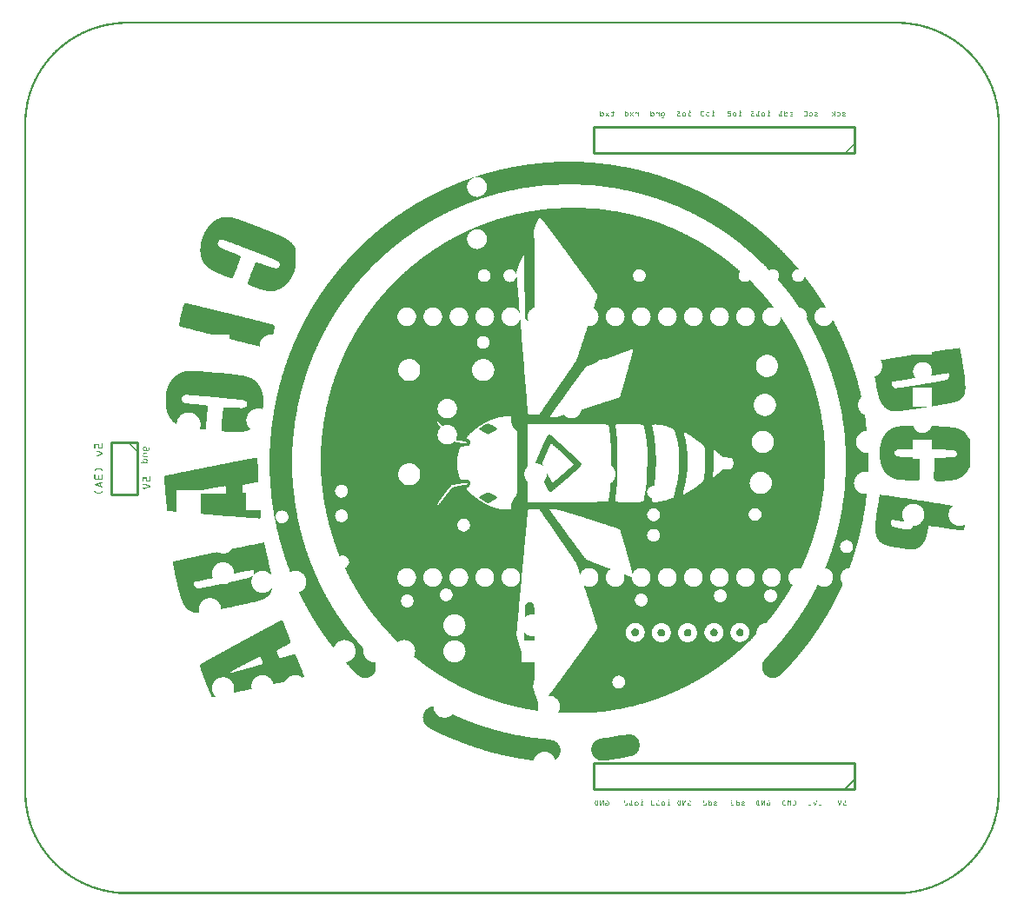
<source format=gbo>
G04 MADE WITH FRITZING*
G04 WWW.FRITZING.ORG*
G04 DOUBLE SIDED*
G04 HOLES PLATED*
G04 CONTOUR ON CENTER OF CONTOUR VECTOR*
%ASAXBY*%
%FSLAX23Y23*%
%MOIN*%
%OFA0B0*%
%SFA1.0B1.0*%
%ADD10C,0.010000*%
%ADD11C,0.005000*%
%ADD12R,0.001000X0.001000*%
%LNSILK0*%
G90*
G70*
G54D10*
X431Y1735D02*
X431Y1535D01*
D02*
X431Y1535D02*
X331Y1535D01*
D02*
X331Y1535D02*
X331Y1735D01*
D02*
X331Y1735D02*
X431Y1735D01*
D02*
X3182Y2842D02*
X2182Y2842D01*
D02*
X2182Y2842D02*
X2182Y2942D01*
D02*
X2182Y2942D02*
X3182Y2942D01*
D02*
X3182Y2942D02*
X3182Y2842D01*
D02*
X3181Y405D02*
X2181Y405D01*
D02*
X2181Y405D02*
X2181Y505D01*
D02*
X2181Y505D02*
X3181Y505D01*
D02*
X3181Y505D02*
X3181Y405D01*
G54D11*
D02*
X3146Y405D02*
X3181Y440D01*
G54D12*
X375Y3346D02*
X3364Y3346D01*
X361Y3345D02*
X3378Y3345D01*
X351Y3344D02*
X3388Y3344D01*
X343Y3343D02*
X3396Y3343D01*
X336Y3342D02*
X3403Y3342D01*
X329Y3341D02*
X3410Y3341D01*
X324Y3340D02*
X3415Y3340D01*
X318Y3339D02*
X3421Y3339D01*
X313Y3338D02*
X375Y3338D01*
X3364Y3338D02*
X3426Y3338D01*
X309Y3337D02*
X360Y3337D01*
X3379Y3337D02*
X3430Y3337D01*
X304Y3336D02*
X350Y3336D01*
X3389Y3336D02*
X3435Y3336D01*
X300Y3335D02*
X342Y3335D01*
X3397Y3335D02*
X3439Y3335D01*
X296Y3334D02*
X335Y3334D01*
X3404Y3334D02*
X3443Y3334D01*
X292Y3333D02*
X329Y3333D01*
X3410Y3333D02*
X3447Y3333D01*
X288Y3332D02*
X323Y3332D01*
X3416Y3332D02*
X3451Y3332D01*
X285Y3331D02*
X318Y3331D01*
X3421Y3331D02*
X3454Y3331D01*
X282Y3330D02*
X313Y3330D01*
X3426Y3330D02*
X3457Y3330D01*
X278Y3329D02*
X308Y3329D01*
X3431Y3329D02*
X3461Y3329D01*
X275Y3328D02*
X304Y3328D01*
X3435Y3328D02*
X3464Y3328D01*
X272Y3327D02*
X300Y3327D01*
X3439Y3327D02*
X3467Y3327D01*
X269Y3326D02*
X296Y3326D01*
X3443Y3326D02*
X3470Y3326D01*
X266Y3325D02*
X292Y3325D01*
X3447Y3325D02*
X3473Y3325D01*
X263Y3324D02*
X288Y3324D01*
X3451Y3324D02*
X3476Y3324D01*
X260Y3323D02*
X285Y3323D01*
X3454Y3323D02*
X3479Y3323D01*
X257Y3322D02*
X281Y3322D01*
X3458Y3322D02*
X3482Y3322D01*
X255Y3321D02*
X278Y3321D01*
X3461Y3321D02*
X3484Y3321D01*
X252Y3320D02*
X275Y3320D01*
X3464Y3320D02*
X3487Y3320D01*
X250Y3319D02*
X272Y3319D01*
X3467Y3319D02*
X3489Y3319D01*
X247Y3318D02*
X269Y3318D01*
X3470Y3318D02*
X3492Y3318D01*
X245Y3317D02*
X266Y3317D01*
X3473Y3317D02*
X3494Y3317D01*
X242Y3316D02*
X263Y3316D01*
X3476Y3316D02*
X3497Y3316D01*
X240Y3315D02*
X260Y3315D01*
X3479Y3315D02*
X3499Y3315D01*
X237Y3314D02*
X258Y3314D01*
X3481Y3314D02*
X3502Y3314D01*
X235Y3313D02*
X255Y3313D01*
X3484Y3313D02*
X3504Y3313D01*
X233Y3312D02*
X252Y3312D01*
X3487Y3312D02*
X3506Y3312D01*
X231Y3311D02*
X250Y3311D01*
X3489Y3311D02*
X3508Y3311D01*
X228Y3310D02*
X247Y3310D01*
X3492Y3310D02*
X3511Y3310D01*
X226Y3309D02*
X245Y3309D01*
X3494Y3309D02*
X3513Y3309D01*
X224Y3308D02*
X242Y3308D01*
X3497Y3308D02*
X3515Y3308D01*
X222Y3307D02*
X240Y3307D01*
X3499Y3307D02*
X3517Y3307D01*
X220Y3306D02*
X238Y3306D01*
X3501Y3306D02*
X3519Y3306D01*
X218Y3305D02*
X235Y3305D01*
X3504Y3305D02*
X3521Y3305D01*
X216Y3304D02*
X233Y3304D01*
X3506Y3304D02*
X3523Y3304D01*
X214Y3303D02*
X231Y3303D01*
X3508Y3303D02*
X3525Y3303D01*
X212Y3302D02*
X229Y3302D01*
X3510Y3302D02*
X3527Y3302D01*
X210Y3301D02*
X226Y3301D01*
X3513Y3301D02*
X3529Y3301D01*
X208Y3300D02*
X224Y3300D01*
X3515Y3300D02*
X3531Y3300D01*
X206Y3299D02*
X222Y3299D01*
X3517Y3299D02*
X3533Y3299D01*
X204Y3298D02*
X220Y3298D01*
X3518Y3298D02*
X3535Y3298D01*
X203Y3297D02*
X219Y3297D01*
X3520Y3297D02*
X3536Y3297D01*
X201Y3296D02*
X217Y3296D01*
X3522Y3296D02*
X3538Y3296D01*
X199Y3295D02*
X215Y3295D01*
X3524Y3295D02*
X3540Y3295D01*
X197Y3294D02*
X213Y3294D01*
X3526Y3294D02*
X3542Y3294D01*
X195Y3293D02*
X211Y3293D01*
X3528Y3293D02*
X3544Y3293D01*
X194Y3292D02*
X209Y3292D01*
X3530Y3292D02*
X3545Y3292D01*
X192Y3291D02*
X207Y3291D01*
X3532Y3291D02*
X3547Y3291D01*
X190Y3290D02*
X205Y3290D01*
X3534Y3290D02*
X3549Y3290D01*
X189Y3289D02*
X203Y3289D01*
X3536Y3289D02*
X3550Y3289D01*
X187Y3288D02*
X202Y3288D01*
X3537Y3288D02*
X3552Y3288D01*
X185Y3287D02*
X200Y3287D01*
X3539Y3287D02*
X3554Y3287D01*
X184Y3286D02*
X198Y3286D01*
X3541Y3286D02*
X3555Y3286D01*
X182Y3285D02*
X196Y3285D01*
X3543Y3285D02*
X3557Y3285D01*
X181Y3284D02*
X194Y3284D01*
X3544Y3284D02*
X3558Y3284D01*
X179Y3283D02*
X193Y3283D01*
X3546Y3283D02*
X3560Y3283D01*
X177Y3282D02*
X191Y3282D01*
X3548Y3282D02*
X3562Y3282D01*
X176Y3281D02*
X190Y3281D01*
X3549Y3281D02*
X3563Y3281D01*
X174Y3280D02*
X188Y3280D01*
X3551Y3280D02*
X3565Y3280D01*
X173Y3279D02*
X186Y3279D01*
X3553Y3279D02*
X3566Y3279D01*
X171Y3278D02*
X185Y3278D01*
X3554Y3278D02*
X3568Y3278D01*
X170Y3277D02*
X183Y3277D01*
X3556Y3277D02*
X3569Y3277D01*
X168Y3276D02*
X182Y3276D01*
X3557Y3276D02*
X3571Y3276D01*
X167Y3275D02*
X180Y3275D01*
X3559Y3275D02*
X3572Y3275D01*
X166Y3274D02*
X179Y3274D01*
X3560Y3274D02*
X3573Y3274D01*
X164Y3273D02*
X177Y3273D01*
X3562Y3273D02*
X3575Y3273D01*
X163Y3272D02*
X176Y3272D01*
X3563Y3272D02*
X3576Y3272D01*
X161Y3271D02*
X174Y3271D01*
X3565Y3271D02*
X3578Y3271D01*
X160Y3270D02*
X173Y3270D01*
X3566Y3270D02*
X3579Y3270D01*
X158Y3269D02*
X171Y3269D01*
X3568Y3269D02*
X3581Y3269D01*
X157Y3268D02*
X170Y3268D01*
X3569Y3268D02*
X3582Y3268D01*
X156Y3267D02*
X168Y3267D01*
X3571Y3267D02*
X3583Y3267D01*
X155Y3266D02*
X167Y3266D01*
X3572Y3266D02*
X3584Y3266D01*
X153Y3265D02*
X166Y3265D01*
X3573Y3265D02*
X3586Y3265D01*
X152Y3264D02*
X164Y3264D01*
X3575Y3264D02*
X3587Y3264D01*
X151Y3263D02*
X163Y3263D01*
X3576Y3263D02*
X3588Y3263D01*
X149Y3262D02*
X161Y3262D01*
X3578Y3262D02*
X3590Y3262D01*
X148Y3261D02*
X160Y3261D01*
X3579Y3261D02*
X3591Y3261D01*
X147Y3260D02*
X159Y3260D01*
X3580Y3260D02*
X3592Y3260D01*
X145Y3259D02*
X158Y3259D01*
X3581Y3259D02*
X3594Y3259D01*
X144Y3258D02*
X156Y3258D01*
X3583Y3258D02*
X3595Y3258D01*
X143Y3257D02*
X155Y3257D01*
X3584Y3257D02*
X3596Y3257D01*
X142Y3256D02*
X154Y3256D01*
X3585Y3256D02*
X3597Y3256D01*
X141Y3255D02*
X152Y3255D01*
X3587Y3255D02*
X3598Y3255D01*
X139Y3254D02*
X151Y3254D01*
X3588Y3254D02*
X3600Y3254D01*
X138Y3253D02*
X150Y3253D01*
X3589Y3253D02*
X3601Y3253D01*
X137Y3252D02*
X148Y3252D01*
X3591Y3252D02*
X3602Y3252D01*
X136Y3251D02*
X147Y3251D01*
X3592Y3251D02*
X3603Y3251D01*
X135Y3250D02*
X146Y3250D01*
X3593Y3250D02*
X3604Y3250D01*
X134Y3249D02*
X145Y3249D01*
X3594Y3249D02*
X3605Y3249D01*
X132Y3248D02*
X144Y3248D01*
X3595Y3248D02*
X3607Y3248D01*
X131Y3247D02*
X143Y3247D01*
X3596Y3247D02*
X3608Y3247D01*
X130Y3246D02*
X141Y3246D01*
X3598Y3246D02*
X3609Y3246D01*
X129Y3245D02*
X140Y3245D01*
X3599Y3245D02*
X3610Y3245D01*
X128Y3244D02*
X139Y3244D01*
X3600Y3244D02*
X3611Y3244D01*
X127Y3243D02*
X138Y3243D01*
X3601Y3243D02*
X3612Y3243D01*
X126Y3242D02*
X137Y3242D01*
X3602Y3242D02*
X3613Y3242D01*
X125Y3241D02*
X135Y3241D01*
X3604Y3241D02*
X3614Y3241D01*
X124Y3240D02*
X134Y3240D01*
X3605Y3240D02*
X3615Y3240D01*
X122Y3239D02*
X133Y3239D01*
X3606Y3239D02*
X3617Y3239D01*
X121Y3238D02*
X132Y3238D01*
X3607Y3238D02*
X3618Y3238D01*
X120Y3237D02*
X131Y3237D01*
X3608Y3237D02*
X3619Y3237D01*
X119Y3236D02*
X130Y3236D01*
X3609Y3236D02*
X3620Y3236D01*
X118Y3235D02*
X129Y3235D01*
X3610Y3235D02*
X3621Y3235D01*
X117Y3234D02*
X128Y3234D01*
X3611Y3234D02*
X3622Y3234D01*
X116Y3233D02*
X127Y3233D01*
X3612Y3233D02*
X3623Y3233D01*
X115Y3232D02*
X126Y3232D01*
X3613Y3232D02*
X3624Y3232D01*
X114Y3231D02*
X125Y3231D01*
X3614Y3231D02*
X3625Y3231D01*
X113Y3230D02*
X124Y3230D01*
X3615Y3230D02*
X3626Y3230D01*
X112Y3229D02*
X122Y3229D01*
X3616Y3229D02*
X3627Y3229D01*
X111Y3228D02*
X121Y3228D01*
X3618Y3228D02*
X3628Y3228D01*
X110Y3227D02*
X120Y3227D01*
X3619Y3227D02*
X3629Y3227D01*
X109Y3226D02*
X119Y3226D01*
X3620Y3226D02*
X3630Y3226D01*
X108Y3225D02*
X118Y3225D01*
X3621Y3225D02*
X3631Y3225D01*
X107Y3224D02*
X117Y3224D01*
X3622Y3224D02*
X3632Y3224D01*
X106Y3223D02*
X116Y3223D01*
X3623Y3223D02*
X3633Y3223D01*
X105Y3222D02*
X116Y3222D01*
X3623Y3222D02*
X3634Y3222D01*
X104Y3221D02*
X115Y3221D01*
X3624Y3221D02*
X3635Y3221D01*
X103Y3220D02*
X114Y3220D01*
X3625Y3220D02*
X3636Y3220D01*
X102Y3219D02*
X113Y3219D01*
X3626Y3219D02*
X3637Y3219D01*
X102Y3218D02*
X112Y3218D01*
X3627Y3218D02*
X3637Y3218D01*
X101Y3217D02*
X111Y3217D01*
X3628Y3217D02*
X3638Y3217D01*
X100Y3216D02*
X110Y3216D01*
X3629Y3216D02*
X3639Y3216D01*
X99Y3215D02*
X109Y3215D01*
X3630Y3215D02*
X3640Y3215D01*
X98Y3214D02*
X108Y3214D01*
X3631Y3214D02*
X3641Y3214D01*
X97Y3213D02*
X107Y3213D01*
X3632Y3213D02*
X3642Y3213D01*
X96Y3212D02*
X106Y3212D01*
X3633Y3212D02*
X3643Y3212D01*
X95Y3211D02*
X105Y3211D01*
X3634Y3211D02*
X3644Y3211D01*
X95Y3210D02*
X104Y3210D01*
X3635Y3210D02*
X3644Y3210D01*
X94Y3209D02*
X103Y3209D01*
X3636Y3209D02*
X3645Y3209D01*
X93Y3208D02*
X102Y3208D01*
X3637Y3208D02*
X3646Y3208D01*
X92Y3207D02*
X102Y3207D01*
X3637Y3207D02*
X3647Y3207D01*
X91Y3206D02*
X101Y3206D01*
X3638Y3206D02*
X3648Y3206D01*
X90Y3205D02*
X100Y3205D01*
X3639Y3205D02*
X3649Y3205D01*
X89Y3204D02*
X99Y3204D01*
X3640Y3204D02*
X3650Y3204D01*
X89Y3203D02*
X98Y3203D01*
X3641Y3203D02*
X3650Y3203D01*
X88Y3202D02*
X97Y3202D01*
X3642Y3202D02*
X3651Y3202D01*
X87Y3201D02*
X96Y3201D01*
X3643Y3201D02*
X3652Y3201D01*
X86Y3200D02*
X95Y3200D01*
X3644Y3200D02*
X3653Y3200D01*
X85Y3199D02*
X95Y3199D01*
X3644Y3199D02*
X3654Y3199D01*
X85Y3198D02*
X94Y3198D01*
X3645Y3198D02*
X3654Y3198D01*
X84Y3197D02*
X93Y3197D01*
X3646Y3197D02*
X3655Y3197D01*
X83Y3196D02*
X92Y3196D01*
X3647Y3196D02*
X3656Y3196D01*
X82Y3195D02*
X91Y3195D01*
X3648Y3195D02*
X3657Y3195D01*
X81Y3194D02*
X91Y3194D01*
X3648Y3194D02*
X3658Y3194D01*
X81Y3193D02*
X90Y3193D01*
X3649Y3193D02*
X3658Y3193D01*
X80Y3192D02*
X89Y3192D01*
X3650Y3192D02*
X3659Y3192D01*
X79Y3191D02*
X88Y3191D01*
X3651Y3191D02*
X3660Y3191D01*
X78Y3190D02*
X87Y3190D01*
X3652Y3190D02*
X3661Y3190D01*
X77Y3189D02*
X87Y3189D01*
X3652Y3189D02*
X3662Y3189D01*
X77Y3188D02*
X86Y3188D01*
X3653Y3188D02*
X3662Y3188D01*
X76Y3187D02*
X85Y3187D01*
X3654Y3187D02*
X3663Y3187D01*
X75Y3186D02*
X84Y3186D01*
X3655Y3186D02*
X3664Y3186D01*
X75Y3185D02*
X83Y3185D01*
X3656Y3185D02*
X3664Y3185D01*
X74Y3184D02*
X83Y3184D01*
X3656Y3184D02*
X3665Y3184D01*
X73Y3183D02*
X82Y3183D01*
X3657Y3183D02*
X3666Y3183D01*
X72Y3182D02*
X81Y3182D01*
X3658Y3182D02*
X3667Y3182D01*
X72Y3181D02*
X80Y3181D01*
X3659Y3181D02*
X3667Y3181D01*
X71Y3180D02*
X80Y3180D01*
X3659Y3180D02*
X3668Y3180D01*
X70Y3179D02*
X79Y3179D01*
X3660Y3179D02*
X3669Y3179D01*
X69Y3178D02*
X78Y3178D01*
X3661Y3178D02*
X3670Y3178D01*
X69Y3177D02*
X78Y3177D01*
X3661Y3177D02*
X3670Y3177D01*
X68Y3176D02*
X77Y3176D01*
X3662Y3176D02*
X3671Y3176D01*
X67Y3175D02*
X76Y3175D01*
X3663Y3175D02*
X3672Y3175D01*
X67Y3174D02*
X75Y3174D01*
X3664Y3174D02*
X3672Y3174D01*
X66Y3173D02*
X75Y3173D01*
X3664Y3173D02*
X3673Y3173D01*
X65Y3172D02*
X74Y3172D01*
X3665Y3172D02*
X3674Y3172D01*
X65Y3171D02*
X73Y3171D01*
X3666Y3171D02*
X3674Y3171D01*
X64Y3170D02*
X73Y3170D01*
X3666Y3170D02*
X3675Y3170D01*
X63Y3169D02*
X72Y3169D01*
X3667Y3169D02*
X3676Y3169D01*
X63Y3168D02*
X71Y3168D01*
X3668Y3168D02*
X3676Y3168D01*
X62Y3167D02*
X71Y3167D01*
X3668Y3167D02*
X3677Y3167D01*
X61Y3166D02*
X70Y3166D01*
X3669Y3166D02*
X3678Y3166D01*
X61Y3165D02*
X69Y3165D01*
X3670Y3165D02*
X3678Y3165D01*
X60Y3164D02*
X69Y3164D01*
X3670Y3164D02*
X3679Y3164D01*
X59Y3163D02*
X68Y3163D01*
X3671Y3163D02*
X3680Y3163D01*
X59Y3162D02*
X67Y3162D01*
X3672Y3162D02*
X3680Y3162D01*
X58Y3161D02*
X67Y3161D01*
X3672Y3161D02*
X3681Y3161D01*
X58Y3160D02*
X66Y3160D01*
X3673Y3160D02*
X3681Y3160D01*
X57Y3159D02*
X65Y3159D01*
X3674Y3159D02*
X3682Y3159D01*
X56Y3158D02*
X65Y3158D01*
X3674Y3158D02*
X3683Y3158D01*
X56Y3157D02*
X64Y3157D01*
X3675Y3157D02*
X3683Y3157D01*
X55Y3156D02*
X63Y3156D01*
X3676Y3156D02*
X3684Y3156D01*
X55Y3155D02*
X63Y3155D01*
X3676Y3155D02*
X3684Y3155D01*
X54Y3154D02*
X62Y3154D01*
X3677Y3154D02*
X3685Y3154D01*
X53Y3153D02*
X62Y3153D01*
X3677Y3153D02*
X3686Y3153D01*
X53Y3152D02*
X61Y3152D01*
X3678Y3152D02*
X3686Y3152D01*
X52Y3151D02*
X60Y3151D01*
X3679Y3151D02*
X3687Y3151D01*
X52Y3150D02*
X60Y3150D01*
X3679Y3150D02*
X3687Y3150D01*
X51Y3149D02*
X59Y3149D01*
X3680Y3149D02*
X3688Y3149D01*
X50Y3148D02*
X59Y3148D01*
X3680Y3148D02*
X3689Y3148D01*
X50Y3147D02*
X58Y3147D01*
X3681Y3147D02*
X3689Y3147D01*
X49Y3146D02*
X57Y3146D01*
X3682Y3146D02*
X3690Y3146D01*
X49Y3145D02*
X57Y3145D01*
X3682Y3145D02*
X3690Y3145D01*
X48Y3144D02*
X56Y3144D01*
X3683Y3144D02*
X3691Y3144D01*
X48Y3143D02*
X56Y3143D01*
X3683Y3143D02*
X3691Y3143D01*
X47Y3142D02*
X55Y3142D01*
X3684Y3142D02*
X3692Y3142D01*
X47Y3141D02*
X54Y3141D01*
X3685Y3141D02*
X3692Y3141D01*
X46Y3140D02*
X54Y3140D01*
X3685Y3140D02*
X3693Y3140D01*
X46Y3139D02*
X53Y3139D01*
X3686Y3139D02*
X3693Y3139D01*
X45Y3138D02*
X53Y3138D01*
X3686Y3138D02*
X3694Y3138D01*
X44Y3137D02*
X52Y3137D01*
X3687Y3137D02*
X3695Y3137D01*
X44Y3136D02*
X52Y3136D01*
X3687Y3136D02*
X3695Y3136D01*
X43Y3135D02*
X51Y3135D01*
X3688Y3135D02*
X3696Y3135D01*
X43Y3134D02*
X51Y3134D01*
X3688Y3134D02*
X3696Y3134D01*
X42Y3133D02*
X50Y3133D01*
X3689Y3133D02*
X3697Y3133D01*
X42Y3132D02*
X50Y3132D01*
X3689Y3132D02*
X3697Y3132D01*
X41Y3131D02*
X49Y3131D01*
X3690Y3131D02*
X3698Y3131D01*
X41Y3130D02*
X49Y3130D01*
X3690Y3130D02*
X3698Y3130D01*
X40Y3129D02*
X48Y3129D01*
X3691Y3129D02*
X3699Y3129D01*
X40Y3128D02*
X48Y3128D01*
X3691Y3128D02*
X3699Y3128D01*
X39Y3127D02*
X47Y3127D01*
X3692Y3127D02*
X3700Y3127D01*
X39Y3126D02*
X47Y3126D01*
X3692Y3126D02*
X3700Y3126D01*
X38Y3125D02*
X46Y3125D01*
X3693Y3125D02*
X3701Y3125D01*
X38Y3124D02*
X46Y3124D01*
X3693Y3124D02*
X3701Y3124D01*
X37Y3123D02*
X45Y3123D01*
X3694Y3123D02*
X3702Y3123D01*
X37Y3122D02*
X45Y3122D01*
X3694Y3122D02*
X3702Y3122D01*
X36Y3121D02*
X44Y3121D01*
X3695Y3121D02*
X3703Y3121D01*
X36Y3120D02*
X44Y3120D01*
X3695Y3120D02*
X3703Y3120D01*
X36Y3119D02*
X43Y3119D01*
X3696Y3119D02*
X3703Y3119D01*
X35Y3118D02*
X43Y3118D01*
X3696Y3118D02*
X3704Y3118D01*
X35Y3117D02*
X42Y3117D01*
X3697Y3117D02*
X3704Y3117D01*
X34Y3116D02*
X42Y3116D01*
X3697Y3116D02*
X3705Y3116D01*
X34Y3115D02*
X41Y3115D01*
X3698Y3115D02*
X3705Y3115D01*
X33Y3114D02*
X41Y3114D01*
X3698Y3114D02*
X3706Y3114D01*
X33Y3113D02*
X40Y3113D01*
X3699Y3113D02*
X3706Y3113D01*
X32Y3112D02*
X40Y3112D01*
X3699Y3112D02*
X3707Y3112D01*
X32Y3111D02*
X39Y3111D01*
X3700Y3111D02*
X3707Y3111D01*
X31Y3110D02*
X39Y3110D01*
X3700Y3110D02*
X3708Y3110D01*
X31Y3109D02*
X39Y3109D01*
X3700Y3109D02*
X3708Y3109D01*
X31Y3108D02*
X38Y3108D01*
X3701Y3108D02*
X3708Y3108D01*
X30Y3107D02*
X38Y3107D01*
X3701Y3107D02*
X3709Y3107D01*
X30Y3106D02*
X37Y3106D01*
X3702Y3106D02*
X3709Y3106D01*
X29Y3105D02*
X37Y3105D01*
X3702Y3105D02*
X3710Y3105D01*
X29Y3104D02*
X36Y3104D01*
X3703Y3104D02*
X3710Y3104D01*
X29Y3103D02*
X36Y3103D01*
X3703Y3103D02*
X3710Y3103D01*
X28Y3102D02*
X36Y3102D01*
X3703Y3102D02*
X3711Y3102D01*
X28Y3101D02*
X35Y3101D01*
X3704Y3101D02*
X3711Y3101D01*
X27Y3100D02*
X35Y3100D01*
X3704Y3100D02*
X3712Y3100D01*
X27Y3099D02*
X34Y3099D01*
X3705Y3099D02*
X3712Y3099D01*
X27Y3098D02*
X34Y3098D01*
X3705Y3098D02*
X3712Y3098D01*
X26Y3097D02*
X34Y3097D01*
X3705Y3097D02*
X3713Y3097D01*
X26Y3096D02*
X33Y3096D01*
X3706Y3096D02*
X3713Y3096D01*
X25Y3095D02*
X33Y3095D01*
X3706Y3095D02*
X3714Y3095D01*
X25Y3094D02*
X32Y3094D01*
X3707Y3094D02*
X3714Y3094D01*
X25Y3093D02*
X32Y3093D01*
X3707Y3093D02*
X3714Y3093D01*
X24Y3092D02*
X32Y3092D01*
X3707Y3092D02*
X3715Y3092D01*
X24Y3091D02*
X31Y3091D01*
X3708Y3091D02*
X3715Y3091D01*
X23Y3090D02*
X31Y3090D01*
X3708Y3090D02*
X3716Y3090D01*
X23Y3089D02*
X30Y3089D01*
X3709Y3089D02*
X3716Y3089D01*
X23Y3088D02*
X30Y3088D01*
X3709Y3088D02*
X3716Y3088D01*
X22Y3087D02*
X30Y3087D01*
X3709Y3087D02*
X3717Y3087D01*
X22Y3086D02*
X29Y3086D01*
X3710Y3086D02*
X3717Y3086D01*
X22Y3085D02*
X29Y3085D01*
X3710Y3085D02*
X3717Y3085D01*
X21Y3084D02*
X29Y3084D01*
X3710Y3084D02*
X3718Y3084D01*
X21Y3083D02*
X28Y3083D01*
X3711Y3083D02*
X3718Y3083D01*
X21Y3082D02*
X28Y3082D01*
X3711Y3082D02*
X3718Y3082D01*
X20Y3081D02*
X28Y3081D01*
X3711Y3081D02*
X3719Y3081D01*
X20Y3080D02*
X27Y3080D01*
X3712Y3080D02*
X3719Y3080D01*
X20Y3079D02*
X27Y3079D01*
X3712Y3079D02*
X3719Y3079D01*
X19Y3078D02*
X27Y3078D01*
X3712Y3078D02*
X3720Y3078D01*
X19Y3077D02*
X26Y3077D01*
X3713Y3077D02*
X3720Y3077D01*
X19Y3076D02*
X26Y3076D01*
X3713Y3076D02*
X3720Y3076D01*
X18Y3075D02*
X26Y3075D01*
X3713Y3075D02*
X3721Y3075D01*
X18Y3074D02*
X25Y3074D01*
X3714Y3074D02*
X3721Y3074D01*
X18Y3073D02*
X25Y3073D01*
X3714Y3073D02*
X3721Y3073D01*
X17Y3072D02*
X25Y3072D01*
X3714Y3072D02*
X3722Y3072D01*
X17Y3071D02*
X24Y3071D01*
X3715Y3071D02*
X3722Y3071D01*
X17Y3070D02*
X24Y3070D01*
X3715Y3070D02*
X3722Y3070D01*
X16Y3069D02*
X24Y3069D01*
X3715Y3069D02*
X3723Y3069D01*
X16Y3068D02*
X23Y3068D01*
X3716Y3068D02*
X3723Y3068D01*
X16Y3067D02*
X23Y3067D01*
X3716Y3067D02*
X3723Y3067D01*
X15Y3066D02*
X23Y3066D01*
X3716Y3066D02*
X3724Y3066D01*
X15Y3065D02*
X22Y3065D01*
X3717Y3065D02*
X3724Y3065D01*
X15Y3064D02*
X22Y3064D01*
X3717Y3064D02*
X3724Y3064D01*
X15Y3063D02*
X22Y3063D01*
X3717Y3063D02*
X3724Y3063D01*
X14Y3062D02*
X21Y3062D01*
X3718Y3062D02*
X3725Y3062D01*
X14Y3061D02*
X21Y3061D01*
X3718Y3061D02*
X3725Y3061D01*
X14Y3060D02*
X21Y3060D01*
X3718Y3060D02*
X3725Y3060D01*
X13Y3059D02*
X21Y3059D01*
X3718Y3059D02*
X3726Y3059D01*
X13Y3058D02*
X20Y3058D01*
X3719Y3058D02*
X3726Y3058D01*
X13Y3057D02*
X20Y3057D01*
X3719Y3057D02*
X3726Y3057D01*
X13Y3056D02*
X20Y3056D01*
X3719Y3056D02*
X3726Y3056D01*
X12Y3055D02*
X20Y3055D01*
X3719Y3055D02*
X3727Y3055D01*
X12Y3054D02*
X19Y3054D01*
X3720Y3054D02*
X3727Y3054D01*
X12Y3053D02*
X19Y3053D01*
X3720Y3053D02*
X3727Y3053D01*
X12Y3052D02*
X19Y3052D01*
X3720Y3052D02*
X3727Y3052D01*
X11Y3051D02*
X19Y3051D01*
X3720Y3051D02*
X3728Y3051D01*
X11Y3050D02*
X18Y3050D01*
X3721Y3050D02*
X3728Y3050D01*
X11Y3049D02*
X18Y3049D01*
X3721Y3049D02*
X3728Y3049D01*
X11Y3048D02*
X18Y3048D01*
X3721Y3048D02*
X3728Y3048D01*
X10Y3047D02*
X18Y3047D01*
X3721Y3047D02*
X3729Y3047D01*
X10Y3046D02*
X17Y3046D01*
X3722Y3046D02*
X3729Y3046D01*
X10Y3045D02*
X17Y3045D01*
X3722Y3045D02*
X3729Y3045D01*
X10Y3044D02*
X17Y3044D01*
X3722Y3044D02*
X3729Y3044D01*
X9Y3043D02*
X17Y3043D01*
X3722Y3043D02*
X3730Y3043D01*
X9Y3042D02*
X16Y3042D01*
X3723Y3042D02*
X3730Y3042D01*
X9Y3041D02*
X16Y3041D01*
X3723Y3041D02*
X3730Y3041D01*
X9Y3040D02*
X16Y3040D01*
X3723Y3040D02*
X3730Y3040D01*
X9Y3039D02*
X16Y3039D01*
X3723Y3039D02*
X3730Y3039D01*
X8Y3038D02*
X15Y3038D01*
X3724Y3038D02*
X3731Y3038D01*
X8Y3037D02*
X15Y3037D01*
X3724Y3037D02*
X3731Y3037D01*
X8Y3036D02*
X15Y3036D01*
X3724Y3036D02*
X3731Y3036D01*
X8Y3035D02*
X15Y3035D01*
X3724Y3035D02*
X3731Y3035D01*
X8Y3034D02*
X15Y3034D01*
X3724Y3034D02*
X3731Y3034D01*
X7Y3033D02*
X14Y3033D01*
X3725Y3033D02*
X3732Y3033D01*
X7Y3032D02*
X14Y3032D01*
X3725Y3032D02*
X3732Y3032D01*
X7Y3031D02*
X14Y3031D01*
X3725Y3031D02*
X3732Y3031D01*
X7Y3030D02*
X14Y3030D01*
X3725Y3030D02*
X3732Y3030D01*
X7Y3029D02*
X14Y3029D01*
X3725Y3029D02*
X3732Y3029D01*
X6Y3028D02*
X13Y3028D01*
X3726Y3028D02*
X3733Y3028D01*
X6Y3027D02*
X13Y3027D01*
X3726Y3027D02*
X3733Y3027D01*
X6Y3026D02*
X13Y3026D01*
X3726Y3026D02*
X3733Y3026D01*
X6Y3025D02*
X13Y3025D01*
X3726Y3025D02*
X3733Y3025D01*
X6Y3024D02*
X13Y3024D01*
X3726Y3024D02*
X3733Y3024D01*
X5Y3023D02*
X13Y3023D01*
X3726Y3023D02*
X3734Y3023D01*
X5Y3022D02*
X12Y3022D01*
X3727Y3022D02*
X3734Y3022D01*
X5Y3021D02*
X12Y3021D01*
X3727Y3021D02*
X3734Y3021D01*
X5Y3020D02*
X12Y3020D01*
X3727Y3020D02*
X3734Y3020D01*
X5Y3019D02*
X12Y3019D01*
X3727Y3019D02*
X3734Y3019D01*
X5Y3018D02*
X12Y3018D01*
X3727Y3018D02*
X3734Y3018D01*
X4Y3017D02*
X12Y3017D01*
X3727Y3017D02*
X3735Y3017D01*
X4Y3016D02*
X11Y3016D01*
X3728Y3016D02*
X3735Y3016D01*
X4Y3015D02*
X11Y3015D01*
X3728Y3015D02*
X3735Y3015D01*
X4Y3014D02*
X11Y3014D01*
X3728Y3014D02*
X3735Y3014D01*
X4Y3013D02*
X11Y3013D01*
X3728Y3013D02*
X3735Y3013D01*
X4Y3012D02*
X11Y3012D01*
X3728Y3012D02*
X3735Y3012D01*
X4Y3011D02*
X11Y3011D01*
X3728Y3011D02*
X3735Y3011D01*
X3Y3010D02*
X11Y3010D01*
X3728Y3010D02*
X3736Y3010D01*
X3Y3009D02*
X10Y3009D01*
X3729Y3009D02*
X3736Y3009D01*
X3Y3008D02*
X10Y3008D01*
X3729Y3008D02*
X3736Y3008D01*
X3Y3007D02*
X10Y3007D01*
X3729Y3007D02*
X3736Y3007D01*
X3Y3006D02*
X10Y3006D01*
X3729Y3006D02*
X3736Y3006D01*
X3Y3005D02*
X10Y3005D01*
X2549Y3005D02*
X2551Y3005D01*
X2640Y3005D02*
X2643Y3005D01*
X2743Y3005D02*
X2746Y3005D01*
X2853Y3005D02*
X2855Y3005D01*
X3729Y3005D02*
X3736Y3005D01*
X3Y3004D02*
X10Y3004D01*
X2209Y3004D02*
X2210Y3004D01*
X2302Y3004D02*
X2303Y3004D01*
X2402Y3004D02*
X2403Y3004D01*
X2503Y3004D02*
X2513Y3004D01*
X2548Y3004D02*
X2552Y3004D01*
X2596Y3004D02*
X2606Y3004D01*
X2640Y3004D02*
X2643Y3004D01*
X2699Y3004D02*
X2710Y3004D01*
X2743Y3004D02*
X2746Y3004D01*
X2787Y3004D02*
X2797Y3004D01*
X2812Y3004D02*
X2819Y3004D01*
X2853Y3004D02*
X2856Y3004D01*
X2900Y3004D02*
X2907Y3004D01*
X2915Y3004D02*
X2916Y3004D01*
X2990Y3004D02*
X3000Y3004D01*
X3009Y3004D02*
X3010Y3004D01*
X3108Y3004D02*
X3109Y3004D01*
X3729Y3004D02*
X3736Y3004D01*
X3Y3003D02*
X10Y3003D01*
X2208Y3003D02*
X2210Y3003D01*
X2257Y3003D02*
X2258Y3003D01*
X2302Y3003D02*
X2304Y3003D01*
X2401Y3003D02*
X2403Y3003D01*
X2503Y3003D02*
X2513Y3003D01*
X2548Y3003D02*
X2551Y3003D01*
X2595Y3003D02*
X2607Y3003D01*
X2640Y3003D02*
X2643Y3003D01*
X2698Y3003D02*
X2710Y3003D01*
X2743Y3003D02*
X2746Y3003D01*
X2787Y3003D02*
X2797Y3003D01*
X2812Y3003D02*
X2819Y3003D01*
X2853Y3003D02*
X2856Y3003D01*
X2900Y3003D02*
X2907Y3003D01*
X2914Y3003D02*
X2916Y3003D01*
X2989Y3003D02*
X3001Y3003D01*
X3009Y3003D02*
X3010Y3003D01*
X3107Y3003D02*
X3109Y3003D01*
X3729Y3003D02*
X3736Y3003D01*
X2Y3002D02*
X10Y3002D01*
X2208Y3002D02*
X2210Y3002D01*
X2257Y3002D02*
X2258Y3002D01*
X2302Y3002D02*
X2304Y3002D01*
X2401Y3002D02*
X2403Y3002D01*
X2503Y3002D02*
X2513Y3002D01*
X2549Y3002D02*
X2551Y3002D01*
X2594Y3002D02*
X2607Y3002D01*
X2641Y3002D02*
X2642Y3002D01*
X2697Y3002D02*
X2709Y3002D01*
X2744Y3002D02*
X2745Y3002D01*
X2787Y3002D02*
X2797Y3002D01*
X2812Y3002D02*
X2819Y3002D01*
X2853Y3002D02*
X2855Y3002D01*
X2900Y3002D02*
X2906Y3002D01*
X2914Y3002D02*
X2916Y3002D01*
X2989Y3002D02*
X3001Y3002D01*
X3009Y3002D02*
X3010Y3002D01*
X3107Y3002D02*
X3109Y3002D01*
X3729Y3002D02*
X3737Y3002D01*
X2Y3001D02*
X9Y3001D01*
X2208Y3001D02*
X2210Y3001D01*
X2257Y3001D02*
X2258Y3001D01*
X2302Y3001D02*
X2304Y3001D01*
X2401Y3001D02*
X2403Y3001D01*
X2511Y3001D02*
X2513Y3001D01*
X2594Y3001D02*
X2596Y3001D01*
X2605Y3001D02*
X2607Y3001D01*
X2697Y3001D02*
X2699Y3001D01*
X2795Y3001D02*
X2797Y3001D01*
X2812Y3001D02*
X2814Y3001D01*
X2900Y3001D02*
X2901Y3001D01*
X2914Y3001D02*
X2916Y3001D01*
X2989Y3001D02*
X2990Y3001D01*
X3000Y3001D02*
X3001Y3001D01*
X3009Y3001D02*
X3010Y3001D01*
X3107Y3001D02*
X3109Y3001D01*
X3730Y3001D02*
X3737Y3001D01*
X2Y3000D02*
X9Y3000D01*
X2208Y3000D02*
X2210Y3000D01*
X2257Y3000D02*
X2258Y3000D01*
X2302Y3000D02*
X2304Y3000D01*
X2401Y3000D02*
X2403Y3000D01*
X2511Y3000D02*
X2513Y3000D01*
X2594Y3000D02*
X2596Y3000D01*
X2605Y3000D02*
X2607Y3000D01*
X2697Y3000D02*
X2699Y3000D01*
X2795Y3000D02*
X2797Y3000D01*
X2812Y3000D02*
X2814Y3000D01*
X2900Y3000D02*
X2901Y3000D01*
X2914Y3000D02*
X2916Y3000D01*
X2989Y3000D02*
X2990Y3000D01*
X3000Y3000D02*
X3001Y3000D01*
X3009Y3000D02*
X3010Y3000D01*
X3107Y3000D02*
X3109Y3000D01*
X3730Y3000D02*
X3737Y3000D01*
X2Y2999D02*
X9Y2999D01*
X2208Y2999D02*
X2210Y2999D01*
X2257Y2999D02*
X2259Y2999D01*
X2302Y2999D02*
X2304Y2999D01*
X2401Y2999D02*
X2403Y2999D01*
X2511Y2999D02*
X2513Y2999D01*
X2594Y2999D02*
X2596Y2999D01*
X2605Y2999D02*
X2607Y2999D01*
X2697Y2999D02*
X2699Y2999D01*
X2795Y2999D02*
X2797Y2999D01*
X2812Y2999D02*
X2814Y2999D01*
X2900Y2999D02*
X2901Y2999D01*
X2914Y2999D02*
X2916Y2999D01*
X2989Y2999D02*
X2990Y2999D01*
X3000Y2999D02*
X3001Y2999D01*
X3009Y2999D02*
X3010Y2999D01*
X3107Y2999D02*
X3109Y2999D01*
X3730Y2999D02*
X3737Y2999D01*
X2Y2998D02*
X9Y2998D01*
X2208Y2998D02*
X2210Y2998D01*
X2212Y2998D02*
X2218Y2998D01*
X2229Y2998D02*
X2230Y2998D01*
X2239Y2998D02*
X2240Y2998D01*
X2250Y2998D02*
X2261Y2998D01*
X2302Y2998D02*
X2304Y2998D01*
X2306Y2998D02*
X2312Y2998D01*
X2323Y2998D02*
X2324Y2998D01*
X2333Y2998D02*
X2334Y2998D01*
X2344Y2998D02*
X2349Y2998D01*
X2353Y2998D02*
X2354Y2998D01*
X2401Y2998D02*
X2403Y2998D01*
X2406Y2998D02*
X2411Y2998D01*
X2424Y2998D02*
X2429Y2998D01*
X2433Y2998D02*
X2434Y2998D01*
X2442Y2998D02*
X2443Y2998D01*
X2446Y2998D02*
X2451Y2998D01*
X2511Y2998D02*
X2513Y2998D01*
X2526Y2998D02*
X2532Y2998D01*
X2549Y2998D02*
X2554Y2998D01*
X2594Y2998D02*
X2596Y2998D01*
X2605Y2998D02*
X2607Y2998D01*
X2617Y2998D02*
X2624Y2998D01*
X2641Y2998D02*
X2646Y2998D01*
X2697Y2998D02*
X2699Y2998D01*
X2720Y2998D02*
X2727Y2998D01*
X2743Y2998D02*
X2749Y2998D01*
X2795Y2998D02*
X2797Y2998D01*
X2812Y2998D02*
X2814Y2998D01*
X2830Y2998D02*
X2837Y2998D01*
X2853Y2998D02*
X2858Y2998D01*
X2900Y2998D02*
X2901Y2998D01*
X2914Y2998D02*
X2916Y2998D01*
X2919Y2998D02*
X2924Y2998D01*
X2936Y2998D02*
X2945Y2998D01*
X2989Y2998D02*
X2990Y2998D01*
X3000Y2998D02*
X3001Y2998D01*
X3009Y2998D02*
X3010Y2998D01*
X3013Y2998D02*
X3018Y2998D01*
X3031Y2998D02*
X3040Y2998D01*
X3098Y2998D02*
X3099Y2998D01*
X3107Y2998D02*
X3109Y2998D01*
X3117Y2998D02*
X3125Y2998D01*
X3138Y2998D02*
X3147Y2998D01*
X3730Y2998D02*
X3737Y2998D01*
X2Y2997D02*
X9Y2997D01*
X2208Y2997D02*
X2219Y2997D01*
X2229Y2997D02*
X2231Y2997D01*
X2238Y2997D02*
X2241Y2997D01*
X2250Y2997D02*
X2261Y2997D01*
X2302Y2997D02*
X2313Y2997D01*
X2322Y2997D02*
X2325Y2997D01*
X2332Y2997D02*
X2334Y2997D01*
X2343Y2997D02*
X2350Y2997D01*
X2353Y2997D02*
X2355Y2997D01*
X2401Y2997D02*
X2412Y2997D01*
X2422Y2997D02*
X2430Y2997D01*
X2432Y2997D02*
X2434Y2997D01*
X2442Y2997D02*
X2453Y2997D01*
X2511Y2997D02*
X2513Y2997D01*
X2524Y2997D02*
X2534Y2997D01*
X2548Y2997D02*
X2554Y2997D01*
X2594Y2997D02*
X2596Y2997D01*
X2605Y2997D02*
X2607Y2997D01*
X2616Y2997D02*
X2626Y2997D01*
X2640Y2997D02*
X2646Y2997D01*
X2697Y2997D02*
X2699Y2997D01*
X2719Y2997D02*
X2729Y2997D01*
X2743Y2997D02*
X2749Y2997D01*
X2795Y2997D02*
X2797Y2997D01*
X2812Y2997D02*
X2814Y2997D01*
X2829Y2997D02*
X2838Y2997D01*
X2853Y2997D02*
X2858Y2997D01*
X2900Y2997D02*
X2901Y2997D01*
X2914Y2997D02*
X2925Y2997D01*
X2935Y2997D02*
X2946Y2997D01*
X2989Y2997D02*
X2990Y2997D01*
X3000Y2997D02*
X3001Y2997D01*
X3009Y2997D02*
X3020Y2997D01*
X3030Y2997D02*
X3041Y2997D01*
X3098Y2997D02*
X3100Y2997D01*
X3107Y2997D02*
X3109Y2997D01*
X3116Y2997D02*
X3126Y2997D01*
X3137Y2997D02*
X3148Y2997D01*
X3730Y2997D02*
X3737Y2997D01*
X2Y2996D02*
X9Y2996D01*
X2208Y2996D02*
X2220Y2996D01*
X2229Y2996D02*
X2232Y2996D01*
X2238Y2996D02*
X2240Y2996D01*
X2251Y2996D02*
X2260Y2996D01*
X2302Y2996D02*
X2314Y2996D01*
X2323Y2996D02*
X2325Y2996D01*
X2331Y2996D02*
X2334Y2996D01*
X2342Y2996D02*
X2355Y2996D01*
X2401Y2996D02*
X2413Y2996D01*
X2422Y2996D02*
X2434Y2996D01*
X2441Y2996D02*
X2454Y2996D01*
X2511Y2996D02*
X2513Y2996D01*
X2524Y2996D02*
X2535Y2996D01*
X2548Y2996D02*
X2553Y2996D01*
X2594Y2996D02*
X2596Y2996D01*
X2605Y2996D02*
X2607Y2996D01*
X2615Y2996D02*
X2627Y2996D01*
X2640Y2996D02*
X2645Y2996D01*
X2697Y2996D02*
X2699Y2996D01*
X2718Y2996D02*
X2729Y2996D01*
X2743Y2996D02*
X2748Y2996D01*
X2795Y2996D02*
X2797Y2996D01*
X2812Y2996D02*
X2814Y2996D01*
X2828Y2996D02*
X2839Y2996D01*
X2852Y2996D02*
X2857Y2996D01*
X2900Y2996D02*
X2901Y2996D01*
X2914Y2996D02*
X2926Y2996D01*
X2935Y2996D02*
X2947Y2996D01*
X2989Y2996D02*
X2990Y2996D01*
X3000Y2996D02*
X3001Y2996D01*
X3009Y2996D02*
X3021Y2996D01*
X3029Y2996D02*
X3041Y2996D01*
X3098Y2996D02*
X3102Y2996D01*
X3107Y2996D02*
X3109Y2996D01*
X3117Y2996D02*
X3127Y2996D01*
X3137Y2996D02*
X3149Y2996D01*
X3730Y2996D02*
X3737Y2996D01*
X2Y2995D02*
X9Y2995D01*
X2208Y2995D02*
X2212Y2995D01*
X2218Y2995D02*
X2221Y2995D01*
X2230Y2995D02*
X2233Y2995D01*
X2237Y2995D02*
X2239Y2995D01*
X2257Y2995D02*
X2258Y2995D01*
X2302Y2995D02*
X2306Y2995D01*
X2312Y2995D02*
X2314Y2995D01*
X2324Y2995D02*
X2326Y2995D01*
X2330Y2995D02*
X2333Y2995D01*
X2342Y2995D02*
X2344Y2995D01*
X2349Y2995D02*
X2355Y2995D01*
X2401Y2995D02*
X2405Y2995D01*
X2411Y2995D02*
X2414Y2995D01*
X2422Y2995D02*
X2424Y2995D01*
X2429Y2995D02*
X2434Y2995D01*
X2441Y2995D02*
X2446Y2995D01*
X2452Y2995D02*
X2454Y2995D01*
X2505Y2995D02*
X2513Y2995D01*
X2523Y2995D02*
X2525Y2995D01*
X2533Y2995D02*
X2535Y2995D01*
X2548Y2995D02*
X2550Y2995D01*
X2594Y2995D02*
X2596Y2995D01*
X2605Y2995D02*
X2607Y2995D01*
X2615Y2995D02*
X2617Y2995D01*
X2625Y2995D02*
X2627Y2995D01*
X2640Y2995D02*
X2642Y2995D01*
X2697Y2995D02*
X2708Y2995D01*
X2718Y2995D02*
X2720Y2995D01*
X2728Y2995D02*
X2730Y2995D01*
X2743Y2995D02*
X2745Y2995D01*
X2789Y2995D02*
X2797Y2995D01*
X2812Y2995D02*
X2814Y2995D01*
X2827Y2995D02*
X2829Y2995D01*
X2837Y2995D02*
X2839Y2995D01*
X2852Y2995D02*
X2854Y2995D01*
X2900Y2995D02*
X2901Y2995D01*
X2914Y2995D02*
X2918Y2995D01*
X2924Y2995D02*
X2927Y2995D01*
X2935Y2995D02*
X2936Y2995D01*
X2945Y2995D02*
X2947Y2995D01*
X2989Y2995D02*
X2990Y2995D01*
X3000Y2995D02*
X3001Y2995D01*
X3009Y2995D02*
X3013Y2995D01*
X3019Y2995D02*
X3021Y2995D01*
X3030Y2995D02*
X3030Y2995D01*
X3039Y2995D02*
X3041Y2995D01*
X3099Y2995D02*
X3103Y2995D01*
X3107Y2995D02*
X3109Y2995D01*
X3125Y2995D02*
X3128Y2995D01*
X3137Y2995D02*
X3138Y2995D01*
X3147Y2995D02*
X3149Y2995D01*
X3730Y2995D02*
X3737Y2995D01*
X2Y2994D02*
X9Y2994D01*
X2208Y2994D02*
X2211Y2994D01*
X2219Y2994D02*
X2221Y2994D01*
X2231Y2994D02*
X2233Y2994D01*
X2236Y2994D02*
X2239Y2994D01*
X2257Y2994D02*
X2258Y2994D01*
X2302Y2994D02*
X2305Y2994D01*
X2313Y2994D02*
X2315Y2994D01*
X2324Y2994D02*
X2327Y2994D01*
X2329Y2994D02*
X2332Y2994D01*
X2342Y2994D02*
X2344Y2994D01*
X2351Y2994D02*
X2355Y2994D01*
X2401Y2994D02*
X2404Y2994D01*
X2412Y2994D02*
X2414Y2994D01*
X2422Y2994D02*
X2423Y2994D01*
X2431Y2994D02*
X2434Y2994D01*
X2441Y2994D02*
X2444Y2994D01*
X2452Y2994D02*
X2454Y2994D01*
X2503Y2994D02*
X2513Y2994D01*
X2523Y2994D02*
X2525Y2994D01*
X2534Y2994D02*
X2536Y2994D01*
X2548Y2994D02*
X2550Y2994D01*
X2594Y2994D02*
X2596Y2994D01*
X2605Y2994D02*
X2607Y2994D01*
X2615Y2994D02*
X2616Y2994D01*
X2625Y2994D02*
X2627Y2994D01*
X2640Y2994D02*
X2642Y2994D01*
X2698Y2994D02*
X2709Y2994D01*
X2717Y2994D02*
X2719Y2994D01*
X2728Y2994D02*
X2730Y2994D01*
X2743Y2994D02*
X2745Y2994D01*
X2787Y2994D02*
X2797Y2994D01*
X2812Y2994D02*
X2814Y2994D01*
X2827Y2994D02*
X2829Y2994D01*
X2838Y2994D02*
X2840Y2994D01*
X2852Y2994D02*
X2854Y2994D01*
X2900Y2994D02*
X2901Y2994D01*
X2914Y2994D02*
X2917Y2994D01*
X2925Y2994D02*
X2927Y2994D01*
X2944Y2994D02*
X2947Y2994D01*
X2989Y2994D02*
X2990Y2994D01*
X3000Y2994D02*
X3001Y2994D01*
X3009Y2994D02*
X3012Y2994D01*
X3020Y2994D02*
X3021Y2994D01*
X3038Y2994D02*
X3041Y2994D01*
X3101Y2994D02*
X3104Y2994D01*
X3107Y2994D02*
X3109Y2994D01*
X3126Y2994D02*
X3129Y2994D01*
X3146Y2994D02*
X3149Y2994D01*
X3730Y2994D02*
X3737Y2994D01*
X2Y2993D02*
X9Y2993D01*
X2208Y2993D02*
X2210Y2993D01*
X2219Y2993D02*
X2221Y2993D01*
X2232Y2993D02*
X2238Y2993D01*
X2257Y2993D02*
X2258Y2993D01*
X2302Y2993D02*
X2304Y2993D01*
X2313Y2993D02*
X2315Y2993D01*
X2325Y2993D02*
X2331Y2993D01*
X2342Y2993D02*
X2343Y2993D01*
X2352Y2993D02*
X2355Y2993D01*
X2401Y2993D02*
X2403Y2993D01*
X2412Y2993D02*
X2414Y2993D01*
X2422Y2993D02*
X2423Y2993D01*
X2432Y2993D02*
X2434Y2993D01*
X2441Y2993D02*
X2444Y2993D01*
X2453Y2993D02*
X2454Y2993D01*
X2503Y2993D02*
X2513Y2993D01*
X2523Y2993D02*
X2525Y2993D01*
X2534Y2993D02*
X2536Y2993D01*
X2548Y2993D02*
X2550Y2993D01*
X2594Y2993D02*
X2596Y2993D01*
X2605Y2993D02*
X2607Y2993D01*
X2614Y2993D02*
X2616Y2993D01*
X2626Y2993D02*
X2627Y2993D01*
X2640Y2993D02*
X2642Y2993D01*
X2698Y2993D02*
X2710Y2993D01*
X2717Y2993D02*
X2719Y2993D01*
X2728Y2993D02*
X2730Y2993D01*
X2743Y2993D02*
X2745Y2993D01*
X2787Y2993D02*
X2797Y2993D01*
X2812Y2993D02*
X2814Y2993D01*
X2827Y2993D02*
X2829Y2993D01*
X2838Y2993D02*
X2840Y2993D01*
X2852Y2993D02*
X2854Y2993D01*
X2900Y2993D02*
X2901Y2993D01*
X2914Y2993D02*
X2916Y2993D01*
X2925Y2993D02*
X2927Y2993D01*
X2941Y2993D02*
X2946Y2993D01*
X2989Y2993D02*
X2990Y2993D01*
X3000Y2993D02*
X3001Y2993D01*
X3009Y2993D02*
X3011Y2993D01*
X3020Y2993D02*
X3022Y2993D01*
X3036Y2993D02*
X3041Y2993D01*
X3102Y2993D02*
X3105Y2993D01*
X3107Y2993D02*
X3109Y2993D01*
X3127Y2993D02*
X3129Y2993D01*
X3144Y2993D02*
X3148Y2993D01*
X3730Y2993D02*
X3737Y2993D01*
X1Y2992D02*
X8Y2992D01*
X2208Y2992D02*
X2210Y2992D01*
X2219Y2992D02*
X2221Y2992D01*
X2232Y2992D02*
X2237Y2992D01*
X2257Y2992D02*
X2258Y2992D01*
X2302Y2992D02*
X2304Y2992D01*
X2313Y2992D02*
X2315Y2992D01*
X2326Y2992D02*
X2330Y2992D01*
X2353Y2992D02*
X2355Y2992D01*
X2401Y2992D02*
X2403Y2992D01*
X2412Y2992D02*
X2414Y2992D01*
X2422Y2992D02*
X2423Y2992D01*
X2432Y2992D02*
X2434Y2992D01*
X2441Y2992D02*
X2443Y2992D01*
X2453Y2992D02*
X2454Y2992D01*
X2503Y2992D02*
X2504Y2992D01*
X2523Y2992D02*
X2525Y2992D01*
X2534Y2992D02*
X2536Y2992D01*
X2548Y2992D02*
X2550Y2992D01*
X2594Y2992D02*
X2596Y2992D01*
X2605Y2992D02*
X2607Y2992D01*
X2614Y2992D02*
X2616Y2992D01*
X2626Y2992D02*
X2627Y2992D01*
X2640Y2992D02*
X2642Y2992D01*
X2708Y2992D02*
X2710Y2992D01*
X2717Y2992D02*
X2719Y2992D01*
X2728Y2992D02*
X2730Y2992D01*
X2743Y2992D02*
X2745Y2992D01*
X2787Y2992D02*
X2789Y2992D01*
X2807Y2992D02*
X2808Y2992D01*
X2812Y2992D02*
X2814Y2992D01*
X2827Y2992D02*
X2829Y2992D01*
X2838Y2992D02*
X2840Y2992D01*
X2852Y2992D02*
X2854Y2992D01*
X2894Y2992D02*
X2896Y2992D01*
X2900Y2992D02*
X2901Y2992D01*
X2914Y2992D02*
X2916Y2992D01*
X2925Y2992D02*
X2927Y2992D01*
X2939Y2992D02*
X2945Y2992D01*
X2989Y2992D02*
X2990Y2992D01*
X3000Y2992D02*
X3001Y2992D01*
X3009Y2992D02*
X3010Y2992D01*
X3020Y2992D02*
X3022Y2992D01*
X3034Y2992D02*
X3039Y2992D01*
X3103Y2992D02*
X3109Y2992D01*
X3127Y2992D02*
X3129Y2992D01*
X3141Y2992D02*
X3147Y2992D01*
X3730Y2992D02*
X3738Y2992D01*
X1Y2991D02*
X8Y2991D01*
X2208Y2991D02*
X2210Y2991D01*
X2219Y2991D02*
X2221Y2991D01*
X2233Y2991D02*
X2236Y2991D01*
X2257Y2991D02*
X2258Y2991D01*
X2302Y2991D02*
X2304Y2991D01*
X2313Y2991D02*
X2315Y2991D01*
X2327Y2991D02*
X2330Y2991D01*
X2353Y2991D02*
X2355Y2991D01*
X2401Y2991D02*
X2403Y2991D01*
X2412Y2991D02*
X2414Y2991D01*
X2422Y2991D02*
X2423Y2991D01*
X2432Y2991D02*
X2434Y2991D01*
X2441Y2991D02*
X2443Y2991D01*
X2453Y2991D02*
X2454Y2991D01*
X2503Y2991D02*
X2504Y2991D01*
X2523Y2991D02*
X2525Y2991D01*
X2534Y2991D02*
X2536Y2991D01*
X2548Y2991D02*
X2550Y2991D01*
X2594Y2991D02*
X2596Y2991D01*
X2605Y2991D02*
X2607Y2991D01*
X2614Y2991D02*
X2616Y2991D01*
X2626Y2991D02*
X2627Y2991D01*
X2640Y2991D02*
X2642Y2991D01*
X2708Y2991D02*
X2710Y2991D01*
X2717Y2991D02*
X2719Y2991D01*
X2728Y2991D02*
X2730Y2991D01*
X2743Y2991D02*
X2745Y2991D01*
X2787Y2991D02*
X2788Y2991D01*
X2807Y2991D02*
X2809Y2991D01*
X2812Y2991D02*
X2814Y2991D01*
X2827Y2991D02*
X2829Y2991D01*
X2838Y2991D02*
X2840Y2991D01*
X2852Y2991D02*
X2854Y2991D01*
X2894Y2991D02*
X2896Y2991D01*
X2900Y2991D02*
X2901Y2991D01*
X2914Y2991D02*
X2916Y2991D01*
X2925Y2991D02*
X2927Y2991D01*
X2937Y2991D02*
X2943Y2991D01*
X2989Y2991D02*
X2990Y2991D01*
X3000Y2991D02*
X3001Y2991D01*
X3009Y2991D02*
X3010Y2991D01*
X3020Y2991D02*
X3022Y2991D01*
X3031Y2991D02*
X3037Y2991D01*
X3103Y2991D02*
X3109Y2991D01*
X3127Y2991D02*
X3129Y2991D01*
X3139Y2991D02*
X3145Y2991D01*
X3731Y2991D02*
X3738Y2991D01*
X1Y2990D02*
X8Y2990D01*
X2208Y2990D02*
X2210Y2990D01*
X2219Y2990D02*
X2221Y2990D01*
X2233Y2990D02*
X2237Y2990D01*
X2257Y2990D02*
X2258Y2990D01*
X2302Y2990D02*
X2304Y2990D01*
X2313Y2990D02*
X2315Y2990D01*
X2326Y2990D02*
X2330Y2990D01*
X2353Y2990D02*
X2355Y2990D01*
X2401Y2990D02*
X2403Y2990D01*
X2412Y2990D02*
X2414Y2990D01*
X2422Y2990D02*
X2423Y2990D01*
X2432Y2990D02*
X2434Y2990D01*
X2441Y2990D02*
X2443Y2990D01*
X2453Y2990D02*
X2454Y2990D01*
X2503Y2990D02*
X2504Y2990D01*
X2523Y2990D02*
X2525Y2990D01*
X2534Y2990D02*
X2536Y2990D01*
X2548Y2990D02*
X2550Y2990D01*
X2594Y2990D02*
X2596Y2990D01*
X2605Y2990D02*
X2607Y2990D01*
X2614Y2990D02*
X2616Y2990D01*
X2626Y2990D02*
X2627Y2990D01*
X2640Y2990D02*
X2642Y2990D01*
X2708Y2990D02*
X2710Y2990D01*
X2717Y2990D02*
X2719Y2990D01*
X2728Y2990D02*
X2730Y2990D01*
X2743Y2990D02*
X2745Y2990D01*
X2787Y2990D02*
X2788Y2990D01*
X2807Y2990D02*
X2809Y2990D01*
X2812Y2990D02*
X2814Y2990D01*
X2827Y2990D02*
X2829Y2990D01*
X2838Y2990D02*
X2840Y2990D01*
X2852Y2990D02*
X2854Y2990D01*
X2894Y2990D02*
X2896Y2990D01*
X2900Y2990D02*
X2901Y2990D01*
X2914Y2990D02*
X2916Y2990D01*
X2925Y2990D02*
X2927Y2990D01*
X2936Y2990D02*
X2941Y2990D01*
X2989Y2990D02*
X2990Y2990D01*
X3000Y2990D02*
X3001Y2990D01*
X3009Y2990D02*
X3010Y2990D01*
X3020Y2990D02*
X3022Y2990D01*
X3030Y2990D02*
X3035Y2990D01*
X3102Y2990D02*
X3109Y2990D01*
X3127Y2990D02*
X3129Y2990D01*
X3138Y2990D02*
X3143Y2990D01*
X3731Y2990D02*
X3738Y2990D01*
X1Y2989D02*
X8Y2989D01*
X2208Y2989D02*
X2210Y2989D01*
X2219Y2989D02*
X2221Y2989D01*
X2232Y2989D02*
X2238Y2989D01*
X2257Y2989D02*
X2258Y2989D01*
X2302Y2989D02*
X2304Y2989D01*
X2313Y2989D02*
X2315Y2989D01*
X2325Y2989D02*
X2331Y2989D01*
X2353Y2989D02*
X2355Y2989D01*
X2401Y2989D02*
X2403Y2989D01*
X2412Y2989D02*
X2414Y2989D01*
X2422Y2989D02*
X2423Y2989D01*
X2432Y2989D02*
X2434Y2989D01*
X2441Y2989D02*
X2444Y2989D01*
X2453Y2989D02*
X2454Y2989D01*
X2503Y2989D02*
X2504Y2989D01*
X2523Y2989D02*
X2525Y2989D01*
X2534Y2989D02*
X2536Y2989D01*
X2548Y2989D02*
X2550Y2989D01*
X2594Y2989D02*
X2596Y2989D01*
X2605Y2989D02*
X2607Y2989D01*
X2614Y2989D02*
X2616Y2989D01*
X2626Y2989D02*
X2627Y2989D01*
X2640Y2989D02*
X2642Y2989D01*
X2708Y2989D02*
X2710Y2989D01*
X2717Y2989D02*
X2719Y2989D01*
X2728Y2989D02*
X2730Y2989D01*
X2743Y2989D02*
X2745Y2989D01*
X2787Y2989D02*
X2788Y2989D01*
X2807Y2989D02*
X2809Y2989D01*
X2812Y2989D02*
X2814Y2989D01*
X2827Y2989D02*
X2829Y2989D01*
X2838Y2989D02*
X2840Y2989D01*
X2852Y2989D02*
X2854Y2989D01*
X2894Y2989D02*
X2896Y2989D01*
X2900Y2989D02*
X2901Y2989D01*
X2914Y2989D02*
X2916Y2989D01*
X2925Y2989D02*
X2927Y2989D01*
X2935Y2989D02*
X2938Y2989D01*
X2989Y2989D02*
X2990Y2989D01*
X3000Y2989D02*
X3001Y2989D01*
X3009Y2989D02*
X3010Y2989D01*
X3020Y2989D02*
X3022Y2989D01*
X3029Y2989D02*
X3033Y2989D01*
X3101Y2989D02*
X3104Y2989D01*
X3106Y2989D02*
X3109Y2989D01*
X3127Y2989D02*
X3129Y2989D01*
X3137Y2989D02*
X3140Y2989D01*
X3731Y2989D02*
X3738Y2989D01*
X1Y2988D02*
X8Y2988D01*
X2208Y2988D02*
X2211Y2988D01*
X2219Y2988D02*
X2221Y2988D01*
X2231Y2988D02*
X2234Y2988D01*
X2236Y2988D02*
X2238Y2988D01*
X2257Y2988D02*
X2258Y2988D01*
X2302Y2988D02*
X2304Y2988D01*
X2313Y2988D02*
X2315Y2988D01*
X2324Y2988D02*
X2327Y2988D01*
X2329Y2988D02*
X2332Y2988D01*
X2353Y2988D02*
X2355Y2988D01*
X2401Y2988D02*
X2404Y2988D01*
X2412Y2988D02*
X2414Y2988D01*
X2422Y2988D02*
X2423Y2988D01*
X2432Y2988D02*
X2434Y2988D01*
X2441Y2988D02*
X2445Y2988D01*
X2452Y2988D02*
X2454Y2988D01*
X2503Y2988D02*
X2504Y2988D01*
X2523Y2988D02*
X2525Y2988D01*
X2534Y2988D02*
X2536Y2988D01*
X2548Y2988D02*
X2550Y2988D01*
X2594Y2988D02*
X2596Y2988D01*
X2605Y2988D02*
X2607Y2988D01*
X2614Y2988D02*
X2616Y2988D01*
X2626Y2988D02*
X2627Y2988D01*
X2640Y2988D02*
X2642Y2988D01*
X2708Y2988D02*
X2710Y2988D01*
X2717Y2988D02*
X2719Y2988D01*
X2728Y2988D02*
X2730Y2988D01*
X2743Y2988D02*
X2745Y2988D01*
X2787Y2988D02*
X2788Y2988D01*
X2807Y2988D02*
X2809Y2988D01*
X2812Y2988D02*
X2814Y2988D01*
X2827Y2988D02*
X2829Y2988D01*
X2838Y2988D02*
X2840Y2988D01*
X2852Y2988D02*
X2854Y2988D01*
X2894Y2988D02*
X2896Y2988D01*
X2900Y2988D02*
X2901Y2988D01*
X2914Y2988D02*
X2917Y2988D01*
X2925Y2988D02*
X2927Y2988D01*
X2935Y2988D02*
X2937Y2988D01*
X2989Y2988D02*
X2990Y2988D01*
X3000Y2988D02*
X3001Y2988D01*
X3009Y2988D02*
X3011Y2988D01*
X3020Y2988D02*
X3021Y2988D01*
X3029Y2988D02*
X3031Y2988D01*
X3100Y2988D02*
X3103Y2988D01*
X3107Y2988D02*
X3109Y2988D01*
X3127Y2988D02*
X3129Y2988D01*
X3137Y2988D02*
X3139Y2988D01*
X3731Y2988D02*
X3738Y2988D01*
X1Y2987D02*
X8Y2987D01*
X2208Y2987D02*
X2212Y2987D01*
X2219Y2987D02*
X2221Y2987D01*
X2230Y2987D02*
X2233Y2987D01*
X2237Y2987D02*
X2239Y2987D01*
X2249Y2987D02*
X2250Y2987D01*
X2257Y2987D02*
X2258Y2987D01*
X2302Y2987D02*
X2305Y2987D01*
X2312Y2987D02*
X2314Y2987D01*
X2324Y2987D02*
X2326Y2987D01*
X2330Y2987D02*
X2333Y2987D01*
X2353Y2987D02*
X2355Y2987D01*
X2401Y2987D02*
X2405Y2987D01*
X2412Y2987D02*
X2414Y2987D01*
X2422Y2987D02*
X2423Y2987D01*
X2432Y2987D02*
X2434Y2987D01*
X2441Y2987D02*
X2447Y2987D01*
X2451Y2987D02*
X2454Y2987D01*
X2503Y2987D02*
X2504Y2987D01*
X2523Y2987D02*
X2525Y2987D01*
X2533Y2987D02*
X2535Y2987D01*
X2548Y2987D02*
X2550Y2987D01*
X2594Y2987D02*
X2596Y2987D01*
X2605Y2987D02*
X2607Y2987D01*
X2615Y2987D02*
X2617Y2987D01*
X2625Y2987D02*
X2627Y2987D01*
X2640Y2987D02*
X2642Y2987D01*
X2708Y2987D02*
X2710Y2987D01*
X2717Y2987D02*
X2720Y2987D01*
X2728Y2987D02*
X2730Y2987D01*
X2743Y2987D02*
X2745Y2987D01*
X2787Y2987D02*
X2788Y2987D01*
X2807Y2987D02*
X2809Y2987D01*
X2812Y2987D02*
X2814Y2987D01*
X2827Y2987D02*
X2829Y2987D01*
X2838Y2987D02*
X2840Y2987D01*
X2852Y2987D02*
X2854Y2987D01*
X2894Y2987D02*
X2896Y2987D01*
X2900Y2987D02*
X2901Y2987D01*
X2914Y2987D02*
X2918Y2987D01*
X2925Y2987D02*
X2927Y2987D01*
X2934Y2987D02*
X2936Y2987D01*
X2989Y2987D02*
X2990Y2987D01*
X3000Y2987D02*
X3001Y2987D01*
X3009Y2987D02*
X3012Y2987D01*
X3019Y2987D02*
X3021Y2987D01*
X3029Y2987D02*
X3031Y2987D01*
X3099Y2987D02*
X3102Y2987D01*
X3107Y2987D02*
X3109Y2987D01*
X3126Y2987D02*
X3129Y2987D01*
X3136Y2987D02*
X3138Y2987D01*
X3731Y2987D02*
X3738Y2987D01*
X1Y2986D02*
X8Y2986D01*
X2208Y2986D02*
X2213Y2986D01*
X2218Y2986D02*
X2220Y2986D01*
X2229Y2986D02*
X2232Y2986D01*
X2237Y2986D02*
X2240Y2986D01*
X2249Y2986D02*
X2251Y2986D01*
X2256Y2986D02*
X2258Y2986D01*
X2302Y2986D02*
X2307Y2986D01*
X2311Y2986D02*
X2314Y2986D01*
X2323Y2986D02*
X2326Y2986D01*
X2331Y2986D02*
X2334Y2986D01*
X2353Y2986D02*
X2355Y2986D01*
X2401Y2986D02*
X2406Y2986D01*
X2411Y2986D02*
X2414Y2986D01*
X2422Y2986D02*
X2423Y2986D01*
X2432Y2986D02*
X2434Y2986D01*
X2441Y2986D02*
X2453Y2986D01*
X2503Y2986D02*
X2504Y2986D01*
X2513Y2986D02*
X2515Y2986D01*
X2523Y2986D02*
X2526Y2986D01*
X2532Y2986D02*
X2535Y2986D01*
X2548Y2986D02*
X2550Y2986D01*
X2594Y2986D02*
X2596Y2986D01*
X2605Y2986D02*
X2607Y2986D01*
X2615Y2986D02*
X2618Y2986D01*
X2624Y2986D02*
X2627Y2986D01*
X2640Y2986D02*
X2642Y2986D01*
X2708Y2986D02*
X2710Y2986D01*
X2718Y2986D02*
X2721Y2986D01*
X2727Y2986D02*
X2730Y2986D01*
X2743Y2986D02*
X2745Y2986D01*
X2787Y2986D02*
X2789Y2986D01*
X2797Y2986D02*
X2799Y2986D01*
X2807Y2986D02*
X2809Y2986D01*
X2812Y2986D02*
X2814Y2986D01*
X2827Y2986D02*
X2830Y2986D01*
X2836Y2986D02*
X2839Y2986D01*
X2852Y2986D02*
X2854Y2986D01*
X2894Y2986D02*
X2896Y2986D01*
X2900Y2986D02*
X2902Y2986D01*
X2914Y2986D02*
X2919Y2986D01*
X2924Y2986D02*
X2927Y2986D01*
X2935Y2986D02*
X2937Y2986D01*
X2945Y2986D02*
X2947Y2986D01*
X2989Y2986D02*
X2990Y2986D01*
X2999Y2986D02*
X3001Y2986D01*
X3009Y2986D02*
X3013Y2986D01*
X3018Y2986D02*
X3021Y2986D01*
X3029Y2986D02*
X3031Y2986D01*
X3040Y2986D02*
X3041Y2986D01*
X3097Y2986D02*
X3101Y2986D01*
X3107Y2986D02*
X3109Y2986D01*
X3124Y2986D02*
X3128Y2986D01*
X3137Y2986D02*
X3139Y2986D01*
X3147Y2986D02*
X3149Y2986D01*
X3731Y2986D02*
X3738Y2986D01*
X1Y2985D02*
X8Y2985D01*
X2208Y2985D02*
X2220Y2985D01*
X2229Y2985D02*
X2231Y2985D01*
X2238Y2985D02*
X2241Y2985D01*
X2249Y2985D02*
X2258Y2985D01*
X2302Y2985D02*
X2313Y2985D01*
X2322Y2985D02*
X2325Y2985D01*
X2332Y2985D02*
X2334Y2985D01*
X2353Y2985D02*
X2355Y2985D01*
X2401Y2985D02*
X2413Y2985D01*
X2422Y2985D02*
X2423Y2985D01*
X2432Y2985D02*
X2434Y2985D01*
X2441Y2985D02*
X2443Y2985D01*
X2445Y2985D02*
X2452Y2985D01*
X2503Y2985D02*
X2515Y2985D01*
X2524Y2985D02*
X2534Y2985D01*
X2545Y2985D02*
X2554Y2985D01*
X2595Y2985D02*
X2607Y2985D01*
X2616Y2985D02*
X2626Y2985D01*
X2636Y2985D02*
X2646Y2985D01*
X2698Y2985D02*
X2710Y2985D01*
X2719Y2985D02*
X2729Y2985D01*
X2739Y2985D02*
X2749Y2985D01*
X2787Y2985D02*
X2799Y2985D01*
X2807Y2985D02*
X2819Y2985D01*
X2828Y2985D02*
X2838Y2985D01*
X2849Y2985D02*
X2858Y2985D01*
X2894Y2985D02*
X2907Y2985D01*
X2914Y2985D02*
X2926Y2985D01*
X2935Y2985D02*
X2947Y2985D01*
X2989Y2985D02*
X3001Y2985D01*
X3009Y2985D02*
X3020Y2985D01*
X3029Y2985D02*
X3041Y2985D01*
X3096Y2985D02*
X3100Y2985D01*
X3107Y2985D02*
X3109Y2985D01*
X3117Y2985D02*
X3127Y2985D01*
X3137Y2985D02*
X3149Y2985D01*
X3731Y2985D02*
X3738Y2985D01*
X1Y2984D02*
X8Y2984D01*
X2208Y2984D02*
X2210Y2984D01*
X2212Y2984D02*
X2219Y2984D01*
X2228Y2984D02*
X2230Y2984D01*
X2239Y2984D02*
X2241Y2984D01*
X2250Y2984D02*
X2257Y2984D01*
X2302Y2984D02*
X2303Y2984D01*
X2305Y2984D02*
X2312Y2984D01*
X2322Y2984D02*
X2324Y2984D01*
X2333Y2984D02*
X2335Y2984D01*
X2353Y2984D02*
X2355Y2984D01*
X2401Y2984D02*
X2403Y2984D01*
X2405Y2984D02*
X2412Y2984D01*
X2422Y2984D02*
X2423Y2984D01*
X2433Y2984D02*
X2434Y2984D01*
X2441Y2984D02*
X2443Y2984D01*
X2503Y2984D02*
X2514Y2984D01*
X2525Y2984D02*
X2533Y2984D01*
X2544Y2984D02*
X2554Y2984D01*
X2595Y2984D02*
X2607Y2984D01*
X2617Y2984D02*
X2625Y2984D01*
X2636Y2984D02*
X2646Y2984D01*
X2697Y2984D02*
X2710Y2984D01*
X2720Y2984D02*
X2728Y2984D01*
X2739Y2984D02*
X2749Y2984D01*
X2787Y2984D02*
X2798Y2984D01*
X2807Y2984D02*
X2819Y2984D01*
X2829Y2984D02*
X2837Y2984D01*
X2848Y2984D02*
X2858Y2984D01*
X2894Y2984D02*
X2907Y2984D01*
X2914Y2984D02*
X2916Y2984D01*
X2918Y2984D02*
X2925Y2984D01*
X2936Y2984D02*
X2946Y2984D01*
X2989Y2984D02*
X3001Y2984D01*
X3009Y2984D02*
X3010Y2984D01*
X3012Y2984D02*
X3019Y2984D01*
X3030Y2984D02*
X3041Y2984D01*
X3096Y2984D02*
X3098Y2984D01*
X3107Y2984D02*
X3109Y2984D01*
X3116Y2984D02*
X3125Y2984D01*
X3138Y2984D02*
X3148Y2984D01*
X3731Y2984D02*
X3738Y2984D01*
X1Y2983D02*
X8Y2983D01*
X2209Y2983D02*
X2209Y2983D01*
X2214Y2983D02*
X2217Y2983D01*
X2229Y2983D02*
X2229Y2983D01*
X2240Y2983D02*
X2240Y2983D01*
X2252Y2983D02*
X2255Y2983D01*
X2308Y2983D02*
X2310Y2983D01*
X2323Y2983D02*
X2323Y2983D01*
X2334Y2983D02*
X2334Y2983D01*
X2354Y2983D02*
X2354Y2983D01*
X2402Y2983D02*
X2402Y2983D01*
X2407Y2983D02*
X2410Y2983D01*
X2441Y2983D02*
X2443Y2983D01*
X2505Y2983D02*
X2512Y2983D01*
X2527Y2983D02*
X2531Y2983D01*
X2545Y2983D02*
X2553Y2983D01*
X2596Y2983D02*
X2605Y2983D01*
X2619Y2983D02*
X2623Y2983D01*
X2637Y2983D02*
X2645Y2983D01*
X2698Y2983D02*
X2710Y2983D01*
X2722Y2983D02*
X2726Y2983D01*
X2740Y2983D02*
X2748Y2983D01*
X2789Y2983D02*
X2796Y2983D01*
X2808Y2983D02*
X2818Y2983D01*
X2831Y2983D02*
X2835Y2983D01*
X2849Y2983D02*
X2857Y2983D01*
X2895Y2983D02*
X2906Y2983D01*
X2915Y2983D02*
X2915Y2983D01*
X2920Y2983D02*
X2923Y2983D01*
X2938Y2983D02*
X2944Y2983D01*
X2991Y2983D02*
X2999Y2983D01*
X3014Y2983D02*
X3017Y2983D01*
X3032Y2983D02*
X3038Y2983D01*
X3097Y2983D02*
X3097Y2983D01*
X3108Y2983D02*
X3108Y2983D01*
X3117Y2983D02*
X3123Y2983D01*
X3140Y2983D02*
X3146Y2983D01*
X3731Y2983D02*
X3738Y2983D01*
X1Y2982D02*
X8Y2982D01*
X2442Y2982D02*
X2443Y2982D01*
X3731Y2982D02*
X3738Y2982D01*
X1Y2981D02*
X8Y2981D01*
X2442Y2981D02*
X2444Y2981D01*
X3731Y2981D02*
X3738Y2981D01*
X1Y2980D02*
X8Y2980D01*
X2442Y2980D02*
X2445Y2980D01*
X3731Y2980D02*
X3738Y2980D01*
X1Y2979D02*
X8Y2979D01*
X2443Y2979D02*
X2453Y2979D01*
X3731Y2979D02*
X3738Y2979D01*
X0Y2978D02*
X7Y2978D01*
X2444Y2978D02*
X2453Y2978D01*
X3732Y2978D02*
X3739Y2978D01*
X0Y2977D02*
X7Y2977D01*
X2446Y2977D02*
X2452Y2977D01*
X3732Y2977D02*
X3739Y2977D01*
X0Y2976D02*
X7Y2976D01*
X3732Y2976D02*
X3739Y2976D01*
X0Y2975D02*
X7Y2975D01*
X3732Y2975D02*
X3739Y2975D01*
X0Y2974D02*
X7Y2974D01*
X3732Y2974D02*
X3739Y2974D01*
X0Y2973D02*
X7Y2973D01*
X3732Y2973D02*
X3739Y2973D01*
X0Y2972D02*
X7Y2972D01*
X3732Y2972D02*
X3739Y2972D01*
X0Y2971D02*
X7Y2971D01*
X3732Y2971D02*
X3739Y2971D01*
X0Y2970D02*
X7Y2970D01*
X3732Y2970D02*
X3739Y2970D01*
X0Y2969D02*
X7Y2969D01*
X3732Y2969D02*
X3739Y2969D01*
X0Y2968D02*
X7Y2968D01*
X3732Y2968D02*
X3739Y2968D01*
X0Y2967D02*
X7Y2967D01*
X3732Y2967D02*
X3739Y2967D01*
X0Y2966D02*
X7Y2966D01*
X3732Y2966D02*
X3739Y2966D01*
X0Y2965D02*
X7Y2965D01*
X3732Y2965D02*
X3739Y2965D01*
X0Y2964D02*
X7Y2964D01*
X3732Y2964D02*
X3739Y2964D01*
X0Y2963D02*
X7Y2963D01*
X3732Y2963D02*
X3739Y2963D01*
X0Y2962D02*
X7Y2962D01*
X3732Y2962D02*
X3739Y2962D01*
X0Y2961D02*
X7Y2961D01*
X3732Y2961D02*
X3739Y2961D01*
X0Y2960D02*
X7Y2960D01*
X3732Y2960D02*
X3739Y2960D01*
X0Y2959D02*
X7Y2959D01*
X3732Y2959D02*
X3739Y2959D01*
X0Y2958D02*
X7Y2958D01*
X3732Y2958D02*
X3739Y2958D01*
X0Y2957D02*
X7Y2957D01*
X3732Y2957D02*
X3739Y2957D01*
X0Y2956D02*
X7Y2956D01*
X3732Y2956D02*
X3739Y2956D01*
X0Y2955D02*
X7Y2955D01*
X3732Y2955D02*
X3739Y2955D01*
X0Y2954D02*
X7Y2954D01*
X3732Y2954D02*
X3739Y2954D01*
X0Y2953D02*
X7Y2953D01*
X3732Y2953D02*
X3739Y2953D01*
X0Y2952D02*
X7Y2952D01*
X3732Y2952D02*
X3739Y2952D01*
X0Y2951D02*
X7Y2951D01*
X3732Y2951D02*
X3739Y2951D01*
X0Y2950D02*
X7Y2950D01*
X3732Y2950D02*
X3739Y2950D01*
X0Y2949D02*
X7Y2949D01*
X3732Y2949D02*
X3739Y2949D01*
X0Y2948D02*
X7Y2948D01*
X3732Y2948D02*
X3739Y2948D01*
X0Y2947D02*
X7Y2947D01*
X3732Y2947D02*
X3739Y2947D01*
X0Y2946D02*
X7Y2946D01*
X3732Y2946D02*
X3739Y2946D01*
X0Y2945D02*
X7Y2945D01*
X3732Y2945D02*
X3739Y2945D01*
X0Y2944D02*
X7Y2944D01*
X3732Y2944D02*
X3739Y2944D01*
X0Y2943D02*
X7Y2943D01*
X3732Y2943D02*
X3739Y2943D01*
X0Y2942D02*
X7Y2942D01*
X3732Y2942D02*
X3739Y2942D01*
X0Y2941D02*
X7Y2941D01*
X3732Y2941D02*
X3739Y2941D01*
X0Y2940D02*
X7Y2940D01*
X3732Y2940D02*
X3739Y2940D01*
X0Y2939D02*
X7Y2939D01*
X3732Y2939D02*
X3739Y2939D01*
X0Y2938D02*
X7Y2938D01*
X3732Y2938D02*
X3739Y2938D01*
X0Y2937D02*
X7Y2937D01*
X3732Y2937D02*
X3739Y2937D01*
X0Y2936D02*
X7Y2936D01*
X3732Y2936D02*
X3739Y2936D01*
X0Y2935D02*
X7Y2935D01*
X3732Y2935D02*
X3739Y2935D01*
X0Y2934D02*
X7Y2934D01*
X3732Y2934D02*
X3739Y2934D01*
X0Y2933D02*
X7Y2933D01*
X3732Y2933D02*
X3739Y2933D01*
X0Y2932D02*
X7Y2932D01*
X3732Y2932D02*
X3739Y2932D01*
X0Y2931D02*
X7Y2931D01*
X3732Y2931D02*
X3739Y2931D01*
X0Y2930D02*
X7Y2930D01*
X3732Y2930D02*
X3739Y2930D01*
X0Y2929D02*
X7Y2929D01*
X3732Y2929D02*
X3739Y2929D01*
X0Y2928D02*
X7Y2928D01*
X3732Y2928D02*
X3739Y2928D01*
X0Y2927D02*
X7Y2927D01*
X3732Y2927D02*
X3739Y2927D01*
X0Y2926D02*
X7Y2926D01*
X3732Y2926D02*
X3739Y2926D01*
X0Y2925D02*
X7Y2925D01*
X3732Y2925D02*
X3739Y2925D01*
X0Y2924D02*
X7Y2924D01*
X3732Y2924D02*
X3739Y2924D01*
X0Y2923D02*
X7Y2923D01*
X3732Y2923D02*
X3739Y2923D01*
X0Y2922D02*
X7Y2922D01*
X3732Y2922D02*
X3739Y2922D01*
X0Y2921D02*
X7Y2921D01*
X3732Y2921D02*
X3739Y2921D01*
X0Y2920D02*
X7Y2920D01*
X3732Y2920D02*
X3739Y2920D01*
X0Y2919D02*
X7Y2919D01*
X3732Y2919D02*
X3739Y2919D01*
X0Y2918D02*
X7Y2918D01*
X3732Y2918D02*
X3739Y2918D01*
X0Y2917D02*
X7Y2917D01*
X3732Y2917D02*
X3739Y2917D01*
X0Y2916D02*
X7Y2916D01*
X3732Y2916D02*
X3739Y2916D01*
X0Y2915D02*
X7Y2915D01*
X3732Y2915D02*
X3739Y2915D01*
X0Y2914D02*
X7Y2914D01*
X3732Y2914D02*
X3739Y2914D01*
X0Y2913D02*
X7Y2913D01*
X3732Y2913D02*
X3739Y2913D01*
X0Y2912D02*
X7Y2912D01*
X3732Y2912D02*
X3739Y2912D01*
X0Y2911D02*
X7Y2911D01*
X3732Y2911D02*
X3739Y2911D01*
X0Y2910D02*
X7Y2910D01*
X3732Y2910D02*
X3739Y2910D01*
X0Y2909D02*
X7Y2909D01*
X3732Y2909D02*
X3739Y2909D01*
X0Y2908D02*
X7Y2908D01*
X3732Y2908D02*
X3739Y2908D01*
X0Y2907D02*
X7Y2907D01*
X3732Y2907D02*
X3739Y2907D01*
X0Y2906D02*
X7Y2906D01*
X3732Y2906D02*
X3739Y2906D01*
X0Y2905D02*
X7Y2905D01*
X3732Y2905D02*
X3739Y2905D01*
X0Y2904D02*
X7Y2904D01*
X3732Y2904D02*
X3739Y2904D01*
X0Y2903D02*
X7Y2903D01*
X3732Y2903D02*
X3739Y2903D01*
X0Y2902D02*
X7Y2902D01*
X3732Y2902D02*
X3739Y2902D01*
X0Y2901D02*
X7Y2901D01*
X3732Y2901D02*
X3739Y2901D01*
X0Y2900D02*
X7Y2900D01*
X3732Y2900D02*
X3739Y2900D01*
X0Y2899D02*
X7Y2899D01*
X3732Y2899D02*
X3739Y2899D01*
X0Y2898D02*
X7Y2898D01*
X3732Y2898D02*
X3739Y2898D01*
X0Y2897D02*
X7Y2897D01*
X3732Y2897D02*
X3739Y2897D01*
X0Y2896D02*
X7Y2896D01*
X3732Y2896D02*
X3739Y2896D01*
X0Y2895D02*
X7Y2895D01*
X3732Y2895D02*
X3739Y2895D01*
X0Y2894D02*
X7Y2894D01*
X3732Y2894D02*
X3739Y2894D01*
X0Y2893D02*
X7Y2893D01*
X3732Y2893D02*
X3739Y2893D01*
X0Y2892D02*
X7Y2892D01*
X3732Y2892D02*
X3739Y2892D01*
X0Y2891D02*
X7Y2891D01*
X3732Y2891D02*
X3739Y2891D01*
X0Y2890D02*
X7Y2890D01*
X3732Y2890D02*
X3739Y2890D01*
X0Y2889D02*
X7Y2889D01*
X3732Y2889D02*
X3739Y2889D01*
X0Y2888D02*
X7Y2888D01*
X3732Y2888D02*
X3739Y2888D01*
X0Y2887D02*
X7Y2887D01*
X3732Y2887D02*
X3739Y2887D01*
X0Y2886D02*
X7Y2886D01*
X3732Y2886D02*
X3739Y2886D01*
X0Y2885D02*
X7Y2885D01*
X3732Y2885D02*
X3739Y2885D01*
X0Y2884D02*
X7Y2884D01*
X3732Y2884D02*
X3739Y2884D01*
X0Y2883D02*
X7Y2883D01*
X3732Y2883D02*
X3739Y2883D01*
X0Y2882D02*
X7Y2882D01*
X3732Y2882D02*
X3739Y2882D01*
X0Y2881D02*
X7Y2881D01*
X3732Y2881D02*
X3739Y2881D01*
X0Y2880D02*
X7Y2880D01*
X3732Y2880D02*
X3739Y2880D01*
X0Y2879D02*
X7Y2879D01*
X3732Y2879D02*
X3739Y2879D01*
X0Y2878D02*
X7Y2878D01*
X3179Y2878D02*
X3180Y2878D01*
X3732Y2878D02*
X3739Y2878D01*
X0Y2877D02*
X7Y2877D01*
X3178Y2877D02*
X3181Y2877D01*
X3732Y2877D02*
X3739Y2877D01*
X0Y2876D02*
X7Y2876D01*
X3177Y2876D02*
X3182Y2876D01*
X3732Y2876D02*
X3739Y2876D01*
X0Y2875D02*
X7Y2875D01*
X3176Y2875D02*
X3182Y2875D01*
X3732Y2875D02*
X3739Y2875D01*
X0Y2874D02*
X7Y2874D01*
X3175Y2874D02*
X3181Y2874D01*
X3732Y2874D02*
X3739Y2874D01*
X0Y2873D02*
X7Y2873D01*
X3174Y2873D02*
X3180Y2873D01*
X3732Y2873D02*
X3739Y2873D01*
X0Y2872D02*
X7Y2872D01*
X3173Y2872D02*
X3179Y2872D01*
X3732Y2872D02*
X3739Y2872D01*
X0Y2871D02*
X7Y2871D01*
X3172Y2871D02*
X3178Y2871D01*
X3732Y2871D02*
X3739Y2871D01*
X0Y2870D02*
X7Y2870D01*
X3171Y2870D02*
X3177Y2870D01*
X3732Y2870D02*
X3739Y2870D01*
X0Y2869D02*
X7Y2869D01*
X3170Y2869D02*
X3176Y2869D01*
X3732Y2869D02*
X3739Y2869D01*
X0Y2868D02*
X7Y2868D01*
X3169Y2868D02*
X3175Y2868D01*
X3732Y2868D02*
X3739Y2868D01*
X0Y2867D02*
X7Y2867D01*
X3168Y2867D02*
X3174Y2867D01*
X3732Y2867D02*
X3739Y2867D01*
X0Y2866D02*
X7Y2866D01*
X3167Y2866D02*
X3173Y2866D01*
X3732Y2866D02*
X3739Y2866D01*
X0Y2865D02*
X7Y2865D01*
X3166Y2865D02*
X3172Y2865D01*
X3732Y2865D02*
X3739Y2865D01*
X0Y2864D02*
X7Y2864D01*
X3165Y2864D02*
X3171Y2864D01*
X3732Y2864D02*
X3739Y2864D01*
X0Y2863D02*
X7Y2863D01*
X3164Y2863D02*
X3170Y2863D01*
X3732Y2863D02*
X3739Y2863D01*
X0Y2862D02*
X7Y2862D01*
X3164Y2862D02*
X3169Y2862D01*
X3732Y2862D02*
X3739Y2862D01*
X0Y2861D02*
X7Y2861D01*
X3163Y2861D02*
X3168Y2861D01*
X3732Y2861D02*
X3739Y2861D01*
X0Y2860D02*
X7Y2860D01*
X3162Y2860D02*
X3167Y2860D01*
X3732Y2860D02*
X3739Y2860D01*
X0Y2859D02*
X7Y2859D01*
X3160Y2859D02*
X3166Y2859D01*
X3732Y2859D02*
X3739Y2859D01*
X0Y2858D02*
X7Y2858D01*
X3159Y2858D02*
X3165Y2858D01*
X3732Y2858D02*
X3739Y2858D01*
X0Y2857D02*
X7Y2857D01*
X3158Y2857D02*
X3164Y2857D01*
X3732Y2857D02*
X3739Y2857D01*
X0Y2856D02*
X7Y2856D01*
X3157Y2856D02*
X3163Y2856D01*
X3732Y2856D02*
X3739Y2856D01*
X0Y2855D02*
X7Y2855D01*
X3156Y2855D02*
X3162Y2855D01*
X3732Y2855D02*
X3739Y2855D01*
X0Y2854D02*
X7Y2854D01*
X3155Y2854D02*
X3161Y2854D01*
X3732Y2854D02*
X3739Y2854D01*
X0Y2853D02*
X7Y2853D01*
X3154Y2853D02*
X3160Y2853D01*
X3732Y2853D02*
X3739Y2853D01*
X0Y2852D02*
X7Y2852D01*
X3153Y2852D02*
X3159Y2852D01*
X3732Y2852D02*
X3739Y2852D01*
X0Y2851D02*
X7Y2851D01*
X3152Y2851D02*
X3158Y2851D01*
X3732Y2851D02*
X3739Y2851D01*
X0Y2850D02*
X7Y2850D01*
X3151Y2850D02*
X3157Y2850D01*
X3732Y2850D02*
X3739Y2850D01*
X0Y2849D02*
X7Y2849D01*
X3150Y2849D02*
X3156Y2849D01*
X3732Y2849D02*
X3739Y2849D01*
X0Y2848D02*
X7Y2848D01*
X3149Y2848D02*
X3155Y2848D01*
X3732Y2848D02*
X3739Y2848D01*
X0Y2847D02*
X7Y2847D01*
X3148Y2847D02*
X3154Y2847D01*
X3732Y2847D02*
X3739Y2847D01*
X0Y2846D02*
X7Y2846D01*
X3147Y2846D02*
X3153Y2846D01*
X3732Y2846D02*
X3739Y2846D01*
X0Y2845D02*
X7Y2845D01*
X3146Y2845D02*
X3152Y2845D01*
X3732Y2845D02*
X3739Y2845D01*
X0Y2844D02*
X7Y2844D01*
X3145Y2844D02*
X3151Y2844D01*
X3732Y2844D02*
X3739Y2844D01*
X0Y2843D02*
X7Y2843D01*
X3146Y2843D02*
X3150Y2843D01*
X3732Y2843D02*
X3739Y2843D01*
X0Y2842D02*
X7Y2842D01*
X3147Y2842D02*
X3149Y2842D01*
X3732Y2842D02*
X3739Y2842D01*
X0Y2841D02*
X7Y2841D01*
X3148Y2841D02*
X3148Y2841D01*
X3732Y2841D02*
X3739Y2841D01*
X0Y2840D02*
X7Y2840D01*
X3732Y2840D02*
X3739Y2840D01*
X0Y2839D02*
X7Y2839D01*
X3732Y2839D02*
X3739Y2839D01*
X0Y2838D02*
X7Y2838D01*
X3732Y2838D02*
X3739Y2838D01*
X0Y2837D02*
X7Y2837D01*
X3732Y2837D02*
X3739Y2837D01*
X0Y2836D02*
X7Y2836D01*
X3732Y2836D02*
X3739Y2836D01*
X0Y2835D02*
X7Y2835D01*
X3732Y2835D02*
X3739Y2835D01*
X0Y2834D02*
X7Y2834D01*
X3732Y2834D02*
X3739Y2834D01*
X0Y2833D02*
X7Y2833D01*
X3732Y2833D02*
X3739Y2833D01*
X0Y2832D02*
X7Y2832D01*
X3732Y2832D02*
X3739Y2832D01*
X0Y2831D02*
X7Y2831D01*
X3732Y2831D02*
X3739Y2831D01*
X0Y2830D02*
X7Y2830D01*
X3732Y2830D02*
X3739Y2830D01*
X0Y2829D02*
X7Y2829D01*
X3732Y2829D02*
X3739Y2829D01*
X0Y2828D02*
X7Y2828D01*
X3732Y2828D02*
X3739Y2828D01*
X0Y2827D02*
X7Y2827D01*
X3732Y2827D02*
X3739Y2827D01*
X0Y2826D02*
X7Y2826D01*
X3732Y2826D02*
X3739Y2826D01*
X0Y2825D02*
X7Y2825D01*
X3732Y2825D02*
X3739Y2825D01*
X0Y2824D02*
X7Y2824D01*
X3732Y2824D02*
X3739Y2824D01*
X0Y2823D02*
X7Y2823D01*
X3732Y2823D02*
X3739Y2823D01*
X0Y2822D02*
X7Y2822D01*
X3732Y2822D02*
X3739Y2822D01*
X0Y2821D02*
X7Y2821D01*
X3732Y2821D02*
X3739Y2821D01*
X0Y2820D02*
X7Y2820D01*
X3732Y2820D02*
X3739Y2820D01*
X0Y2819D02*
X7Y2819D01*
X3732Y2819D02*
X3739Y2819D01*
X0Y2818D02*
X7Y2818D01*
X3732Y2818D02*
X3739Y2818D01*
X0Y2817D02*
X7Y2817D01*
X3732Y2817D02*
X3739Y2817D01*
X0Y2816D02*
X7Y2816D01*
X3732Y2816D02*
X3739Y2816D01*
X0Y2815D02*
X7Y2815D01*
X3732Y2815D02*
X3739Y2815D01*
X0Y2814D02*
X7Y2814D01*
X3732Y2814D02*
X3739Y2814D01*
X0Y2813D02*
X7Y2813D01*
X3732Y2813D02*
X3739Y2813D01*
X0Y2812D02*
X7Y2812D01*
X3732Y2812D02*
X3739Y2812D01*
X0Y2811D02*
X7Y2811D01*
X3732Y2811D02*
X3739Y2811D01*
X0Y2810D02*
X7Y2810D01*
X3732Y2810D02*
X3739Y2810D01*
X0Y2809D02*
X7Y2809D01*
X2053Y2809D02*
X2120Y2809D01*
X3732Y2809D02*
X3739Y2809D01*
X0Y2808D02*
X7Y2808D01*
X2029Y2808D02*
X2146Y2808D01*
X3732Y2808D02*
X3739Y2808D01*
X0Y2807D02*
X7Y2807D01*
X2013Y2807D02*
X2164Y2807D01*
X3732Y2807D02*
X3739Y2807D01*
X0Y2806D02*
X7Y2806D01*
X1998Y2806D02*
X2177Y2806D01*
X3732Y2806D02*
X3739Y2806D01*
X0Y2805D02*
X7Y2805D01*
X1987Y2805D02*
X2190Y2805D01*
X3732Y2805D02*
X3739Y2805D01*
X0Y2804D02*
X7Y2804D01*
X1976Y2804D02*
X2200Y2804D01*
X3732Y2804D02*
X3739Y2804D01*
X0Y2803D02*
X7Y2803D01*
X1966Y2803D02*
X2210Y2803D01*
X3732Y2803D02*
X3739Y2803D01*
X0Y2802D02*
X7Y2802D01*
X1957Y2802D02*
X2219Y2802D01*
X3732Y2802D02*
X3739Y2802D01*
X0Y2801D02*
X7Y2801D01*
X1948Y2801D02*
X2227Y2801D01*
X3732Y2801D02*
X3739Y2801D01*
X0Y2800D02*
X7Y2800D01*
X1940Y2800D02*
X2235Y2800D01*
X3732Y2800D02*
X3739Y2800D01*
X0Y2799D02*
X7Y2799D01*
X1933Y2799D02*
X2243Y2799D01*
X3732Y2799D02*
X3739Y2799D01*
X0Y2798D02*
X7Y2798D01*
X1925Y2798D02*
X2250Y2798D01*
X3732Y2798D02*
X3739Y2798D01*
X0Y2797D02*
X7Y2797D01*
X1919Y2797D02*
X2257Y2797D01*
X3732Y2797D02*
X3739Y2797D01*
X0Y2796D02*
X7Y2796D01*
X1912Y2796D02*
X2263Y2796D01*
X3732Y2796D02*
X3739Y2796D01*
X0Y2795D02*
X7Y2795D01*
X1905Y2795D02*
X2270Y2795D01*
X3732Y2795D02*
X3739Y2795D01*
X0Y2794D02*
X7Y2794D01*
X1900Y2794D02*
X2276Y2794D01*
X3732Y2794D02*
X3739Y2794D01*
X0Y2793D02*
X7Y2793D01*
X1894Y2793D02*
X2282Y2793D01*
X3732Y2793D02*
X3739Y2793D01*
X0Y2792D02*
X7Y2792D01*
X1888Y2792D02*
X2287Y2792D01*
X3732Y2792D02*
X3739Y2792D01*
X0Y2791D02*
X7Y2791D01*
X1882Y2791D02*
X2293Y2791D01*
X3732Y2791D02*
X3739Y2791D01*
X0Y2790D02*
X7Y2790D01*
X1877Y2790D02*
X2299Y2790D01*
X3732Y2790D02*
X3739Y2790D01*
X0Y2789D02*
X7Y2789D01*
X1871Y2789D02*
X2304Y2789D01*
X3732Y2789D02*
X3739Y2789D01*
X0Y2788D02*
X7Y2788D01*
X1866Y2788D02*
X2309Y2788D01*
X3732Y2788D02*
X3739Y2788D01*
X0Y2787D02*
X7Y2787D01*
X1861Y2787D02*
X2314Y2787D01*
X3732Y2787D02*
X3739Y2787D01*
X0Y2786D02*
X7Y2786D01*
X1856Y2786D02*
X2319Y2786D01*
X3732Y2786D02*
X3739Y2786D01*
X0Y2785D02*
X7Y2785D01*
X1852Y2785D02*
X2324Y2785D01*
X3732Y2785D02*
X3739Y2785D01*
X0Y2784D02*
X7Y2784D01*
X1847Y2784D02*
X2329Y2784D01*
X3732Y2784D02*
X3739Y2784D01*
X0Y2783D02*
X7Y2783D01*
X1842Y2783D02*
X2333Y2783D01*
X3732Y2783D02*
X3739Y2783D01*
X0Y2782D02*
X7Y2782D01*
X1838Y2782D02*
X2338Y2782D01*
X3732Y2782D02*
X3739Y2782D01*
X0Y2781D02*
X7Y2781D01*
X1833Y2781D02*
X2342Y2781D01*
X3732Y2781D02*
X3739Y2781D01*
X0Y2780D02*
X7Y2780D01*
X1829Y2780D02*
X2346Y2780D01*
X3732Y2780D02*
X3739Y2780D01*
X0Y2779D02*
X7Y2779D01*
X1825Y2779D02*
X2351Y2779D01*
X3732Y2779D02*
X3739Y2779D01*
X0Y2778D02*
X7Y2778D01*
X1821Y2778D02*
X2355Y2778D01*
X3732Y2778D02*
X3739Y2778D01*
X0Y2777D02*
X7Y2777D01*
X1816Y2777D02*
X2359Y2777D01*
X3732Y2777D02*
X3739Y2777D01*
X0Y2776D02*
X7Y2776D01*
X1812Y2776D02*
X2363Y2776D01*
X3732Y2776D02*
X3739Y2776D01*
X0Y2775D02*
X7Y2775D01*
X1809Y2775D02*
X2367Y2775D01*
X3732Y2775D02*
X3739Y2775D01*
X0Y2774D02*
X7Y2774D01*
X1805Y2774D02*
X2371Y2774D01*
X3732Y2774D02*
X3739Y2774D01*
X0Y2773D02*
X7Y2773D01*
X1801Y2773D02*
X2375Y2773D01*
X3732Y2773D02*
X3739Y2773D01*
X0Y2772D02*
X7Y2772D01*
X1797Y2772D02*
X2379Y2772D01*
X3732Y2772D02*
X3739Y2772D01*
X0Y2771D02*
X7Y2771D01*
X1793Y2771D02*
X2383Y2771D01*
X3732Y2771D02*
X3739Y2771D01*
X0Y2770D02*
X7Y2770D01*
X1789Y2770D02*
X2387Y2770D01*
X3732Y2770D02*
X3739Y2770D01*
X0Y2769D02*
X7Y2769D01*
X1786Y2769D02*
X2390Y2769D01*
X3732Y2769D02*
X3739Y2769D01*
X0Y2768D02*
X7Y2768D01*
X1782Y2768D02*
X2394Y2768D01*
X3732Y2768D02*
X3739Y2768D01*
X0Y2767D02*
X7Y2767D01*
X1778Y2767D02*
X2397Y2767D01*
X3732Y2767D02*
X3739Y2767D01*
X0Y2766D02*
X7Y2766D01*
X1775Y2766D02*
X2401Y2766D01*
X3732Y2766D02*
X3739Y2766D01*
X0Y2765D02*
X7Y2765D01*
X1771Y2765D02*
X2405Y2765D01*
X3732Y2765D02*
X3739Y2765D01*
X0Y2764D02*
X7Y2764D01*
X1768Y2764D02*
X2408Y2764D01*
X3732Y2764D02*
X3739Y2764D01*
X0Y2763D02*
X7Y2763D01*
X1764Y2763D02*
X2412Y2763D01*
X3732Y2763D02*
X3739Y2763D01*
X0Y2762D02*
X7Y2762D01*
X1761Y2762D02*
X2415Y2762D01*
X3732Y2762D02*
X3739Y2762D01*
X0Y2761D02*
X7Y2761D01*
X1758Y2761D02*
X2418Y2761D01*
X3732Y2761D02*
X3739Y2761D01*
X0Y2760D02*
X7Y2760D01*
X1755Y2760D02*
X2421Y2760D01*
X3732Y2760D02*
X3739Y2760D01*
X0Y2759D02*
X7Y2759D01*
X1751Y2759D02*
X2425Y2759D01*
X3732Y2759D02*
X3739Y2759D01*
X0Y2758D02*
X7Y2758D01*
X1748Y2758D02*
X2428Y2758D01*
X3732Y2758D02*
X3739Y2758D01*
X0Y2757D02*
X7Y2757D01*
X1745Y2757D02*
X2431Y2757D01*
X3732Y2757D02*
X3739Y2757D01*
X0Y2756D02*
X7Y2756D01*
X1742Y2756D02*
X2435Y2756D01*
X3732Y2756D02*
X3739Y2756D01*
X0Y2755D02*
X7Y2755D01*
X1739Y2755D02*
X2438Y2755D01*
X3732Y2755D02*
X3739Y2755D01*
X0Y2754D02*
X7Y2754D01*
X1735Y2754D02*
X2441Y2754D01*
X3732Y2754D02*
X3739Y2754D01*
X0Y2753D02*
X7Y2753D01*
X1732Y2753D02*
X2444Y2753D01*
X3732Y2753D02*
X3739Y2753D01*
X0Y2752D02*
X7Y2752D01*
X1729Y2752D02*
X2447Y2752D01*
X3732Y2752D02*
X3739Y2752D01*
X0Y2751D02*
X7Y2751D01*
X1726Y2751D02*
X2450Y2751D01*
X3732Y2751D02*
X3739Y2751D01*
X0Y2750D02*
X7Y2750D01*
X1723Y2750D02*
X1728Y2750D01*
X1743Y2750D02*
X2453Y2750D01*
X3732Y2750D02*
X3739Y2750D01*
X0Y2749D02*
X7Y2749D01*
X1720Y2749D02*
X1723Y2749D01*
X1747Y2749D02*
X2456Y2749D01*
X3732Y2749D02*
X3739Y2749D01*
X0Y2748D02*
X7Y2748D01*
X1717Y2748D02*
X1721Y2748D01*
X1750Y2748D02*
X2459Y2748D01*
X3732Y2748D02*
X3739Y2748D01*
X0Y2747D02*
X7Y2747D01*
X1715Y2747D02*
X1718Y2747D01*
X1752Y2747D02*
X2462Y2747D01*
X3732Y2747D02*
X3739Y2747D01*
X0Y2746D02*
X7Y2746D01*
X1712Y2746D02*
X1716Y2746D01*
X1754Y2746D02*
X2465Y2746D01*
X3732Y2746D02*
X3739Y2746D01*
X0Y2745D02*
X7Y2745D01*
X1709Y2745D02*
X1715Y2745D01*
X1756Y2745D02*
X2467Y2745D01*
X3732Y2745D02*
X3739Y2745D01*
X0Y2744D02*
X7Y2744D01*
X1706Y2744D02*
X1713Y2744D01*
X1757Y2744D02*
X2470Y2744D01*
X3732Y2744D02*
X3739Y2744D01*
X0Y2743D02*
X7Y2743D01*
X1703Y2743D02*
X1712Y2743D01*
X1759Y2743D02*
X2473Y2743D01*
X3732Y2743D02*
X3739Y2743D01*
X0Y2742D02*
X7Y2742D01*
X1700Y2742D02*
X1711Y2742D01*
X1760Y2742D02*
X2476Y2742D01*
X3732Y2742D02*
X3739Y2742D01*
X0Y2741D02*
X7Y2741D01*
X1698Y2741D02*
X1709Y2741D01*
X1761Y2741D02*
X2479Y2741D01*
X3732Y2741D02*
X3739Y2741D01*
X0Y2740D02*
X7Y2740D01*
X1695Y2740D02*
X1708Y2740D01*
X1762Y2740D02*
X2481Y2740D01*
X3732Y2740D02*
X3739Y2740D01*
X0Y2739D02*
X7Y2739D01*
X1692Y2739D02*
X1707Y2739D01*
X1763Y2739D02*
X2484Y2739D01*
X3732Y2739D02*
X3739Y2739D01*
X0Y2738D02*
X7Y2738D01*
X1689Y2738D02*
X1706Y2738D01*
X1764Y2738D02*
X2487Y2738D01*
X3732Y2738D02*
X3739Y2738D01*
X0Y2737D02*
X7Y2737D01*
X1687Y2737D02*
X1706Y2737D01*
X1765Y2737D02*
X2490Y2737D01*
X3732Y2737D02*
X3739Y2737D01*
X0Y2736D02*
X7Y2736D01*
X1684Y2736D02*
X1705Y2736D01*
X1766Y2736D02*
X2492Y2736D01*
X3732Y2736D02*
X3739Y2736D01*
X0Y2735D02*
X7Y2735D01*
X1681Y2735D02*
X1704Y2735D01*
X1766Y2735D02*
X2495Y2735D01*
X3732Y2735D02*
X3739Y2735D01*
X0Y2734D02*
X7Y2734D01*
X1679Y2734D02*
X1703Y2734D01*
X1767Y2734D02*
X2497Y2734D01*
X3732Y2734D02*
X3739Y2734D01*
X0Y2733D02*
X7Y2733D01*
X1676Y2733D02*
X1703Y2733D01*
X1768Y2733D02*
X2500Y2733D01*
X3732Y2733D02*
X3739Y2733D01*
X0Y2732D02*
X7Y2732D01*
X1674Y2732D02*
X1702Y2732D01*
X1768Y2732D02*
X2503Y2732D01*
X3732Y2732D02*
X3739Y2732D01*
X0Y2731D02*
X7Y2731D01*
X1671Y2731D02*
X1701Y2731D01*
X1769Y2731D02*
X2505Y2731D01*
X3732Y2731D02*
X3739Y2731D01*
X0Y2730D02*
X7Y2730D01*
X1669Y2730D02*
X1701Y2730D01*
X1769Y2730D02*
X2508Y2730D01*
X3732Y2730D02*
X3739Y2730D01*
X0Y2729D02*
X7Y2729D01*
X1666Y2729D02*
X1700Y2729D01*
X1770Y2729D02*
X2510Y2729D01*
X3732Y2729D02*
X3739Y2729D01*
X0Y2728D02*
X7Y2728D01*
X1664Y2728D02*
X1700Y2728D01*
X1770Y2728D02*
X2513Y2728D01*
X3732Y2728D02*
X3739Y2728D01*
X0Y2727D02*
X7Y2727D01*
X1661Y2727D02*
X1700Y2727D01*
X1771Y2727D02*
X2515Y2727D01*
X3732Y2727D02*
X3739Y2727D01*
X0Y2726D02*
X7Y2726D01*
X1659Y2726D02*
X1699Y2726D01*
X1771Y2726D02*
X2518Y2726D01*
X3732Y2726D02*
X3739Y2726D01*
X0Y2725D02*
X7Y2725D01*
X1656Y2725D02*
X1699Y2725D01*
X1772Y2725D02*
X2520Y2725D01*
X3732Y2725D02*
X3739Y2725D01*
X0Y2724D02*
X7Y2724D01*
X1654Y2724D02*
X1698Y2724D01*
X1772Y2724D02*
X2523Y2724D01*
X3732Y2724D02*
X3739Y2724D01*
X0Y2723D02*
X7Y2723D01*
X1651Y2723D02*
X1698Y2723D01*
X1772Y2723D02*
X2525Y2723D01*
X3732Y2723D02*
X3739Y2723D01*
X0Y2722D02*
X7Y2722D01*
X1649Y2722D02*
X1698Y2722D01*
X1772Y2722D02*
X2049Y2722D01*
X2132Y2722D02*
X2527Y2722D01*
X3732Y2722D02*
X3739Y2722D01*
X0Y2721D02*
X7Y2721D01*
X1646Y2721D02*
X1698Y2721D01*
X1773Y2721D02*
X2029Y2721D01*
X2152Y2721D02*
X2530Y2721D01*
X3732Y2721D02*
X3739Y2721D01*
X0Y2720D02*
X7Y2720D01*
X1644Y2720D02*
X1697Y2720D01*
X1773Y2720D02*
X2013Y2720D01*
X2167Y2720D02*
X2532Y2720D01*
X3732Y2720D02*
X3739Y2720D01*
X0Y2719D02*
X7Y2719D01*
X1642Y2719D02*
X1697Y2719D01*
X1773Y2719D02*
X1999Y2719D01*
X2179Y2719D02*
X2535Y2719D01*
X3732Y2719D02*
X3739Y2719D01*
X0Y2718D02*
X7Y2718D01*
X1639Y2718D02*
X1697Y2718D01*
X1773Y2718D02*
X1987Y2718D01*
X2190Y2718D02*
X2537Y2718D01*
X3732Y2718D02*
X3739Y2718D01*
X0Y2717D02*
X7Y2717D01*
X1637Y2717D02*
X1697Y2717D01*
X1773Y2717D02*
X1976Y2717D01*
X2200Y2717D02*
X2539Y2717D01*
X3732Y2717D02*
X3739Y2717D01*
X0Y2716D02*
X7Y2716D01*
X1635Y2716D02*
X1697Y2716D01*
X1774Y2716D02*
X1967Y2716D01*
X2209Y2716D02*
X2542Y2716D01*
X3732Y2716D02*
X3739Y2716D01*
X0Y2715D02*
X7Y2715D01*
X1632Y2715D02*
X1697Y2715D01*
X1774Y2715D02*
X1958Y2715D01*
X2217Y2715D02*
X2544Y2715D01*
X3732Y2715D02*
X3739Y2715D01*
X0Y2714D02*
X7Y2714D01*
X1630Y2714D02*
X1697Y2714D01*
X1774Y2714D02*
X1950Y2714D01*
X2225Y2714D02*
X2546Y2714D01*
X3732Y2714D02*
X3739Y2714D01*
X0Y2713D02*
X7Y2713D01*
X1628Y2713D02*
X1697Y2713D01*
X1774Y2713D02*
X1943Y2713D01*
X2233Y2713D02*
X2549Y2713D01*
X3732Y2713D02*
X3739Y2713D01*
X0Y2712D02*
X7Y2712D01*
X1625Y2712D02*
X1697Y2712D01*
X1774Y2712D02*
X1935Y2712D01*
X2240Y2712D02*
X2551Y2712D01*
X3732Y2712D02*
X3739Y2712D01*
X0Y2711D02*
X7Y2711D01*
X1623Y2711D02*
X1697Y2711D01*
X1774Y2711D02*
X1929Y2711D01*
X2246Y2711D02*
X2553Y2711D01*
X3732Y2711D02*
X3739Y2711D01*
X0Y2710D02*
X7Y2710D01*
X1621Y2710D02*
X1697Y2710D01*
X1774Y2710D02*
X1922Y2710D01*
X2253Y2710D02*
X2555Y2710D01*
X3732Y2710D02*
X3739Y2710D01*
X0Y2709D02*
X7Y2709D01*
X1619Y2709D02*
X1697Y2709D01*
X1773Y2709D02*
X1916Y2709D01*
X2259Y2709D02*
X2558Y2709D01*
X3732Y2709D02*
X3739Y2709D01*
X0Y2708D02*
X7Y2708D01*
X1617Y2708D02*
X1697Y2708D01*
X1773Y2708D02*
X1910Y2708D01*
X2265Y2708D02*
X2560Y2708D01*
X3732Y2708D02*
X3739Y2708D01*
X0Y2707D02*
X7Y2707D01*
X1614Y2707D02*
X1697Y2707D01*
X1773Y2707D02*
X1904Y2707D01*
X2271Y2707D02*
X2562Y2707D01*
X3732Y2707D02*
X3739Y2707D01*
X0Y2706D02*
X7Y2706D01*
X1612Y2706D02*
X1697Y2706D01*
X1773Y2706D02*
X1899Y2706D01*
X2277Y2706D02*
X2564Y2706D01*
X3732Y2706D02*
X3739Y2706D01*
X0Y2705D02*
X7Y2705D01*
X1610Y2705D02*
X1698Y2705D01*
X1773Y2705D02*
X1893Y2705D01*
X2282Y2705D02*
X2566Y2705D01*
X3732Y2705D02*
X3739Y2705D01*
X0Y2704D02*
X7Y2704D01*
X1608Y2704D02*
X1698Y2704D01*
X1773Y2704D02*
X1888Y2704D01*
X2287Y2704D02*
X2569Y2704D01*
X3732Y2704D02*
X3739Y2704D01*
X0Y2703D02*
X7Y2703D01*
X1606Y2703D02*
X1698Y2703D01*
X1772Y2703D02*
X1883Y2703D01*
X2293Y2703D02*
X2571Y2703D01*
X3732Y2703D02*
X3739Y2703D01*
X0Y2702D02*
X7Y2702D01*
X1603Y2702D02*
X1698Y2702D01*
X1772Y2702D02*
X1878Y2702D01*
X2297Y2702D02*
X2573Y2702D01*
X3732Y2702D02*
X3739Y2702D01*
X0Y2701D02*
X7Y2701D01*
X1601Y2701D02*
X1699Y2701D01*
X1772Y2701D02*
X1873Y2701D01*
X2302Y2701D02*
X2575Y2701D01*
X3732Y2701D02*
X3739Y2701D01*
X0Y2700D02*
X7Y2700D01*
X1599Y2700D02*
X1699Y2700D01*
X1771Y2700D02*
X1868Y2700D01*
X2307Y2700D02*
X2577Y2700D01*
X3732Y2700D02*
X3739Y2700D01*
X0Y2699D02*
X7Y2699D01*
X1597Y2699D02*
X1699Y2699D01*
X1771Y2699D02*
X1863Y2699D01*
X2312Y2699D02*
X2579Y2699D01*
X3732Y2699D02*
X3739Y2699D01*
X0Y2698D02*
X7Y2698D01*
X1595Y2698D02*
X1700Y2698D01*
X1771Y2698D02*
X1859Y2698D01*
X2316Y2698D02*
X2581Y2698D01*
X3732Y2698D02*
X3739Y2698D01*
X0Y2697D02*
X7Y2697D01*
X1593Y2697D02*
X1700Y2697D01*
X1770Y2697D02*
X1854Y2697D01*
X2321Y2697D02*
X2583Y2697D01*
X3732Y2697D02*
X3739Y2697D01*
X0Y2696D02*
X7Y2696D01*
X1591Y2696D02*
X1701Y2696D01*
X1770Y2696D02*
X1850Y2696D01*
X2325Y2696D02*
X2586Y2696D01*
X3732Y2696D02*
X3739Y2696D01*
X0Y2695D02*
X7Y2695D01*
X1589Y2695D02*
X1701Y2695D01*
X1769Y2695D02*
X1845Y2695D01*
X2330Y2695D02*
X2588Y2695D01*
X3732Y2695D02*
X3739Y2695D01*
X0Y2694D02*
X7Y2694D01*
X1587Y2694D02*
X1702Y2694D01*
X1769Y2694D02*
X1841Y2694D01*
X2334Y2694D02*
X2590Y2694D01*
X3732Y2694D02*
X3739Y2694D01*
X0Y2693D02*
X7Y2693D01*
X1585Y2693D02*
X1702Y2693D01*
X1768Y2693D02*
X1837Y2693D01*
X2338Y2693D02*
X2592Y2693D01*
X3732Y2693D02*
X3739Y2693D01*
X0Y2692D02*
X7Y2692D01*
X1583Y2692D02*
X1703Y2692D01*
X1767Y2692D02*
X1833Y2692D01*
X2342Y2692D02*
X2594Y2692D01*
X3732Y2692D02*
X3739Y2692D01*
X0Y2691D02*
X7Y2691D01*
X1581Y2691D02*
X1704Y2691D01*
X1767Y2691D02*
X1829Y2691D01*
X2346Y2691D02*
X2596Y2691D01*
X3732Y2691D02*
X3739Y2691D01*
X0Y2690D02*
X7Y2690D01*
X1578Y2690D02*
X1704Y2690D01*
X1766Y2690D02*
X1825Y2690D01*
X2350Y2690D02*
X2598Y2690D01*
X3732Y2690D02*
X3739Y2690D01*
X0Y2689D02*
X7Y2689D01*
X1576Y2689D02*
X1705Y2689D01*
X1765Y2689D02*
X1821Y2689D01*
X2354Y2689D02*
X2600Y2689D01*
X3732Y2689D02*
X3739Y2689D01*
X0Y2688D02*
X7Y2688D01*
X1575Y2688D02*
X1706Y2688D01*
X1764Y2688D02*
X1817Y2688D01*
X2358Y2688D02*
X2602Y2688D01*
X3732Y2688D02*
X3739Y2688D01*
X0Y2687D02*
X7Y2687D01*
X1573Y2687D02*
X1707Y2687D01*
X1764Y2687D02*
X1813Y2687D01*
X2362Y2687D02*
X2604Y2687D01*
X3732Y2687D02*
X3739Y2687D01*
X0Y2686D02*
X7Y2686D01*
X1571Y2686D02*
X1708Y2686D01*
X1763Y2686D02*
X1810Y2686D01*
X2366Y2686D02*
X2606Y2686D01*
X3732Y2686D02*
X3739Y2686D01*
X0Y2685D02*
X7Y2685D01*
X1569Y2685D02*
X1709Y2685D01*
X1762Y2685D02*
X1806Y2685D01*
X2369Y2685D02*
X2608Y2685D01*
X3732Y2685D02*
X3739Y2685D01*
X0Y2684D02*
X7Y2684D01*
X1567Y2684D02*
X1710Y2684D01*
X1760Y2684D02*
X1802Y2684D01*
X2373Y2684D02*
X2610Y2684D01*
X3732Y2684D02*
X3739Y2684D01*
X0Y2683D02*
X7Y2683D01*
X1565Y2683D02*
X1711Y2683D01*
X1759Y2683D02*
X1799Y2683D01*
X2376Y2683D02*
X2612Y2683D01*
X3732Y2683D02*
X3739Y2683D01*
X0Y2682D02*
X7Y2682D01*
X1563Y2682D02*
X1713Y2682D01*
X1758Y2682D02*
X1796Y2682D01*
X2380Y2682D02*
X2614Y2682D01*
X3732Y2682D02*
X3739Y2682D01*
X0Y2681D02*
X7Y2681D01*
X1561Y2681D02*
X1714Y2681D01*
X1756Y2681D02*
X1792Y2681D01*
X2383Y2681D02*
X2616Y2681D01*
X3732Y2681D02*
X3739Y2681D01*
X0Y2680D02*
X7Y2680D01*
X1559Y2680D02*
X1716Y2680D01*
X1755Y2680D02*
X1789Y2680D01*
X2387Y2680D02*
X2617Y2680D01*
X3732Y2680D02*
X3739Y2680D01*
X0Y2679D02*
X7Y2679D01*
X1557Y2679D02*
X1717Y2679D01*
X1753Y2679D02*
X1785Y2679D01*
X2390Y2679D02*
X2619Y2679D01*
X3732Y2679D02*
X3739Y2679D01*
X0Y2678D02*
X7Y2678D01*
X1555Y2678D02*
X1719Y2678D01*
X1751Y2678D02*
X1782Y2678D01*
X2394Y2678D02*
X2621Y2678D01*
X3732Y2678D02*
X3739Y2678D01*
X0Y2677D02*
X7Y2677D01*
X1553Y2677D02*
X1722Y2677D01*
X1748Y2677D02*
X1778Y2677D01*
X2397Y2677D02*
X2623Y2677D01*
X3732Y2677D02*
X3739Y2677D01*
X0Y2676D02*
X7Y2676D01*
X1551Y2676D02*
X1726Y2676D01*
X1745Y2676D02*
X1775Y2676D01*
X2400Y2676D02*
X2625Y2676D01*
X3732Y2676D02*
X3739Y2676D01*
X0Y2675D02*
X7Y2675D01*
X1549Y2675D02*
X1731Y2675D01*
X1739Y2675D02*
X1772Y2675D01*
X2404Y2675D02*
X2627Y2675D01*
X3732Y2675D02*
X3739Y2675D01*
X0Y2674D02*
X7Y2674D01*
X1547Y2674D02*
X1769Y2674D01*
X2407Y2674D02*
X2629Y2674D01*
X3732Y2674D02*
X3739Y2674D01*
X0Y2673D02*
X7Y2673D01*
X1546Y2673D02*
X1766Y2673D01*
X2410Y2673D02*
X2631Y2673D01*
X3732Y2673D02*
X3739Y2673D01*
X0Y2672D02*
X7Y2672D01*
X1544Y2672D02*
X1763Y2672D01*
X2413Y2672D02*
X2633Y2672D01*
X3732Y2672D02*
X3739Y2672D01*
X0Y2671D02*
X7Y2671D01*
X1542Y2671D02*
X1760Y2671D01*
X2416Y2671D02*
X2634Y2671D01*
X3732Y2671D02*
X3739Y2671D01*
X0Y2670D02*
X7Y2670D01*
X1540Y2670D02*
X1757Y2670D01*
X2419Y2670D02*
X2636Y2670D01*
X3732Y2670D02*
X3739Y2670D01*
X0Y2669D02*
X7Y2669D01*
X1538Y2669D02*
X1753Y2669D01*
X2422Y2669D02*
X2638Y2669D01*
X3732Y2669D02*
X3739Y2669D01*
X0Y2668D02*
X7Y2668D01*
X1536Y2668D02*
X1750Y2668D01*
X2425Y2668D02*
X2640Y2668D01*
X3732Y2668D02*
X3739Y2668D01*
X0Y2667D02*
X7Y2667D01*
X1535Y2667D02*
X1747Y2667D01*
X2428Y2667D02*
X2642Y2667D01*
X3732Y2667D02*
X3739Y2667D01*
X0Y2666D02*
X7Y2666D01*
X1533Y2666D02*
X1744Y2666D01*
X2431Y2666D02*
X2643Y2666D01*
X3732Y2666D02*
X3739Y2666D01*
X0Y2665D02*
X7Y2665D01*
X1531Y2665D02*
X1742Y2665D01*
X2434Y2665D02*
X2645Y2665D01*
X3732Y2665D02*
X3739Y2665D01*
X0Y2664D02*
X7Y2664D01*
X1529Y2664D02*
X1739Y2664D01*
X2437Y2664D02*
X2647Y2664D01*
X3732Y2664D02*
X3739Y2664D01*
X0Y2663D02*
X7Y2663D01*
X1527Y2663D02*
X1736Y2663D01*
X2440Y2663D02*
X2649Y2663D01*
X3732Y2663D02*
X3739Y2663D01*
X0Y2662D02*
X7Y2662D01*
X1526Y2662D02*
X1733Y2662D01*
X2443Y2662D02*
X2651Y2662D01*
X3732Y2662D02*
X3739Y2662D01*
X0Y2661D02*
X7Y2661D01*
X1524Y2661D02*
X1730Y2661D01*
X2446Y2661D02*
X2652Y2661D01*
X3732Y2661D02*
X3739Y2661D01*
X0Y2660D02*
X7Y2660D01*
X1522Y2660D02*
X1728Y2660D01*
X2449Y2660D02*
X2654Y2660D01*
X3732Y2660D02*
X3739Y2660D01*
X0Y2659D02*
X7Y2659D01*
X1520Y2659D02*
X1725Y2659D01*
X2451Y2659D02*
X2656Y2659D01*
X3732Y2659D02*
X3739Y2659D01*
X0Y2658D02*
X7Y2658D01*
X1519Y2658D02*
X1722Y2658D01*
X2454Y2658D02*
X2658Y2658D01*
X3732Y2658D02*
X3739Y2658D01*
X0Y2657D02*
X7Y2657D01*
X1517Y2657D02*
X1719Y2657D01*
X2457Y2657D02*
X2659Y2657D01*
X3732Y2657D02*
X3739Y2657D01*
X0Y2656D02*
X7Y2656D01*
X1515Y2656D02*
X1716Y2656D01*
X2459Y2656D02*
X2661Y2656D01*
X3732Y2656D02*
X3739Y2656D01*
X0Y2655D02*
X7Y2655D01*
X1513Y2655D02*
X1714Y2655D01*
X2462Y2655D02*
X2663Y2655D01*
X3732Y2655D02*
X3739Y2655D01*
X0Y2654D02*
X7Y2654D01*
X1512Y2654D02*
X1711Y2654D01*
X2465Y2654D02*
X2665Y2654D01*
X3732Y2654D02*
X3739Y2654D01*
X0Y2653D02*
X7Y2653D01*
X1510Y2653D02*
X1709Y2653D01*
X2468Y2653D02*
X2666Y2653D01*
X3732Y2653D02*
X3739Y2653D01*
X0Y2652D02*
X7Y2652D01*
X1508Y2652D02*
X1706Y2652D01*
X2470Y2652D02*
X2668Y2652D01*
X3732Y2652D02*
X3739Y2652D01*
X0Y2651D02*
X7Y2651D01*
X1506Y2651D02*
X1704Y2651D01*
X2473Y2651D02*
X2670Y2651D01*
X3732Y2651D02*
X3739Y2651D01*
X0Y2650D02*
X7Y2650D01*
X1505Y2650D02*
X1701Y2650D01*
X2475Y2650D02*
X2671Y2650D01*
X3732Y2650D02*
X3739Y2650D01*
X0Y2649D02*
X7Y2649D01*
X1503Y2649D02*
X1698Y2649D01*
X2478Y2649D02*
X2673Y2649D01*
X3732Y2649D02*
X3739Y2649D01*
X0Y2648D02*
X7Y2648D01*
X1501Y2648D02*
X1696Y2648D01*
X2480Y2648D02*
X2675Y2648D01*
X3732Y2648D02*
X3739Y2648D01*
X0Y2647D02*
X7Y2647D01*
X1500Y2647D02*
X1693Y2647D01*
X2483Y2647D02*
X2676Y2647D01*
X3732Y2647D02*
X3739Y2647D01*
X0Y2646D02*
X7Y2646D01*
X1498Y2646D02*
X1691Y2646D01*
X2485Y2646D02*
X2678Y2646D01*
X3732Y2646D02*
X3739Y2646D01*
X0Y2645D02*
X7Y2645D01*
X1496Y2645D02*
X1688Y2645D01*
X2488Y2645D02*
X2680Y2645D01*
X3732Y2645D02*
X3739Y2645D01*
X0Y2644D02*
X7Y2644D01*
X1495Y2644D02*
X1686Y2644D01*
X2490Y2644D02*
X2681Y2644D01*
X3732Y2644D02*
X3739Y2644D01*
X0Y2643D02*
X7Y2643D01*
X1493Y2643D02*
X1683Y2643D01*
X2493Y2643D02*
X2683Y2643D01*
X3732Y2643D02*
X3739Y2643D01*
X0Y2642D02*
X7Y2642D01*
X1491Y2642D02*
X1681Y2642D01*
X2495Y2642D02*
X2685Y2642D01*
X3732Y2642D02*
X3739Y2642D01*
X0Y2641D02*
X7Y2641D01*
X1490Y2641D02*
X1679Y2641D01*
X2498Y2641D02*
X2686Y2641D01*
X3732Y2641D02*
X3739Y2641D01*
X0Y2640D02*
X7Y2640D01*
X1488Y2640D02*
X1676Y2640D01*
X2500Y2640D02*
X2688Y2640D01*
X3732Y2640D02*
X3739Y2640D01*
X0Y2639D02*
X7Y2639D01*
X1487Y2639D02*
X1674Y2639D01*
X2503Y2639D02*
X2690Y2639D01*
X3732Y2639D02*
X3739Y2639D01*
X0Y2638D02*
X7Y2638D01*
X1485Y2638D02*
X1672Y2638D01*
X2505Y2638D02*
X2691Y2638D01*
X3732Y2638D02*
X3739Y2638D01*
X0Y2637D02*
X7Y2637D01*
X1483Y2637D02*
X1669Y2637D01*
X2507Y2637D02*
X2693Y2637D01*
X3732Y2637D02*
X3739Y2637D01*
X0Y2636D02*
X7Y2636D01*
X1482Y2636D02*
X1667Y2636D01*
X2509Y2636D02*
X2694Y2636D01*
X3732Y2636D02*
X3739Y2636D01*
X0Y2635D02*
X7Y2635D01*
X1480Y2635D02*
X1665Y2635D01*
X2512Y2635D02*
X2696Y2635D01*
X3732Y2635D02*
X3739Y2635D01*
X0Y2634D02*
X7Y2634D01*
X1478Y2634D02*
X1662Y2634D01*
X2514Y2634D02*
X2698Y2634D01*
X3732Y2634D02*
X3739Y2634D01*
X0Y2633D02*
X7Y2633D01*
X1477Y2633D02*
X1660Y2633D01*
X2085Y2633D02*
X2124Y2633D01*
X2516Y2633D02*
X2699Y2633D01*
X3732Y2633D02*
X3739Y2633D01*
X0Y2632D02*
X7Y2632D01*
X1475Y2632D02*
X1658Y2632D01*
X2056Y2632D02*
X2151Y2632D01*
X2519Y2632D02*
X2701Y2632D01*
X3732Y2632D02*
X3739Y2632D01*
X0Y2631D02*
X7Y2631D01*
X1474Y2631D02*
X1655Y2631D01*
X2039Y2631D02*
X2169Y2631D01*
X2521Y2631D02*
X2702Y2631D01*
X3732Y2631D02*
X3739Y2631D01*
X0Y2630D02*
X7Y2630D01*
X1472Y2630D02*
X1653Y2630D01*
X2026Y2630D02*
X2182Y2630D01*
X2523Y2630D02*
X2704Y2630D01*
X3732Y2630D02*
X3739Y2630D01*
X0Y2629D02*
X7Y2629D01*
X1471Y2629D02*
X1651Y2629D01*
X2015Y2629D02*
X2193Y2629D01*
X2525Y2629D02*
X2705Y2629D01*
X3732Y2629D02*
X3739Y2629D01*
X0Y2628D02*
X7Y2628D01*
X1469Y2628D02*
X1649Y2628D01*
X2004Y2628D02*
X2204Y2628D01*
X2528Y2628D02*
X2707Y2628D01*
X3732Y2628D02*
X3739Y2628D01*
X0Y2627D02*
X7Y2627D01*
X1467Y2627D02*
X1647Y2627D01*
X1995Y2627D02*
X2213Y2627D01*
X2530Y2627D02*
X2709Y2627D01*
X3732Y2627D02*
X3739Y2627D01*
X0Y2626D02*
X7Y2626D01*
X1466Y2626D02*
X1645Y2626D01*
X1987Y2626D02*
X2221Y2626D01*
X2532Y2626D02*
X2710Y2626D01*
X3732Y2626D02*
X3739Y2626D01*
X0Y2625D02*
X7Y2625D01*
X1464Y2625D02*
X1642Y2625D01*
X1978Y2625D02*
X2230Y2625D01*
X2534Y2625D02*
X2712Y2625D01*
X3732Y2625D02*
X3739Y2625D01*
X0Y2624D02*
X7Y2624D01*
X1463Y2624D02*
X1640Y2624D01*
X1971Y2624D02*
X2237Y2624D01*
X2536Y2624D02*
X2713Y2624D01*
X3732Y2624D02*
X3739Y2624D01*
X0Y2623D02*
X7Y2623D01*
X1461Y2623D02*
X1638Y2623D01*
X1964Y2623D02*
X2243Y2623D01*
X2538Y2623D02*
X2715Y2623D01*
X3732Y2623D02*
X3739Y2623D01*
X0Y2622D02*
X7Y2622D01*
X1460Y2622D02*
X1636Y2622D01*
X1957Y2622D02*
X2250Y2622D01*
X2541Y2622D02*
X2716Y2622D01*
X3732Y2622D02*
X3739Y2622D01*
X0Y2621D02*
X7Y2621D01*
X1458Y2621D02*
X1634Y2621D01*
X1951Y2621D02*
X2257Y2621D01*
X2543Y2621D02*
X2718Y2621D01*
X3732Y2621D02*
X3739Y2621D01*
X0Y2620D02*
X7Y2620D01*
X1457Y2620D02*
X1632Y2620D01*
X1945Y2620D02*
X2263Y2620D01*
X2545Y2620D02*
X2719Y2620D01*
X3732Y2620D02*
X3739Y2620D01*
X0Y2619D02*
X7Y2619D01*
X1455Y2619D02*
X1629Y2619D01*
X1939Y2619D02*
X2269Y2619D01*
X2547Y2619D02*
X2721Y2619D01*
X3732Y2619D02*
X3739Y2619D01*
X0Y2618D02*
X7Y2618D01*
X1454Y2618D02*
X1627Y2618D01*
X1933Y2618D02*
X2274Y2618D01*
X2549Y2618D02*
X2722Y2618D01*
X3732Y2618D02*
X3739Y2618D01*
X0Y2617D02*
X7Y2617D01*
X1452Y2617D02*
X1625Y2617D01*
X1927Y2617D02*
X2280Y2617D01*
X2551Y2617D02*
X2724Y2617D01*
X3732Y2617D02*
X3739Y2617D01*
X0Y2616D02*
X7Y2616D01*
X1451Y2616D02*
X1623Y2616D01*
X1922Y2616D02*
X2285Y2616D01*
X2553Y2616D02*
X2725Y2616D01*
X3732Y2616D02*
X3739Y2616D01*
X0Y2615D02*
X7Y2615D01*
X1449Y2615D02*
X1621Y2615D01*
X1917Y2615D02*
X2290Y2615D01*
X2555Y2615D02*
X2727Y2615D01*
X3732Y2615D02*
X3739Y2615D01*
X0Y2614D02*
X7Y2614D01*
X1448Y2614D02*
X1619Y2614D01*
X1912Y2614D02*
X2295Y2614D01*
X2557Y2614D02*
X2728Y2614D01*
X3732Y2614D02*
X3739Y2614D01*
X0Y2613D02*
X7Y2613D01*
X1446Y2613D02*
X1617Y2613D01*
X1907Y2613D02*
X2300Y2613D01*
X2559Y2613D02*
X2730Y2613D01*
X3732Y2613D02*
X3739Y2613D01*
X0Y2612D02*
X7Y2612D01*
X1445Y2612D02*
X1615Y2612D01*
X1902Y2612D02*
X2305Y2612D01*
X2561Y2612D02*
X2731Y2612D01*
X3732Y2612D02*
X3739Y2612D01*
X0Y2611D02*
X7Y2611D01*
X1443Y2611D02*
X1613Y2611D01*
X1898Y2611D02*
X2310Y2611D01*
X2563Y2611D02*
X2733Y2611D01*
X3732Y2611D02*
X3739Y2611D01*
X0Y2610D02*
X7Y2610D01*
X1442Y2610D02*
X1611Y2610D01*
X1893Y2610D02*
X2314Y2610D01*
X2565Y2610D02*
X2734Y2610D01*
X3732Y2610D02*
X3739Y2610D01*
X0Y2609D02*
X7Y2609D01*
X1440Y2609D02*
X1609Y2609D01*
X1889Y2609D02*
X2318Y2609D01*
X2567Y2609D02*
X2736Y2609D01*
X3732Y2609D02*
X3739Y2609D01*
X0Y2608D02*
X7Y2608D01*
X1439Y2608D02*
X1607Y2608D01*
X1884Y2608D02*
X2323Y2608D01*
X2569Y2608D02*
X2737Y2608D01*
X3732Y2608D02*
X3739Y2608D01*
X0Y2607D02*
X7Y2607D01*
X1437Y2607D02*
X1605Y2607D01*
X1880Y2607D02*
X2327Y2607D01*
X2571Y2607D02*
X2738Y2607D01*
X3732Y2607D02*
X3739Y2607D01*
X0Y2606D02*
X7Y2606D01*
X1436Y2606D02*
X1603Y2606D01*
X1876Y2606D02*
X2331Y2606D01*
X2573Y2606D02*
X2740Y2606D01*
X3732Y2606D02*
X3739Y2606D01*
X0Y2605D02*
X7Y2605D01*
X1434Y2605D02*
X1601Y2605D01*
X1872Y2605D02*
X2336Y2605D01*
X2575Y2605D02*
X2741Y2605D01*
X3732Y2605D02*
X3739Y2605D01*
X0Y2604D02*
X7Y2604D01*
X1433Y2604D02*
X1599Y2604D01*
X1868Y2604D02*
X2339Y2604D01*
X2577Y2604D02*
X2743Y2604D01*
X3732Y2604D02*
X3739Y2604D01*
X0Y2603D02*
X7Y2603D01*
X1432Y2603D02*
X1598Y2603D01*
X1864Y2603D02*
X2343Y2603D01*
X2579Y2603D02*
X2744Y2603D01*
X3732Y2603D02*
X3739Y2603D01*
X0Y2602D02*
X7Y2602D01*
X1430Y2602D02*
X1596Y2602D01*
X1860Y2602D02*
X2347Y2602D01*
X2581Y2602D02*
X2746Y2602D01*
X3732Y2602D02*
X3739Y2602D01*
X0Y2601D02*
X7Y2601D01*
X1429Y2601D02*
X1594Y2601D01*
X1856Y2601D02*
X2351Y2601D01*
X2583Y2601D02*
X2747Y2601D01*
X3732Y2601D02*
X3739Y2601D01*
X0Y2600D02*
X7Y2600D01*
X1427Y2600D02*
X1592Y2600D01*
X1852Y2600D02*
X2355Y2600D01*
X2585Y2600D02*
X2749Y2600D01*
X3732Y2600D02*
X3739Y2600D01*
X0Y2599D02*
X7Y2599D01*
X1426Y2599D02*
X1590Y2599D01*
X1849Y2599D02*
X2358Y2599D01*
X2587Y2599D02*
X2750Y2599D01*
X3732Y2599D02*
X3739Y2599D01*
X0Y2598D02*
X7Y2598D01*
X1424Y2598D02*
X1588Y2598D01*
X1845Y2598D02*
X2362Y2598D01*
X2588Y2598D02*
X2751Y2598D01*
X3732Y2598D02*
X3739Y2598D01*
X0Y2597D02*
X7Y2597D01*
X765Y2597D02*
X787Y2597D01*
X1423Y2597D02*
X1586Y2597D01*
X1841Y2597D02*
X2366Y2597D01*
X2590Y2597D02*
X2753Y2597D01*
X3732Y2597D02*
X3739Y2597D01*
X0Y2596D02*
X7Y2596D01*
X759Y2596D02*
X794Y2596D01*
X1422Y2596D02*
X1584Y2596D01*
X1838Y2596D02*
X1975Y2596D01*
X1977Y2596D02*
X2369Y2596D01*
X2592Y2596D02*
X2754Y2596D01*
X3732Y2596D02*
X3739Y2596D01*
X0Y2595D02*
X7Y2595D01*
X754Y2595D02*
X799Y2595D01*
X1420Y2595D02*
X1583Y2595D01*
X1835Y2595D02*
X1974Y2595D01*
X1978Y2595D02*
X2372Y2595D01*
X2594Y2595D02*
X2756Y2595D01*
X3732Y2595D02*
X3739Y2595D01*
X0Y2594D02*
X7Y2594D01*
X751Y2594D02*
X803Y2594D01*
X1419Y2594D02*
X1581Y2594D01*
X1831Y2594D02*
X1973Y2594D01*
X1979Y2594D02*
X2376Y2594D01*
X2596Y2594D02*
X2757Y2594D01*
X3732Y2594D02*
X3739Y2594D01*
X0Y2593D02*
X7Y2593D01*
X748Y2593D02*
X807Y2593D01*
X1417Y2593D02*
X1579Y2593D01*
X1828Y2593D02*
X1973Y2593D01*
X1980Y2593D02*
X2379Y2593D01*
X2598Y2593D02*
X2758Y2593D01*
X3732Y2593D02*
X3739Y2593D01*
X0Y2592D02*
X7Y2592D01*
X745Y2592D02*
X810Y2592D01*
X1416Y2592D02*
X1577Y2592D01*
X1824Y2592D02*
X1972Y2592D01*
X1981Y2592D02*
X2383Y2592D01*
X2600Y2592D02*
X2760Y2592D01*
X3732Y2592D02*
X3739Y2592D01*
X0Y2591D02*
X7Y2591D01*
X743Y2591D02*
X813Y2591D01*
X1415Y2591D02*
X1575Y2591D01*
X1821Y2591D02*
X1971Y2591D01*
X1982Y2591D02*
X2386Y2591D01*
X2601Y2591D02*
X2761Y2591D01*
X3732Y2591D02*
X3739Y2591D01*
X0Y2590D02*
X7Y2590D01*
X741Y2590D02*
X816Y2590D01*
X1413Y2590D02*
X1573Y2590D01*
X1818Y2590D02*
X1971Y2590D01*
X1983Y2590D02*
X2389Y2590D01*
X2603Y2590D02*
X2762Y2590D01*
X3732Y2590D02*
X3739Y2590D01*
X0Y2589D02*
X7Y2589D01*
X739Y2589D02*
X819Y2589D01*
X1412Y2589D02*
X1572Y2589D01*
X1815Y2589D02*
X1970Y2589D01*
X1984Y2589D02*
X2392Y2589D01*
X2605Y2589D02*
X2764Y2589D01*
X3732Y2589D02*
X3739Y2589D01*
X0Y2588D02*
X7Y2588D01*
X737Y2588D02*
X822Y2588D01*
X1411Y2588D02*
X1570Y2588D01*
X1811Y2588D02*
X1970Y2588D01*
X1984Y2588D02*
X2395Y2588D01*
X2607Y2588D02*
X2765Y2588D01*
X3732Y2588D02*
X3739Y2588D01*
X0Y2587D02*
X7Y2587D01*
X735Y2587D02*
X825Y2587D01*
X1409Y2587D02*
X1568Y2587D01*
X1808Y2587D02*
X1969Y2587D01*
X1985Y2587D02*
X2399Y2587D01*
X2609Y2587D02*
X2767Y2587D01*
X3732Y2587D02*
X3739Y2587D01*
X0Y2586D02*
X7Y2586D01*
X734Y2586D02*
X828Y2586D01*
X1408Y2586D02*
X1566Y2586D01*
X1805Y2586D02*
X1969Y2586D01*
X1986Y2586D02*
X2402Y2586D01*
X2610Y2586D02*
X2768Y2586D01*
X3732Y2586D02*
X3739Y2586D01*
X0Y2585D02*
X7Y2585D01*
X732Y2585D02*
X830Y2585D01*
X1406Y2585D02*
X1565Y2585D01*
X1802Y2585D02*
X1968Y2585D01*
X1987Y2585D02*
X2405Y2585D01*
X2612Y2585D02*
X2769Y2585D01*
X3732Y2585D02*
X3739Y2585D01*
X0Y2584D02*
X7Y2584D01*
X731Y2584D02*
X833Y2584D01*
X1405Y2584D02*
X1563Y2584D01*
X1799Y2584D02*
X1968Y2584D01*
X1988Y2584D02*
X2408Y2584D01*
X2614Y2584D02*
X2771Y2584D01*
X3732Y2584D02*
X3739Y2584D01*
X0Y2583D02*
X7Y2583D01*
X729Y2583D02*
X836Y2583D01*
X1404Y2583D02*
X1561Y2583D01*
X1796Y2583D02*
X1967Y2583D01*
X1988Y2583D02*
X2411Y2583D01*
X2616Y2583D02*
X2772Y2583D01*
X3732Y2583D02*
X3739Y2583D01*
X0Y2582D02*
X7Y2582D01*
X728Y2582D02*
X839Y2582D01*
X1402Y2582D02*
X1559Y2582D01*
X1793Y2582D02*
X1967Y2582D01*
X1989Y2582D02*
X2414Y2582D01*
X2617Y2582D02*
X2773Y2582D01*
X3732Y2582D02*
X3739Y2582D01*
X0Y2581D02*
X7Y2581D01*
X726Y2581D02*
X841Y2581D01*
X1401Y2581D02*
X1558Y2581D01*
X1790Y2581D02*
X1966Y2581D01*
X1990Y2581D02*
X2417Y2581D01*
X2619Y2581D02*
X2775Y2581D01*
X3732Y2581D02*
X3739Y2581D01*
X0Y2580D02*
X7Y2580D01*
X725Y2580D02*
X844Y2580D01*
X1400Y2580D02*
X1556Y2580D01*
X1787Y2580D02*
X1966Y2580D01*
X1991Y2580D02*
X2420Y2580D01*
X2621Y2580D02*
X2776Y2580D01*
X3732Y2580D02*
X3739Y2580D01*
X0Y2579D02*
X7Y2579D01*
X724Y2579D02*
X847Y2579D01*
X1398Y2579D02*
X1554Y2579D01*
X1784Y2579D02*
X1965Y2579D01*
X1992Y2579D02*
X2422Y2579D01*
X2623Y2579D02*
X2777Y2579D01*
X3732Y2579D02*
X3739Y2579D01*
X0Y2578D02*
X7Y2578D01*
X723Y2578D02*
X849Y2578D01*
X1397Y2578D02*
X1552Y2578D01*
X1782Y2578D02*
X1965Y2578D01*
X1992Y2578D02*
X2425Y2578D01*
X2624Y2578D02*
X2779Y2578D01*
X3732Y2578D02*
X3739Y2578D01*
X0Y2577D02*
X7Y2577D01*
X721Y2577D02*
X852Y2577D01*
X1396Y2577D02*
X1551Y2577D01*
X1779Y2577D02*
X1964Y2577D01*
X1993Y2577D02*
X2428Y2577D01*
X2626Y2577D02*
X2780Y2577D01*
X3732Y2577D02*
X3739Y2577D01*
X0Y2576D02*
X7Y2576D01*
X720Y2576D02*
X854Y2576D01*
X1394Y2576D02*
X1549Y2576D01*
X1776Y2576D02*
X1964Y2576D01*
X1994Y2576D02*
X2431Y2576D01*
X2628Y2576D02*
X2781Y2576D01*
X3732Y2576D02*
X3739Y2576D01*
X0Y2575D02*
X7Y2575D01*
X719Y2575D02*
X857Y2575D01*
X1393Y2575D02*
X1547Y2575D01*
X1773Y2575D02*
X1963Y2575D01*
X1995Y2575D02*
X2434Y2575D01*
X2630Y2575D02*
X2783Y2575D01*
X3732Y2575D02*
X3739Y2575D01*
X0Y2574D02*
X7Y2574D01*
X718Y2574D02*
X860Y2574D01*
X1392Y2574D02*
X1546Y2574D01*
X1771Y2574D02*
X1963Y2574D01*
X1995Y2574D02*
X2436Y2574D01*
X2631Y2574D02*
X2784Y2574D01*
X3732Y2574D02*
X3739Y2574D01*
X0Y2573D02*
X7Y2573D01*
X717Y2573D02*
X862Y2573D01*
X1391Y2573D02*
X1544Y2573D01*
X1768Y2573D02*
X1963Y2573D01*
X1996Y2573D02*
X2439Y2573D01*
X2633Y2573D02*
X2785Y2573D01*
X3732Y2573D02*
X3739Y2573D01*
X0Y2572D02*
X7Y2572D01*
X716Y2572D02*
X865Y2572D01*
X1389Y2572D02*
X1542Y2572D01*
X1765Y2572D02*
X1962Y2572D01*
X1997Y2572D02*
X2442Y2572D01*
X2635Y2572D02*
X2786Y2572D01*
X3732Y2572D02*
X3739Y2572D01*
X0Y2571D02*
X7Y2571D01*
X715Y2571D02*
X867Y2571D01*
X1388Y2571D02*
X1541Y2571D01*
X1763Y2571D02*
X1962Y2571D01*
X1998Y2571D02*
X2444Y2571D01*
X2636Y2571D02*
X2788Y2571D01*
X3732Y2571D02*
X3739Y2571D01*
X0Y2570D02*
X7Y2570D01*
X714Y2570D02*
X870Y2570D01*
X1387Y2570D02*
X1539Y2570D01*
X1760Y2570D02*
X1961Y2570D01*
X1998Y2570D02*
X2447Y2570D01*
X2638Y2570D02*
X2789Y2570D01*
X3732Y2570D02*
X3739Y2570D01*
X0Y2569D02*
X7Y2569D01*
X713Y2569D02*
X873Y2569D01*
X1385Y2569D02*
X1537Y2569D01*
X1757Y2569D02*
X1961Y2569D01*
X1999Y2569D02*
X2450Y2569D01*
X2640Y2569D02*
X2790Y2569D01*
X3732Y2569D02*
X3739Y2569D01*
X0Y2568D02*
X7Y2568D01*
X712Y2568D02*
X875Y2568D01*
X1384Y2568D02*
X1536Y2568D01*
X1755Y2568D02*
X1960Y2568D01*
X2000Y2568D02*
X2452Y2568D01*
X2641Y2568D02*
X2792Y2568D01*
X3732Y2568D02*
X3739Y2568D01*
X0Y2567D02*
X7Y2567D01*
X711Y2567D02*
X878Y2567D01*
X1383Y2567D02*
X1534Y2567D01*
X1752Y2567D02*
X1960Y2567D01*
X2001Y2567D02*
X2455Y2567D01*
X2643Y2567D02*
X2793Y2567D01*
X3732Y2567D02*
X3739Y2567D01*
X0Y2566D02*
X7Y2566D01*
X710Y2566D02*
X881Y2566D01*
X1382Y2566D02*
X1532Y2566D01*
X1750Y2566D02*
X1960Y2566D01*
X2002Y2566D02*
X2457Y2566D01*
X2644Y2566D02*
X2794Y2566D01*
X3732Y2566D02*
X3739Y2566D01*
X0Y2565D02*
X7Y2565D01*
X709Y2565D02*
X883Y2565D01*
X1380Y2565D02*
X1531Y2565D01*
X1747Y2565D02*
X1959Y2565D01*
X2002Y2565D02*
X2460Y2565D01*
X2646Y2565D02*
X2795Y2565D01*
X3732Y2565D02*
X3739Y2565D01*
X0Y2564D02*
X7Y2564D01*
X708Y2564D02*
X886Y2564D01*
X1379Y2564D02*
X1529Y2564D01*
X1745Y2564D02*
X1959Y2564D01*
X2003Y2564D02*
X2462Y2564D01*
X2648Y2564D02*
X2797Y2564D01*
X3732Y2564D02*
X3739Y2564D01*
X0Y2563D02*
X7Y2563D01*
X707Y2563D02*
X888Y2563D01*
X1378Y2563D02*
X1527Y2563D01*
X1742Y2563D02*
X1958Y2563D01*
X2004Y2563D02*
X2465Y2563D01*
X2649Y2563D02*
X2798Y2563D01*
X3732Y2563D02*
X3739Y2563D01*
X0Y2562D02*
X7Y2562D01*
X707Y2562D02*
X891Y2562D01*
X1377Y2562D02*
X1526Y2562D01*
X1740Y2562D02*
X1958Y2562D01*
X2005Y2562D02*
X2467Y2562D01*
X2651Y2562D02*
X2799Y2562D01*
X3732Y2562D02*
X3739Y2562D01*
X0Y2561D02*
X7Y2561D01*
X706Y2561D02*
X894Y2561D01*
X1375Y2561D02*
X1524Y2561D01*
X1737Y2561D02*
X1958Y2561D01*
X2005Y2561D02*
X2470Y2561D01*
X2653Y2561D02*
X2801Y2561D01*
X3732Y2561D02*
X3739Y2561D01*
X0Y2560D02*
X7Y2560D01*
X705Y2560D02*
X896Y2560D01*
X1374Y2560D02*
X1523Y2560D01*
X1735Y2560D02*
X1957Y2560D01*
X2006Y2560D02*
X2472Y2560D01*
X2654Y2560D02*
X2802Y2560D01*
X3732Y2560D02*
X3739Y2560D01*
X0Y2559D02*
X7Y2559D01*
X704Y2559D02*
X899Y2559D01*
X1373Y2559D02*
X1521Y2559D01*
X1732Y2559D02*
X1957Y2559D01*
X2007Y2559D02*
X2474Y2559D01*
X2656Y2559D02*
X2803Y2559D01*
X3732Y2559D02*
X3739Y2559D01*
X0Y2558D02*
X7Y2558D01*
X704Y2558D02*
X901Y2558D01*
X1372Y2558D02*
X1520Y2558D01*
X1730Y2558D02*
X1956Y2558D01*
X2008Y2558D02*
X2477Y2558D01*
X2657Y2558D02*
X2804Y2558D01*
X3732Y2558D02*
X3739Y2558D01*
X0Y2557D02*
X7Y2557D01*
X703Y2557D02*
X904Y2557D01*
X1370Y2557D02*
X1518Y2557D01*
X1728Y2557D02*
X1956Y2557D01*
X2009Y2557D02*
X2479Y2557D01*
X2659Y2557D02*
X2806Y2557D01*
X3732Y2557D02*
X3739Y2557D01*
X0Y2556D02*
X7Y2556D01*
X702Y2556D02*
X906Y2556D01*
X1369Y2556D02*
X1516Y2556D01*
X1725Y2556D02*
X1956Y2556D01*
X2009Y2556D02*
X2482Y2556D01*
X2660Y2556D02*
X2807Y2556D01*
X3732Y2556D02*
X3739Y2556D01*
X0Y2555D02*
X7Y2555D01*
X702Y2555D02*
X909Y2555D01*
X1368Y2555D02*
X1515Y2555D01*
X1723Y2555D02*
X1955Y2555D01*
X2010Y2555D02*
X2484Y2555D01*
X2662Y2555D02*
X2808Y2555D01*
X3732Y2555D02*
X3739Y2555D01*
X0Y2554D02*
X7Y2554D01*
X701Y2554D02*
X911Y2554D01*
X1367Y2554D02*
X1513Y2554D01*
X1721Y2554D02*
X1955Y2554D01*
X2011Y2554D02*
X2486Y2554D01*
X2664Y2554D02*
X2809Y2554D01*
X3732Y2554D02*
X3739Y2554D01*
X0Y2553D02*
X7Y2553D01*
X700Y2553D02*
X914Y2553D01*
X1365Y2553D02*
X1512Y2553D01*
X1718Y2553D02*
X1954Y2553D01*
X2012Y2553D02*
X2489Y2553D01*
X2665Y2553D02*
X2810Y2553D01*
X3732Y2553D02*
X3739Y2553D01*
X0Y2552D02*
X7Y2552D01*
X699Y2552D02*
X916Y2552D01*
X1364Y2552D02*
X1510Y2552D01*
X1716Y2552D02*
X1954Y2552D01*
X2012Y2552D02*
X2491Y2552D01*
X2667Y2552D02*
X2812Y2552D01*
X3732Y2552D02*
X3739Y2552D01*
X0Y2551D02*
X7Y2551D01*
X699Y2551D02*
X919Y2551D01*
X1363Y2551D02*
X1509Y2551D01*
X1714Y2551D02*
X1954Y2551D01*
X2013Y2551D02*
X2493Y2551D01*
X2668Y2551D02*
X2813Y2551D01*
X3732Y2551D02*
X3739Y2551D01*
X0Y2550D02*
X7Y2550D01*
X698Y2550D02*
X921Y2550D01*
X1362Y2550D02*
X1507Y2550D01*
X1712Y2550D02*
X1727Y2550D01*
X1743Y2550D02*
X1953Y2550D01*
X2014Y2550D02*
X2495Y2550D01*
X2670Y2550D02*
X2814Y2550D01*
X3732Y2550D02*
X3739Y2550D01*
X0Y2549D02*
X7Y2549D01*
X698Y2549D02*
X924Y2549D01*
X1361Y2549D02*
X1506Y2549D01*
X1709Y2549D02*
X1723Y2549D01*
X1747Y2549D02*
X1953Y2549D01*
X2015Y2549D02*
X2498Y2549D01*
X2671Y2549D02*
X2815Y2549D01*
X3732Y2549D02*
X3739Y2549D01*
X0Y2548D02*
X7Y2548D01*
X697Y2548D02*
X926Y2548D01*
X1359Y2548D02*
X1504Y2548D01*
X1707Y2548D02*
X1721Y2548D01*
X1750Y2548D02*
X1953Y2548D01*
X2015Y2548D02*
X2500Y2548D01*
X2673Y2548D02*
X2817Y2548D01*
X3732Y2548D02*
X3739Y2548D01*
X0Y2547D02*
X7Y2547D01*
X696Y2547D02*
X929Y2547D01*
X1358Y2547D02*
X1503Y2547D01*
X1705Y2547D02*
X1718Y2547D01*
X1752Y2547D02*
X1952Y2547D01*
X2016Y2547D02*
X2502Y2547D01*
X2674Y2547D02*
X2818Y2547D01*
X3732Y2547D02*
X3739Y2547D01*
X0Y2546D02*
X7Y2546D01*
X696Y2546D02*
X931Y2546D01*
X1357Y2546D02*
X1501Y2546D01*
X1703Y2546D02*
X1716Y2546D01*
X1754Y2546D02*
X1952Y2546D01*
X2017Y2546D02*
X2504Y2546D01*
X2676Y2546D02*
X2819Y2546D01*
X3732Y2546D02*
X3739Y2546D01*
X0Y2545D02*
X7Y2545D01*
X695Y2545D02*
X934Y2545D01*
X1356Y2545D02*
X1499Y2545D01*
X1701Y2545D02*
X1715Y2545D01*
X1756Y2545D02*
X1952Y2545D01*
X2018Y2545D02*
X2506Y2545D01*
X2677Y2545D02*
X2820Y2545D01*
X3732Y2545D02*
X3739Y2545D01*
X0Y2544D02*
X7Y2544D01*
X695Y2544D02*
X936Y2544D01*
X1355Y2544D02*
X1498Y2544D01*
X1698Y2544D02*
X1713Y2544D01*
X1757Y2544D02*
X1951Y2544D01*
X2018Y2544D02*
X2508Y2544D01*
X2679Y2544D02*
X2821Y2544D01*
X3732Y2544D02*
X3739Y2544D01*
X0Y2543D02*
X7Y2543D01*
X694Y2543D02*
X939Y2543D01*
X1353Y2543D02*
X1497Y2543D01*
X1696Y2543D02*
X1712Y2543D01*
X1759Y2543D02*
X1951Y2543D01*
X2019Y2543D02*
X2511Y2543D01*
X2680Y2543D02*
X2823Y2543D01*
X3732Y2543D02*
X3739Y2543D01*
X0Y2542D02*
X7Y2542D01*
X694Y2542D02*
X941Y2542D01*
X1352Y2542D02*
X1495Y2542D01*
X1694Y2542D02*
X1711Y2542D01*
X1760Y2542D02*
X1951Y2542D01*
X2020Y2542D02*
X2513Y2542D01*
X2682Y2542D02*
X2824Y2542D01*
X3732Y2542D02*
X3739Y2542D01*
X0Y2541D02*
X7Y2541D01*
X693Y2541D02*
X944Y2541D01*
X1351Y2541D02*
X1494Y2541D01*
X1692Y2541D02*
X1709Y2541D01*
X1761Y2541D02*
X1951Y2541D01*
X2021Y2541D02*
X2515Y2541D01*
X2683Y2541D02*
X2825Y2541D01*
X3732Y2541D02*
X3739Y2541D01*
X0Y2540D02*
X7Y2540D01*
X693Y2540D02*
X946Y2540D01*
X1350Y2540D02*
X1492Y2540D01*
X1690Y2540D02*
X1708Y2540D01*
X1762Y2540D02*
X1951Y2540D01*
X2021Y2540D02*
X2517Y2540D01*
X2685Y2540D02*
X2826Y2540D01*
X3732Y2540D02*
X3739Y2540D01*
X0Y2539D02*
X7Y2539D01*
X692Y2539D02*
X949Y2539D01*
X1349Y2539D02*
X1491Y2539D01*
X1688Y2539D02*
X1707Y2539D01*
X1763Y2539D02*
X1951Y2539D01*
X2022Y2539D02*
X2519Y2539D01*
X2686Y2539D02*
X2827Y2539D01*
X3732Y2539D02*
X3739Y2539D01*
X0Y2538D02*
X7Y2538D01*
X691Y2538D02*
X951Y2538D01*
X1348Y2538D02*
X1489Y2538D01*
X1686Y2538D02*
X1706Y2538D01*
X1764Y2538D02*
X1951Y2538D01*
X2023Y2538D02*
X2521Y2538D01*
X2688Y2538D02*
X2829Y2538D01*
X3732Y2538D02*
X3739Y2538D01*
X0Y2537D02*
X7Y2537D01*
X691Y2537D02*
X953Y2537D01*
X1346Y2537D02*
X1488Y2537D01*
X1684Y2537D02*
X1705Y2537D01*
X1765Y2537D02*
X1951Y2537D01*
X2024Y2537D02*
X2523Y2537D01*
X2689Y2537D02*
X2830Y2537D01*
X3732Y2537D02*
X3739Y2537D01*
X0Y2536D02*
X7Y2536D01*
X690Y2536D02*
X956Y2536D01*
X1345Y2536D02*
X1486Y2536D01*
X1682Y2536D02*
X1705Y2536D01*
X1766Y2536D02*
X1951Y2536D01*
X2024Y2536D02*
X2525Y2536D01*
X2690Y2536D02*
X2831Y2536D01*
X3732Y2536D02*
X3739Y2536D01*
X0Y2535D02*
X7Y2535D01*
X690Y2535D02*
X958Y2535D01*
X1344Y2535D02*
X1485Y2535D01*
X1679Y2535D02*
X1704Y2535D01*
X1766Y2535D02*
X1951Y2535D01*
X2025Y2535D02*
X2527Y2535D01*
X2692Y2535D02*
X2832Y2535D01*
X3732Y2535D02*
X3739Y2535D01*
X0Y2534D02*
X7Y2534D01*
X690Y2534D02*
X961Y2534D01*
X1343Y2534D02*
X1483Y2534D01*
X1677Y2534D02*
X1703Y2534D01*
X1767Y2534D02*
X1952Y2534D01*
X2026Y2534D02*
X2529Y2534D01*
X2693Y2534D02*
X2833Y2534D01*
X3732Y2534D02*
X3739Y2534D01*
X0Y2533D02*
X7Y2533D01*
X689Y2533D02*
X963Y2533D01*
X1342Y2533D02*
X1482Y2533D01*
X1675Y2533D02*
X1703Y2533D01*
X1768Y2533D02*
X1952Y2533D01*
X2027Y2533D02*
X2531Y2533D01*
X2695Y2533D02*
X2834Y2533D01*
X3732Y2533D02*
X3739Y2533D01*
X0Y2532D02*
X7Y2532D01*
X689Y2532D02*
X965Y2532D01*
X1341Y2532D02*
X1481Y2532D01*
X1673Y2532D02*
X1702Y2532D01*
X1768Y2532D02*
X1952Y2532D01*
X2027Y2532D02*
X2533Y2532D01*
X2696Y2532D02*
X2836Y2532D01*
X3732Y2532D02*
X3739Y2532D01*
X0Y2531D02*
X7Y2531D01*
X688Y2531D02*
X968Y2531D01*
X1339Y2531D02*
X1479Y2531D01*
X1671Y2531D02*
X1701Y2531D01*
X1769Y2531D02*
X1952Y2531D01*
X2028Y2531D02*
X2535Y2531D01*
X2698Y2531D02*
X2837Y2531D01*
X3732Y2531D02*
X3739Y2531D01*
X0Y2530D02*
X7Y2530D01*
X688Y2530D02*
X970Y2530D01*
X1338Y2530D02*
X1478Y2530D01*
X1669Y2530D02*
X1701Y2530D01*
X1770Y2530D02*
X1952Y2530D01*
X2029Y2530D02*
X2537Y2530D01*
X2699Y2530D02*
X2838Y2530D01*
X3732Y2530D02*
X3739Y2530D01*
X0Y2529D02*
X7Y2529D01*
X687Y2529D02*
X972Y2529D01*
X1337Y2529D02*
X1476Y2529D01*
X1667Y2529D02*
X1700Y2529D01*
X1770Y2529D02*
X1953Y2529D01*
X2030Y2529D02*
X2539Y2529D01*
X2700Y2529D02*
X2839Y2529D01*
X3732Y2529D02*
X3739Y2529D01*
X0Y2528D02*
X7Y2528D01*
X687Y2528D02*
X975Y2528D01*
X1336Y2528D02*
X1475Y2528D01*
X1665Y2528D02*
X1700Y2528D01*
X1770Y2528D02*
X1953Y2528D01*
X2030Y2528D02*
X2541Y2528D01*
X2702Y2528D02*
X2840Y2528D01*
X3732Y2528D02*
X3739Y2528D01*
X0Y2527D02*
X7Y2527D01*
X686Y2527D02*
X977Y2527D01*
X1335Y2527D02*
X1473Y2527D01*
X1664Y2527D02*
X1700Y2527D01*
X1771Y2527D02*
X1953Y2527D01*
X2031Y2527D02*
X2543Y2527D01*
X2703Y2527D02*
X2841Y2527D01*
X3732Y2527D02*
X3739Y2527D01*
X0Y2526D02*
X7Y2526D01*
X686Y2526D02*
X979Y2526D01*
X1334Y2526D02*
X1472Y2526D01*
X1662Y2526D02*
X1699Y2526D01*
X1771Y2526D02*
X1953Y2526D01*
X2032Y2526D02*
X2545Y2526D01*
X2705Y2526D02*
X2843Y2526D01*
X3732Y2526D02*
X3739Y2526D01*
X0Y2525D02*
X7Y2525D01*
X686Y2525D02*
X981Y2525D01*
X1333Y2525D02*
X1471Y2525D01*
X1660Y2525D02*
X1699Y2525D01*
X1772Y2525D02*
X1953Y2525D01*
X2033Y2525D02*
X2547Y2525D01*
X2706Y2525D02*
X2844Y2525D01*
X3732Y2525D02*
X3739Y2525D01*
X0Y2524D02*
X7Y2524D01*
X685Y2524D02*
X984Y2524D01*
X1331Y2524D02*
X1469Y2524D01*
X1658Y2524D02*
X1698Y2524D01*
X1772Y2524D02*
X1953Y2524D01*
X2033Y2524D02*
X2549Y2524D01*
X2707Y2524D02*
X2845Y2524D01*
X3732Y2524D02*
X3739Y2524D01*
X0Y2523D02*
X7Y2523D01*
X685Y2523D02*
X986Y2523D01*
X1330Y2523D02*
X1468Y2523D01*
X1656Y2523D02*
X1698Y2523D01*
X1772Y2523D02*
X1953Y2523D01*
X2034Y2523D02*
X2551Y2523D01*
X2709Y2523D02*
X2846Y2523D01*
X3732Y2523D02*
X3739Y2523D01*
X0Y2522D02*
X7Y2522D01*
X684Y2522D02*
X988Y2522D01*
X1329Y2522D02*
X1466Y2522D01*
X1654Y2522D02*
X1698Y2522D01*
X1772Y2522D02*
X1953Y2522D01*
X2035Y2522D02*
X2553Y2522D01*
X2710Y2522D02*
X2847Y2522D01*
X3732Y2522D02*
X3739Y2522D01*
X0Y2521D02*
X7Y2521D01*
X684Y2521D02*
X989Y2521D01*
X1328Y2521D02*
X1465Y2521D01*
X1652Y2521D02*
X1698Y2521D01*
X1773Y2521D02*
X1953Y2521D01*
X2036Y2521D02*
X2555Y2521D01*
X2712Y2521D02*
X2848Y2521D01*
X3732Y2521D02*
X3739Y2521D01*
X0Y2520D02*
X7Y2520D01*
X684Y2520D02*
X991Y2520D01*
X1327Y2520D02*
X1464Y2520D01*
X1650Y2520D02*
X1697Y2520D01*
X1773Y2520D02*
X1953Y2520D01*
X2036Y2520D02*
X2557Y2520D01*
X2713Y2520D02*
X2849Y2520D01*
X3732Y2520D02*
X3739Y2520D01*
X0Y2519D02*
X7Y2519D01*
X683Y2519D02*
X993Y2519D01*
X1326Y2519D02*
X1462Y2519D01*
X1648Y2519D02*
X1697Y2519D01*
X1773Y2519D02*
X1953Y2519D01*
X2037Y2519D02*
X2558Y2519D01*
X2714Y2519D02*
X2850Y2519D01*
X3732Y2519D02*
X3739Y2519D01*
X0Y2518D02*
X7Y2518D01*
X683Y2518D02*
X995Y2518D01*
X1325Y2518D02*
X1461Y2518D01*
X1646Y2518D02*
X1697Y2518D01*
X1773Y2518D02*
X1953Y2518D01*
X2038Y2518D02*
X2560Y2518D01*
X2716Y2518D02*
X2851Y2518D01*
X3732Y2518D02*
X3739Y2518D01*
X0Y2517D02*
X7Y2517D01*
X683Y2517D02*
X997Y2517D01*
X1324Y2517D02*
X1460Y2517D01*
X1645Y2517D02*
X1697Y2517D01*
X1773Y2517D02*
X1953Y2517D01*
X2039Y2517D02*
X2562Y2517D01*
X2717Y2517D02*
X2853Y2517D01*
X3732Y2517D02*
X3739Y2517D01*
X0Y2516D02*
X7Y2516D01*
X682Y2516D02*
X999Y2516D01*
X1323Y2516D02*
X1458Y2516D01*
X1643Y2516D02*
X1697Y2516D01*
X1774Y2516D02*
X1953Y2516D01*
X2039Y2516D02*
X2564Y2516D01*
X2718Y2516D02*
X2854Y2516D01*
X3732Y2516D02*
X3739Y2516D01*
X0Y2515D02*
X7Y2515D01*
X682Y2515D02*
X1001Y2515D01*
X1321Y2515D02*
X1457Y2515D01*
X1641Y2515D02*
X1697Y2515D01*
X1774Y2515D02*
X1954Y2515D01*
X2040Y2515D02*
X2566Y2515D01*
X2720Y2515D02*
X2855Y2515D01*
X3732Y2515D02*
X3739Y2515D01*
X0Y2514D02*
X7Y2514D01*
X682Y2514D02*
X1002Y2514D01*
X1320Y2514D02*
X1456Y2514D01*
X1639Y2514D02*
X1697Y2514D01*
X1774Y2514D02*
X1954Y2514D01*
X2041Y2514D02*
X2568Y2514D01*
X2721Y2514D02*
X2856Y2514D01*
X3732Y2514D02*
X3739Y2514D01*
X0Y2513D02*
X7Y2513D01*
X681Y2513D02*
X1004Y2513D01*
X1319Y2513D02*
X1454Y2513D01*
X1637Y2513D02*
X1697Y2513D01*
X1774Y2513D02*
X1954Y2513D01*
X2042Y2513D02*
X2569Y2513D01*
X2722Y2513D02*
X2857Y2513D01*
X3732Y2513D02*
X3739Y2513D01*
X0Y2512D02*
X7Y2512D01*
X681Y2512D02*
X1005Y2512D01*
X1318Y2512D02*
X1453Y2512D01*
X1636Y2512D02*
X1697Y2512D01*
X1774Y2512D02*
X1954Y2512D01*
X2042Y2512D02*
X2571Y2512D01*
X2724Y2512D02*
X2858Y2512D01*
X3732Y2512D02*
X3739Y2512D01*
X0Y2511D02*
X7Y2511D01*
X681Y2511D02*
X1007Y2511D01*
X1317Y2511D02*
X1451Y2511D01*
X1634Y2511D02*
X1697Y2511D01*
X1774Y2511D02*
X1954Y2511D01*
X2043Y2511D02*
X2573Y2511D01*
X2725Y2511D02*
X2859Y2511D01*
X3732Y2511D02*
X3739Y2511D01*
X0Y2510D02*
X7Y2510D01*
X680Y2510D02*
X750Y2510D01*
X760Y2510D02*
X1009Y2510D01*
X1316Y2510D02*
X1450Y2510D01*
X1632Y2510D02*
X1697Y2510D01*
X1774Y2510D02*
X1954Y2510D01*
X2044Y2510D02*
X2575Y2510D01*
X2726Y2510D02*
X2860Y2510D01*
X3732Y2510D02*
X3739Y2510D01*
X0Y2509D02*
X7Y2509D01*
X680Y2509D02*
X748Y2509D01*
X763Y2509D02*
X1010Y2509D01*
X1315Y2509D02*
X1449Y2509D01*
X1630Y2509D02*
X1697Y2509D01*
X1773Y2509D02*
X1954Y2509D01*
X2044Y2509D02*
X2577Y2509D01*
X2728Y2509D02*
X2861Y2509D01*
X3732Y2509D02*
X3739Y2509D01*
X0Y2508D02*
X7Y2508D01*
X680Y2508D02*
X747Y2508D01*
X766Y2508D02*
X1011Y2508D01*
X1314Y2508D02*
X1447Y2508D01*
X1628Y2508D02*
X1697Y2508D01*
X1773Y2508D02*
X1954Y2508D01*
X2045Y2508D02*
X2578Y2508D01*
X2729Y2508D02*
X2863Y2508D01*
X3732Y2508D02*
X3739Y2508D01*
X0Y2507D02*
X7Y2507D01*
X680Y2507D02*
X746Y2507D01*
X770Y2507D02*
X1013Y2507D01*
X1313Y2507D02*
X1446Y2507D01*
X1627Y2507D02*
X1697Y2507D01*
X1773Y2507D02*
X1954Y2507D01*
X2046Y2507D02*
X2580Y2507D01*
X2730Y2507D02*
X2864Y2507D01*
X3732Y2507D02*
X3739Y2507D01*
X0Y2506D02*
X7Y2506D01*
X679Y2506D02*
X745Y2506D01*
X773Y2506D02*
X1014Y2506D01*
X1312Y2506D02*
X1445Y2506D01*
X1625Y2506D02*
X1697Y2506D01*
X1773Y2506D02*
X1954Y2506D01*
X2047Y2506D02*
X2582Y2506D01*
X2731Y2506D02*
X2865Y2506D01*
X3732Y2506D02*
X3739Y2506D01*
X0Y2505D02*
X7Y2505D01*
X679Y2505D02*
X744Y2505D01*
X775Y2505D02*
X1016Y2505D01*
X1311Y2505D02*
X1444Y2505D01*
X1623Y2505D02*
X1698Y2505D01*
X1773Y2505D02*
X1954Y2505D01*
X2047Y2505D02*
X2584Y2505D01*
X2733Y2505D02*
X2866Y2505D01*
X3732Y2505D02*
X3739Y2505D01*
X0Y2504D02*
X7Y2504D01*
X679Y2504D02*
X743Y2504D01*
X778Y2504D02*
X1017Y2504D01*
X1309Y2504D02*
X1442Y2504D01*
X1621Y2504D02*
X1698Y2504D01*
X1773Y2504D02*
X1954Y2504D01*
X2048Y2504D02*
X2585Y2504D01*
X2734Y2504D02*
X2867Y2504D01*
X3732Y2504D02*
X3739Y2504D01*
X0Y2503D02*
X7Y2503D01*
X679Y2503D02*
X743Y2503D01*
X781Y2503D02*
X1018Y2503D01*
X1308Y2503D02*
X1441Y2503D01*
X1620Y2503D02*
X1698Y2503D01*
X1772Y2503D02*
X1954Y2503D01*
X2049Y2503D02*
X2587Y2503D01*
X2735Y2503D02*
X2868Y2503D01*
X3732Y2503D02*
X3739Y2503D01*
X0Y2502D02*
X7Y2502D01*
X678Y2502D02*
X742Y2502D01*
X784Y2502D02*
X1019Y2502D01*
X1307Y2502D02*
X1440Y2502D01*
X1618Y2502D02*
X1698Y2502D01*
X1772Y2502D02*
X1954Y2502D01*
X2050Y2502D02*
X2589Y2502D01*
X2737Y2502D02*
X2869Y2502D01*
X3732Y2502D02*
X3739Y2502D01*
X0Y2501D02*
X7Y2501D01*
X678Y2501D02*
X742Y2501D01*
X787Y2501D02*
X1020Y2501D01*
X1306Y2501D02*
X1438Y2501D01*
X1616Y2501D02*
X1699Y2501D01*
X1772Y2501D02*
X1954Y2501D01*
X2050Y2501D02*
X2591Y2501D01*
X2738Y2501D02*
X2870Y2501D01*
X3732Y2501D02*
X3739Y2501D01*
X0Y2500D02*
X7Y2500D01*
X678Y2500D02*
X741Y2500D01*
X790Y2500D02*
X1021Y2500D01*
X1305Y2500D02*
X1437Y2500D01*
X1615Y2500D02*
X1699Y2500D01*
X1771Y2500D02*
X1954Y2500D01*
X2051Y2500D02*
X2592Y2500D01*
X2739Y2500D02*
X2871Y2500D01*
X3732Y2500D02*
X3739Y2500D01*
X0Y2499D02*
X7Y2499D01*
X678Y2499D02*
X741Y2499D01*
X792Y2499D02*
X1022Y2499D01*
X1304Y2499D02*
X1436Y2499D01*
X1613Y2499D02*
X1699Y2499D01*
X1771Y2499D02*
X1954Y2499D01*
X2052Y2499D02*
X2594Y2499D01*
X2740Y2499D02*
X2872Y2499D01*
X3732Y2499D02*
X3739Y2499D01*
X0Y2498D02*
X7Y2498D01*
X677Y2498D02*
X741Y2498D01*
X795Y2498D02*
X1024Y2498D01*
X1303Y2498D02*
X1435Y2498D01*
X1611Y2498D02*
X1700Y2498D01*
X1771Y2498D02*
X1954Y2498D01*
X2053Y2498D02*
X2596Y2498D01*
X2742Y2498D02*
X2873Y2498D01*
X3732Y2498D02*
X3739Y2498D01*
X0Y2497D02*
X7Y2497D01*
X677Y2497D02*
X740Y2497D01*
X798Y2497D02*
X1025Y2497D01*
X1302Y2497D02*
X1433Y2497D01*
X1609Y2497D02*
X1700Y2497D01*
X1770Y2497D02*
X1954Y2497D01*
X2053Y2497D02*
X2597Y2497D01*
X2743Y2497D02*
X2874Y2497D01*
X3732Y2497D02*
X3739Y2497D01*
X0Y2496D02*
X7Y2496D01*
X677Y2496D02*
X740Y2496D01*
X800Y2496D02*
X1025Y2496D01*
X1301Y2496D02*
X1432Y2496D01*
X1608Y2496D02*
X1701Y2496D01*
X1770Y2496D02*
X1954Y2496D01*
X2054Y2496D02*
X2599Y2496D01*
X2744Y2496D02*
X2875Y2496D01*
X3732Y2496D02*
X3739Y2496D01*
X0Y2495D02*
X7Y2495D01*
X677Y2495D02*
X740Y2495D01*
X803Y2495D02*
X1026Y2495D01*
X1300Y2495D02*
X1431Y2495D01*
X1606Y2495D02*
X1701Y2495D01*
X1769Y2495D02*
X1954Y2495D01*
X2055Y2495D02*
X2601Y2495D01*
X2745Y2495D02*
X2876Y2495D01*
X3732Y2495D02*
X3739Y2495D01*
X0Y2494D02*
X7Y2494D01*
X677Y2494D02*
X740Y2494D01*
X806Y2494D02*
X1027Y2494D01*
X1299Y2494D02*
X1429Y2494D01*
X1605Y2494D02*
X1702Y2494D01*
X1769Y2494D02*
X1954Y2494D01*
X2056Y2494D02*
X2602Y2494D01*
X2747Y2494D02*
X2878Y2494D01*
X3732Y2494D02*
X3739Y2494D01*
X0Y2493D02*
X7Y2493D01*
X676Y2493D02*
X740Y2493D01*
X808Y2493D02*
X1028Y2493D01*
X1298Y2493D02*
X1428Y2493D01*
X1603Y2493D02*
X1702Y2493D01*
X1768Y2493D02*
X1954Y2493D01*
X2056Y2493D02*
X2604Y2493D01*
X2748Y2493D02*
X2879Y2493D01*
X3732Y2493D02*
X3739Y2493D01*
X0Y2492D02*
X7Y2492D01*
X676Y2492D02*
X741Y2492D01*
X811Y2492D02*
X1029Y2492D01*
X1297Y2492D02*
X1427Y2492D01*
X1601Y2492D02*
X1703Y2492D01*
X1767Y2492D02*
X1954Y2492D01*
X2057Y2492D02*
X2606Y2492D01*
X2749Y2492D02*
X2880Y2492D01*
X3732Y2492D02*
X3739Y2492D01*
X0Y2491D02*
X7Y2491D01*
X676Y2491D02*
X741Y2491D01*
X814Y2491D02*
X1030Y2491D01*
X1296Y2491D02*
X1426Y2491D01*
X1600Y2491D02*
X1704Y2491D01*
X1767Y2491D02*
X1954Y2491D01*
X2058Y2491D02*
X2607Y2491D01*
X2750Y2491D02*
X2881Y2491D01*
X3732Y2491D02*
X3739Y2491D01*
X0Y2490D02*
X7Y2490D01*
X676Y2490D02*
X741Y2490D01*
X816Y2490D02*
X1031Y2490D01*
X1295Y2490D02*
X1424Y2490D01*
X1598Y2490D02*
X1704Y2490D01*
X1766Y2490D02*
X1954Y2490D01*
X2059Y2490D02*
X2609Y2490D01*
X2752Y2490D02*
X2882Y2490D01*
X3732Y2490D02*
X3739Y2490D01*
X0Y2489D02*
X7Y2489D01*
X676Y2489D02*
X741Y2489D01*
X819Y2489D02*
X1031Y2489D01*
X1294Y2489D02*
X1423Y2489D01*
X1596Y2489D02*
X1705Y2489D01*
X1765Y2489D02*
X1954Y2489D01*
X2059Y2489D02*
X2610Y2489D01*
X2753Y2489D02*
X2883Y2489D01*
X3732Y2489D02*
X3739Y2489D01*
X0Y2488D02*
X7Y2488D01*
X676Y2488D02*
X742Y2488D01*
X822Y2488D02*
X1032Y2488D01*
X1293Y2488D02*
X1422Y2488D01*
X1595Y2488D02*
X1706Y2488D01*
X1764Y2488D02*
X1954Y2488D01*
X2060Y2488D02*
X2612Y2488D01*
X2754Y2488D02*
X2884Y2488D01*
X3732Y2488D02*
X3739Y2488D01*
X0Y2487D02*
X7Y2487D01*
X675Y2487D02*
X743Y2487D01*
X824Y2487D02*
X1033Y2487D01*
X1292Y2487D02*
X1421Y2487D01*
X1593Y2487D02*
X1707Y2487D01*
X1764Y2487D02*
X1954Y2487D01*
X2061Y2487D02*
X2614Y2487D01*
X2755Y2487D02*
X2885Y2487D01*
X3732Y2487D02*
X3739Y2487D01*
X0Y2486D02*
X7Y2486D01*
X675Y2486D02*
X744Y2486D01*
X827Y2486D02*
X1033Y2486D01*
X1291Y2486D02*
X1419Y2486D01*
X1591Y2486D02*
X1708Y2486D01*
X1763Y2486D02*
X1954Y2486D01*
X2061Y2486D02*
X2615Y2486D01*
X2756Y2486D02*
X2886Y2486D01*
X3732Y2486D02*
X3739Y2486D01*
X0Y2485D02*
X7Y2485D01*
X675Y2485D02*
X745Y2485D01*
X830Y2485D02*
X1034Y2485D01*
X1290Y2485D02*
X1418Y2485D01*
X1590Y2485D02*
X1709Y2485D01*
X1762Y2485D02*
X1954Y2485D01*
X2062Y2485D02*
X2617Y2485D01*
X2758Y2485D02*
X2887Y2485D01*
X3732Y2485D02*
X3739Y2485D01*
X0Y2484D02*
X7Y2484D01*
X675Y2484D02*
X746Y2484D01*
X832Y2484D02*
X1035Y2484D01*
X1289Y2484D02*
X1417Y2484D01*
X1588Y2484D02*
X1710Y2484D01*
X1760Y2484D02*
X1954Y2484D01*
X2063Y2484D02*
X2618Y2484D01*
X2759Y2484D02*
X2888Y2484D01*
X3732Y2484D02*
X3739Y2484D01*
X0Y2483D02*
X7Y2483D01*
X675Y2483D02*
X747Y2483D01*
X835Y2483D02*
X1035Y2483D01*
X1288Y2483D02*
X1416Y2483D01*
X1587Y2483D02*
X1711Y2483D01*
X1759Y2483D02*
X1954Y2483D01*
X2064Y2483D02*
X2620Y2483D01*
X2760Y2483D02*
X2889Y2483D01*
X3732Y2483D02*
X3739Y2483D01*
X0Y2482D02*
X7Y2482D01*
X675Y2482D02*
X748Y2482D01*
X838Y2482D02*
X1036Y2482D01*
X1287Y2482D02*
X1415Y2482D01*
X1585Y2482D02*
X1713Y2482D01*
X1758Y2482D02*
X1954Y2482D01*
X2064Y2482D02*
X2621Y2482D01*
X2761Y2482D02*
X2890Y2482D01*
X3732Y2482D02*
X3739Y2482D01*
X0Y2481D02*
X7Y2481D01*
X675Y2481D02*
X750Y2481D01*
X840Y2481D02*
X1036Y2481D01*
X1286Y2481D02*
X1413Y2481D01*
X1584Y2481D02*
X1714Y2481D01*
X1756Y2481D02*
X1954Y2481D01*
X2065Y2481D02*
X2623Y2481D01*
X2763Y2481D02*
X2891Y2481D01*
X3732Y2481D02*
X3739Y2481D01*
X0Y2480D02*
X7Y2480D01*
X675Y2480D02*
X752Y2480D01*
X843Y2480D02*
X1037Y2480D01*
X1285Y2480D02*
X1412Y2480D01*
X1582Y2480D02*
X1716Y2480D01*
X1755Y2480D02*
X1954Y2480D01*
X2066Y2480D02*
X2625Y2480D01*
X2764Y2480D02*
X2892Y2480D01*
X3732Y2480D02*
X3739Y2480D01*
X0Y2479D02*
X7Y2479D01*
X675Y2479D02*
X754Y2479D01*
X845Y2479D02*
X1037Y2479D01*
X1284Y2479D02*
X1411Y2479D01*
X1581Y2479D02*
X1718Y2479D01*
X1753Y2479D02*
X1954Y2479D01*
X2067Y2479D02*
X2626Y2479D01*
X2765Y2479D02*
X2893Y2479D01*
X3732Y2479D02*
X3739Y2479D01*
X0Y2478D02*
X7Y2478D01*
X675Y2478D02*
X756Y2478D01*
X848Y2478D02*
X1038Y2478D01*
X1282Y2478D02*
X1410Y2478D01*
X1579Y2478D02*
X1720Y2478D01*
X1751Y2478D02*
X1954Y2478D01*
X2067Y2478D02*
X2628Y2478D01*
X2766Y2478D02*
X2894Y2478D01*
X3732Y2478D02*
X3739Y2478D01*
X0Y2477D02*
X7Y2477D01*
X674Y2477D02*
X758Y2477D01*
X851Y2477D02*
X1038Y2477D01*
X1281Y2477D02*
X1409Y2477D01*
X1577Y2477D02*
X1722Y2477D01*
X1748Y2477D02*
X1954Y2477D01*
X2068Y2477D02*
X2629Y2477D01*
X2767Y2477D02*
X2895Y2477D01*
X3732Y2477D02*
X3739Y2477D01*
X0Y2476D02*
X7Y2476D01*
X674Y2476D02*
X760Y2476D01*
X853Y2476D02*
X1039Y2476D01*
X1280Y2476D02*
X1407Y2476D01*
X1576Y2476D02*
X1726Y2476D01*
X1745Y2476D02*
X1954Y2476D01*
X2069Y2476D02*
X2631Y2476D01*
X2768Y2476D02*
X2896Y2476D01*
X3732Y2476D02*
X3739Y2476D01*
X0Y2475D02*
X7Y2475D01*
X674Y2475D02*
X762Y2475D01*
X856Y2475D02*
X1039Y2475D01*
X1279Y2475D02*
X1406Y2475D01*
X1574Y2475D02*
X1732Y2475D01*
X1739Y2475D02*
X1954Y2475D01*
X2070Y2475D02*
X2632Y2475D01*
X2770Y2475D02*
X2897Y2475D01*
X3732Y2475D02*
X3739Y2475D01*
X0Y2474D02*
X7Y2474D01*
X674Y2474D02*
X765Y2474D01*
X858Y2474D02*
X1039Y2474D01*
X1278Y2474D02*
X1405Y2474D01*
X1573Y2474D02*
X1954Y2474D01*
X2070Y2474D02*
X2634Y2474D01*
X2771Y2474D02*
X2898Y2474D01*
X3732Y2474D02*
X3739Y2474D01*
X0Y2473D02*
X7Y2473D01*
X674Y2473D02*
X767Y2473D01*
X861Y2473D02*
X1039Y2473D01*
X1277Y2473D02*
X1404Y2473D01*
X1571Y2473D02*
X1954Y2473D01*
X2071Y2473D02*
X2635Y2473D01*
X2772Y2473D02*
X2899Y2473D01*
X3732Y2473D02*
X3739Y2473D01*
X0Y2472D02*
X7Y2472D01*
X674Y2472D02*
X769Y2472D01*
X864Y2472D02*
X1039Y2472D01*
X1276Y2472D02*
X1402Y2472D01*
X1570Y2472D02*
X1954Y2472D01*
X2072Y2472D02*
X2637Y2472D01*
X2773Y2472D02*
X2900Y2472D01*
X3732Y2472D02*
X3739Y2472D01*
X0Y2471D02*
X7Y2471D01*
X674Y2471D02*
X772Y2471D01*
X866Y2471D02*
X1039Y2471D01*
X1275Y2471D02*
X1401Y2471D01*
X1568Y2471D02*
X1954Y2471D01*
X2073Y2471D02*
X2638Y2471D01*
X2774Y2471D02*
X2901Y2471D01*
X3732Y2471D02*
X3739Y2471D01*
X0Y2470D02*
X7Y2470D01*
X674Y2470D02*
X774Y2470D01*
X869Y2470D02*
X1039Y2470D01*
X1274Y2470D02*
X1400Y2470D01*
X1567Y2470D02*
X1954Y2470D01*
X2073Y2470D02*
X2640Y2470D01*
X2775Y2470D02*
X2902Y2470D01*
X3732Y2470D02*
X3739Y2470D01*
X0Y2469D02*
X7Y2469D01*
X674Y2469D02*
X777Y2469D01*
X871Y2469D02*
X1039Y2469D01*
X1274Y2469D02*
X1399Y2469D01*
X1565Y2469D02*
X1954Y2469D01*
X2074Y2469D02*
X2641Y2469D01*
X2777Y2469D02*
X2903Y2469D01*
X3732Y2469D02*
X3739Y2469D01*
X0Y2468D02*
X7Y2468D01*
X674Y2468D02*
X779Y2468D01*
X874Y2468D02*
X1039Y2468D01*
X1273Y2468D02*
X1398Y2468D01*
X1564Y2468D02*
X1954Y2468D01*
X2075Y2468D02*
X2643Y2468D01*
X2778Y2468D02*
X2904Y2468D01*
X3732Y2468D02*
X3739Y2468D01*
X0Y2467D02*
X7Y2467D01*
X674Y2467D02*
X782Y2467D01*
X877Y2467D02*
X1039Y2467D01*
X1272Y2467D02*
X1397Y2467D01*
X1562Y2467D02*
X1954Y2467D01*
X2075Y2467D02*
X2644Y2467D01*
X2779Y2467D02*
X2905Y2467D01*
X3732Y2467D02*
X3739Y2467D01*
X0Y2466D02*
X7Y2466D01*
X674Y2466D02*
X785Y2466D01*
X879Y2466D02*
X1039Y2466D01*
X1271Y2466D02*
X1396Y2466D01*
X1561Y2466D02*
X1954Y2466D01*
X2076Y2466D02*
X2646Y2466D01*
X2780Y2466D02*
X2906Y2466D01*
X3732Y2466D02*
X3739Y2466D01*
X0Y2465D02*
X7Y2465D01*
X674Y2465D02*
X787Y2465D01*
X882Y2465D02*
X1039Y2465D01*
X1270Y2465D02*
X1394Y2465D01*
X1559Y2465D02*
X1954Y2465D01*
X2077Y2465D02*
X2647Y2465D01*
X2781Y2465D02*
X2907Y2465D01*
X3732Y2465D02*
X3739Y2465D01*
X0Y2464D02*
X7Y2464D01*
X675Y2464D02*
X790Y2464D01*
X884Y2464D02*
X1039Y2464D01*
X1269Y2464D02*
X1393Y2464D01*
X1558Y2464D02*
X1954Y2464D01*
X2078Y2464D02*
X2649Y2464D01*
X2782Y2464D02*
X2908Y2464D01*
X3732Y2464D02*
X3739Y2464D01*
X0Y2463D02*
X7Y2463D01*
X675Y2463D02*
X792Y2463D01*
X887Y2463D02*
X1039Y2463D01*
X1268Y2463D02*
X1392Y2463D01*
X1557Y2463D02*
X1954Y2463D01*
X2078Y2463D02*
X2650Y2463D01*
X2783Y2463D02*
X2909Y2463D01*
X3732Y2463D02*
X3739Y2463D01*
X0Y2462D02*
X7Y2462D01*
X675Y2462D02*
X795Y2462D01*
X890Y2462D02*
X1039Y2462D01*
X1267Y2462D02*
X1391Y2462D01*
X1555Y2462D02*
X1954Y2462D01*
X2079Y2462D02*
X2652Y2462D01*
X2785Y2462D02*
X2910Y2462D01*
X3732Y2462D02*
X3739Y2462D01*
X0Y2461D02*
X7Y2461D01*
X675Y2461D02*
X797Y2461D01*
X892Y2461D02*
X1039Y2461D01*
X1266Y2461D02*
X1390Y2461D01*
X1554Y2461D02*
X1954Y2461D01*
X2080Y2461D02*
X2653Y2461D01*
X2786Y2461D02*
X2911Y2461D01*
X3732Y2461D02*
X3739Y2461D01*
X0Y2460D02*
X7Y2460D01*
X675Y2460D02*
X800Y2460D01*
X895Y2460D02*
X1039Y2460D01*
X1265Y2460D02*
X1389Y2460D01*
X1552Y2460D02*
X1954Y2460D01*
X2081Y2460D02*
X2654Y2460D01*
X2787Y2460D02*
X2912Y2460D01*
X3732Y2460D02*
X3739Y2460D01*
X0Y2459D02*
X7Y2459D01*
X675Y2459D02*
X802Y2459D01*
X897Y2459D02*
X1039Y2459D01*
X1264Y2459D02*
X1388Y2459D01*
X1551Y2459D02*
X1954Y2459D01*
X2081Y2459D02*
X2656Y2459D01*
X2788Y2459D02*
X2913Y2459D01*
X3732Y2459D02*
X3739Y2459D01*
X0Y2458D02*
X7Y2458D01*
X675Y2458D02*
X805Y2458D01*
X900Y2458D02*
X1039Y2458D01*
X1263Y2458D02*
X1386Y2458D01*
X1549Y2458D02*
X1954Y2458D01*
X2082Y2458D02*
X2657Y2458D01*
X2789Y2458D02*
X2914Y2458D01*
X3732Y2458D02*
X3739Y2458D01*
X0Y2457D02*
X7Y2457D01*
X675Y2457D02*
X807Y2457D01*
X902Y2457D02*
X1039Y2457D01*
X1262Y2457D02*
X1385Y2457D01*
X1548Y2457D02*
X1954Y2457D01*
X2083Y2457D02*
X2659Y2457D01*
X2790Y2457D02*
X2915Y2457D01*
X3732Y2457D02*
X3739Y2457D01*
X0Y2456D02*
X7Y2456D01*
X675Y2456D02*
X810Y2456D01*
X905Y2456D02*
X1039Y2456D01*
X1261Y2456D02*
X1384Y2456D01*
X1547Y2456D02*
X1954Y2456D01*
X2084Y2456D02*
X2660Y2456D01*
X2791Y2456D02*
X2916Y2456D01*
X3732Y2456D02*
X3739Y2456D01*
X0Y2455D02*
X7Y2455D01*
X676Y2455D02*
X812Y2455D01*
X908Y2455D02*
X1039Y2455D01*
X1260Y2455D02*
X1383Y2455D01*
X1545Y2455D02*
X1954Y2455D01*
X2084Y2455D02*
X2662Y2455D01*
X2792Y2455D02*
X2917Y2455D01*
X3732Y2455D02*
X3739Y2455D01*
X0Y2454D02*
X7Y2454D01*
X676Y2454D02*
X815Y2454D01*
X910Y2454D02*
X1039Y2454D01*
X1259Y2454D02*
X1382Y2454D01*
X1544Y2454D02*
X1954Y2454D01*
X2085Y2454D02*
X2663Y2454D01*
X2794Y2454D02*
X2918Y2454D01*
X3732Y2454D02*
X3739Y2454D01*
X0Y2453D02*
X7Y2453D01*
X676Y2453D02*
X817Y2453D01*
X913Y2453D02*
X1039Y2453D01*
X1258Y2453D02*
X1381Y2453D01*
X1542Y2453D02*
X1954Y2453D01*
X2086Y2453D02*
X2664Y2453D01*
X2795Y2453D02*
X2919Y2453D01*
X3732Y2453D02*
X3739Y2453D01*
X0Y2452D02*
X7Y2452D01*
X676Y2452D02*
X819Y2452D01*
X915Y2452D02*
X1039Y2452D01*
X1257Y2452D02*
X1380Y2452D01*
X1541Y2452D02*
X1954Y2452D01*
X2087Y2452D02*
X2666Y2452D01*
X2796Y2452D02*
X2919Y2452D01*
X3732Y2452D02*
X3739Y2452D01*
X0Y2451D02*
X7Y2451D01*
X676Y2451D02*
X821Y2451D01*
X918Y2451D02*
X1039Y2451D01*
X1256Y2451D02*
X1378Y2451D01*
X1540Y2451D02*
X1954Y2451D01*
X2087Y2451D02*
X2667Y2451D01*
X2797Y2451D02*
X2920Y2451D01*
X3732Y2451D02*
X3739Y2451D01*
X0Y2450D02*
X7Y2450D01*
X677Y2450D02*
X824Y2450D01*
X920Y2450D02*
X1039Y2450D01*
X1255Y2450D02*
X1377Y2450D01*
X1538Y2450D02*
X1954Y2450D01*
X2088Y2450D02*
X2668Y2450D01*
X2798Y2450D02*
X2921Y2450D01*
X3732Y2450D02*
X3739Y2450D01*
X0Y2449D02*
X7Y2449D01*
X677Y2449D02*
X825Y2449D01*
X923Y2449D02*
X1039Y2449D01*
X1254Y2449D02*
X1376Y2449D01*
X1537Y2449D02*
X1911Y2449D01*
X1915Y2449D02*
X1954Y2449D01*
X2089Y2449D02*
X2670Y2449D01*
X2799Y2449D02*
X2922Y2449D01*
X3732Y2449D02*
X3739Y2449D01*
X0Y2448D02*
X7Y2448D01*
X677Y2448D02*
X827Y2448D01*
X926Y2448D02*
X1039Y2448D01*
X1253Y2448D02*
X1375Y2448D01*
X1536Y2448D02*
X1911Y2448D01*
X1915Y2448D02*
X1954Y2448D01*
X2089Y2448D02*
X2671Y2448D01*
X2800Y2448D02*
X2923Y2448D01*
X3732Y2448D02*
X3739Y2448D01*
X0Y2447D02*
X7Y2447D01*
X677Y2447D02*
X828Y2447D01*
X928Y2447D02*
X1039Y2447D01*
X1252Y2447D02*
X1374Y2447D01*
X1534Y2447D02*
X1910Y2447D01*
X1915Y2447D02*
X1954Y2447D01*
X2090Y2447D02*
X2673Y2447D01*
X2801Y2447D02*
X2924Y2447D01*
X3732Y2447D02*
X3739Y2447D01*
X0Y2446D02*
X7Y2446D01*
X678Y2446D02*
X829Y2446D01*
X931Y2446D02*
X1039Y2446D01*
X1251Y2446D02*
X1373Y2446D01*
X1533Y2446D02*
X1909Y2446D01*
X1916Y2446D02*
X1954Y2446D01*
X2091Y2446D02*
X2674Y2446D01*
X2802Y2446D02*
X2925Y2446D01*
X3732Y2446D02*
X3739Y2446D01*
X0Y2445D02*
X7Y2445D01*
X678Y2445D02*
X829Y2445D01*
X933Y2445D02*
X1039Y2445D01*
X1250Y2445D02*
X1372Y2445D01*
X1531Y2445D02*
X1909Y2445D01*
X1916Y2445D02*
X1954Y2445D01*
X2092Y2445D02*
X2675Y2445D01*
X2803Y2445D02*
X2926Y2445D01*
X3732Y2445D02*
X3739Y2445D01*
X0Y2444D02*
X7Y2444D01*
X678Y2444D02*
X829Y2444D01*
X936Y2444D02*
X1039Y2444D01*
X1249Y2444D02*
X1371Y2444D01*
X1530Y2444D02*
X1908Y2444D01*
X1916Y2444D02*
X1954Y2444D01*
X2092Y2444D02*
X2677Y2444D01*
X2804Y2444D02*
X2927Y2444D01*
X3732Y2444D02*
X3739Y2444D01*
X0Y2443D02*
X7Y2443D01*
X678Y2443D02*
X828Y2443D01*
X938Y2443D02*
X1039Y2443D01*
X1248Y2443D02*
X1370Y2443D01*
X1529Y2443D02*
X1908Y2443D01*
X1916Y2443D02*
X1954Y2443D01*
X2093Y2443D02*
X2678Y2443D01*
X2806Y2443D02*
X2928Y2443D01*
X3732Y2443D02*
X3739Y2443D01*
X0Y2442D02*
X7Y2442D01*
X679Y2442D02*
X828Y2442D01*
X940Y2442D02*
X1039Y2442D01*
X1248Y2442D02*
X1369Y2442D01*
X1527Y2442D02*
X1908Y2442D01*
X1916Y2442D02*
X1954Y2442D01*
X2094Y2442D02*
X2679Y2442D01*
X2807Y2442D02*
X2929Y2442D01*
X3732Y2442D02*
X3739Y2442D01*
X0Y2441D02*
X7Y2441D01*
X679Y2441D02*
X828Y2441D01*
X943Y2441D02*
X1039Y2441D01*
X1247Y2441D02*
X1368Y2441D01*
X1526Y2441D02*
X1907Y2441D01*
X1916Y2441D02*
X1954Y2441D01*
X2095Y2441D02*
X2681Y2441D01*
X2808Y2441D02*
X2930Y2441D01*
X3732Y2441D02*
X3739Y2441D01*
X0Y2440D02*
X7Y2440D01*
X679Y2440D02*
X828Y2440D01*
X945Y2440D02*
X1039Y2440D01*
X1246Y2440D02*
X1366Y2440D01*
X1525Y2440D02*
X1907Y2440D01*
X1916Y2440D02*
X1954Y2440D01*
X2095Y2440D02*
X2682Y2440D01*
X2809Y2440D02*
X2931Y2440D01*
X3732Y2440D02*
X3739Y2440D01*
X0Y2439D02*
X7Y2439D01*
X680Y2439D02*
X827Y2439D01*
X948Y2439D02*
X1039Y2439D01*
X1245Y2439D02*
X1365Y2439D01*
X1523Y2439D02*
X1906Y2439D01*
X1916Y2439D02*
X1954Y2439D01*
X2096Y2439D02*
X2683Y2439D01*
X2810Y2439D02*
X2932Y2439D01*
X3732Y2439D02*
X3739Y2439D01*
X0Y2438D02*
X7Y2438D01*
X680Y2438D02*
X827Y2438D01*
X950Y2438D02*
X1039Y2438D01*
X1244Y2438D02*
X1364Y2438D01*
X1522Y2438D02*
X1906Y2438D01*
X1917Y2438D02*
X1954Y2438D01*
X2097Y2438D02*
X2685Y2438D01*
X2811Y2438D02*
X2933Y2438D01*
X3732Y2438D02*
X3739Y2438D01*
X0Y2437D02*
X7Y2437D01*
X680Y2437D02*
X827Y2437D01*
X953Y2437D02*
X1039Y2437D01*
X1243Y2437D02*
X1363Y2437D01*
X1521Y2437D02*
X1905Y2437D01*
X1917Y2437D02*
X1954Y2437D01*
X2098Y2437D02*
X2686Y2437D01*
X2812Y2437D02*
X2933Y2437D01*
X3732Y2437D02*
X3739Y2437D01*
X0Y2436D02*
X7Y2436D01*
X681Y2436D02*
X826Y2436D01*
X955Y2436D02*
X1039Y2436D01*
X1242Y2436D02*
X1362Y2436D01*
X1519Y2436D02*
X1905Y2436D01*
X1917Y2436D02*
X1954Y2436D01*
X2098Y2436D02*
X2687Y2436D01*
X2813Y2436D02*
X2934Y2436D01*
X3732Y2436D02*
X3739Y2436D01*
X0Y2435D02*
X7Y2435D01*
X681Y2435D02*
X826Y2435D01*
X957Y2435D02*
X1039Y2435D01*
X1241Y2435D02*
X1361Y2435D01*
X1518Y2435D02*
X1905Y2435D01*
X1917Y2435D02*
X1954Y2435D01*
X2099Y2435D02*
X2689Y2435D01*
X2814Y2435D02*
X2935Y2435D01*
X3732Y2435D02*
X3739Y2435D01*
X0Y2434D02*
X7Y2434D01*
X682Y2434D02*
X826Y2434D01*
X960Y2434D02*
X1039Y2434D01*
X1240Y2434D02*
X1360Y2434D01*
X1517Y2434D02*
X1904Y2434D01*
X1917Y2434D02*
X1954Y2434D01*
X2100Y2434D02*
X2690Y2434D01*
X2815Y2434D02*
X2936Y2434D01*
X3732Y2434D02*
X3739Y2434D01*
X0Y2433D02*
X7Y2433D01*
X682Y2433D02*
X825Y2433D01*
X962Y2433D02*
X1039Y2433D01*
X1239Y2433D02*
X1359Y2433D01*
X1516Y2433D02*
X1904Y2433D01*
X1917Y2433D02*
X1954Y2433D01*
X2100Y2433D02*
X2691Y2433D01*
X2816Y2433D02*
X2937Y2433D01*
X3732Y2433D02*
X3739Y2433D01*
X0Y2432D02*
X7Y2432D01*
X682Y2432D02*
X825Y2432D01*
X964Y2432D02*
X1039Y2432D01*
X1238Y2432D02*
X1358Y2432D01*
X1514Y2432D02*
X1903Y2432D01*
X1917Y2432D02*
X1954Y2432D01*
X2101Y2432D02*
X2692Y2432D01*
X2817Y2432D02*
X2938Y2432D01*
X3732Y2432D02*
X3739Y2432D01*
X0Y2431D02*
X7Y2431D01*
X683Y2431D02*
X824Y2431D01*
X966Y2431D02*
X1039Y2431D01*
X1237Y2431D02*
X1357Y2431D01*
X1513Y2431D02*
X1903Y2431D01*
X1917Y2431D02*
X1954Y2431D01*
X2102Y2431D02*
X2694Y2431D01*
X2818Y2431D02*
X2939Y2431D01*
X3732Y2431D02*
X3739Y2431D01*
X0Y2430D02*
X7Y2430D01*
X683Y2430D02*
X824Y2430D01*
X968Y2430D02*
X1039Y2430D01*
X1237Y2430D02*
X1356Y2430D01*
X1512Y2430D02*
X1902Y2430D01*
X1917Y2430D02*
X1954Y2430D01*
X2103Y2430D02*
X2695Y2430D01*
X2819Y2430D02*
X2940Y2430D01*
X3732Y2430D02*
X3739Y2430D01*
X0Y2429D02*
X7Y2429D01*
X684Y2429D02*
X824Y2429D01*
X970Y2429D02*
X1039Y2429D01*
X1236Y2429D02*
X1355Y2429D01*
X1510Y2429D02*
X1902Y2429D01*
X1917Y2429D02*
X1954Y2429D01*
X2103Y2429D02*
X2696Y2429D01*
X2820Y2429D02*
X2941Y2429D01*
X3732Y2429D02*
X3739Y2429D01*
X0Y2428D02*
X7Y2428D01*
X684Y2428D02*
X823Y2428D01*
X971Y2428D02*
X1039Y2428D01*
X1235Y2428D02*
X1354Y2428D01*
X1509Y2428D02*
X1902Y2428D01*
X1917Y2428D02*
X1954Y2428D01*
X2104Y2428D02*
X2698Y2428D01*
X2821Y2428D02*
X2942Y2428D01*
X3732Y2428D02*
X3739Y2428D01*
X0Y2427D02*
X7Y2427D01*
X685Y2427D02*
X823Y2427D01*
X973Y2427D02*
X1039Y2427D01*
X1234Y2427D02*
X1353Y2427D01*
X1508Y2427D02*
X1901Y2427D01*
X1917Y2427D02*
X1954Y2427D01*
X2105Y2427D02*
X2699Y2427D01*
X2822Y2427D02*
X2943Y2427D01*
X3732Y2427D02*
X3739Y2427D01*
X0Y2426D02*
X7Y2426D01*
X685Y2426D02*
X823Y2426D01*
X974Y2426D02*
X1039Y2426D01*
X1233Y2426D02*
X1352Y2426D01*
X1507Y2426D02*
X1901Y2426D01*
X1917Y2426D02*
X1954Y2426D01*
X2106Y2426D02*
X2700Y2426D01*
X2823Y2426D02*
X2943Y2426D01*
X3732Y2426D02*
X3739Y2426D01*
X0Y2425D02*
X7Y2425D01*
X686Y2425D02*
X822Y2425D01*
X975Y2425D02*
X1039Y2425D01*
X1232Y2425D02*
X1351Y2425D01*
X1505Y2425D02*
X1900Y2425D01*
X1917Y2425D02*
X1954Y2425D01*
X2106Y2425D02*
X2702Y2425D01*
X2824Y2425D02*
X2944Y2425D01*
X3732Y2425D02*
X3739Y2425D01*
X0Y2424D02*
X7Y2424D01*
X687Y2424D02*
X822Y2424D01*
X976Y2424D02*
X1039Y2424D01*
X1231Y2424D02*
X1350Y2424D01*
X1504Y2424D02*
X1900Y2424D01*
X1917Y2424D02*
X1954Y2424D01*
X2107Y2424D02*
X2703Y2424D01*
X2825Y2424D02*
X2945Y2424D01*
X3732Y2424D02*
X3739Y2424D01*
X0Y2423D02*
X7Y2423D01*
X687Y2423D02*
X821Y2423D01*
X887Y2423D02*
X891Y2423D01*
X977Y2423D02*
X1039Y2423D01*
X1230Y2423D02*
X1348Y2423D01*
X1503Y2423D02*
X1900Y2423D01*
X1917Y2423D02*
X1954Y2423D01*
X2108Y2423D02*
X2704Y2423D01*
X2826Y2423D02*
X2946Y2423D01*
X3732Y2423D02*
X3739Y2423D01*
X0Y2422D02*
X7Y2422D01*
X688Y2422D02*
X821Y2422D01*
X886Y2422D02*
X895Y2422D01*
X978Y2422D02*
X1039Y2422D01*
X1229Y2422D02*
X1347Y2422D01*
X1502Y2422D02*
X1899Y2422D01*
X1917Y2422D02*
X1954Y2422D01*
X2108Y2422D02*
X2705Y2422D01*
X2828Y2422D02*
X2947Y2422D01*
X3732Y2422D02*
X3739Y2422D01*
X0Y2421D02*
X7Y2421D01*
X688Y2421D02*
X821Y2421D01*
X886Y2421D02*
X898Y2421D01*
X978Y2421D02*
X1039Y2421D01*
X1228Y2421D02*
X1346Y2421D01*
X1500Y2421D02*
X1899Y2421D01*
X1917Y2421D02*
X1954Y2421D01*
X2109Y2421D02*
X2706Y2421D01*
X2829Y2421D02*
X2948Y2421D01*
X3732Y2421D02*
X3739Y2421D01*
X0Y2420D02*
X7Y2420D01*
X689Y2420D02*
X820Y2420D01*
X885Y2420D02*
X902Y2420D01*
X979Y2420D02*
X1039Y2420D01*
X1228Y2420D02*
X1345Y2420D01*
X1499Y2420D02*
X1898Y2420D01*
X1917Y2420D02*
X1954Y2420D01*
X2110Y2420D02*
X2708Y2420D01*
X2830Y2420D02*
X2949Y2420D01*
X3732Y2420D02*
X3739Y2420D01*
X0Y2419D02*
X7Y2419D01*
X690Y2419D02*
X820Y2419D01*
X885Y2419D02*
X905Y2419D01*
X979Y2419D02*
X1039Y2419D01*
X1227Y2419D02*
X1344Y2419D01*
X1498Y2419D02*
X1898Y2419D01*
X1917Y2419D02*
X1954Y2419D01*
X2111Y2419D02*
X2709Y2419D01*
X2831Y2419D02*
X2950Y2419D01*
X3732Y2419D02*
X3739Y2419D01*
X0Y2418D02*
X7Y2418D01*
X691Y2418D02*
X820Y2418D01*
X884Y2418D02*
X908Y2418D01*
X979Y2418D02*
X1039Y2418D01*
X1226Y2418D02*
X1343Y2418D01*
X1496Y2418D02*
X1897Y2418D01*
X1917Y2418D02*
X1954Y2418D01*
X2111Y2418D02*
X2710Y2418D01*
X2832Y2418D02*
X2950Y2418D01*
X3732Y2418D02*
X3739Y2418D01*
X0Y2417D02*
X7Y2417D01*
X691Y2417D02*
X819Y2417D01*
X884Y2417D02*
X911Y2417D01*
X979Y2417D02*
X1039Y2417D01*
X1225Y2417D02*
X1342Y2417D01*
X1495Y2417D02*
X1897Y2417D01*
X1917Y2417D02*
X1954Y2417D01*
X2112Y2417D02*
X2711Y2417D01*
X2833Y2417D02*
X2951Y2417D01*
X3732Y2417D02*
X3739Y2417D01*
X0Y2416D02*
X7Y2416D01*
X692Y2416D02*
X819Y2416D01*
X883Y2416D02*
X914Y2416D01*
X979Y2416D02*
X1039Y2416D01*
X1224Y2416D02*
X1341Y2416D01*
X1494Y2416D02*
X1897Y2416D01*
X1917Y2416D02*
X1954Y2416D01*
X2113Y2416D02*
X2713Y2416D01*
X2834Y2416D02*
X2952Y2416D01*
X3732Y2416D02*
X3739Y2416D01*
X0Y2415D02*
X7Y2415D01*
X693Y2415D02*
X818Y2415D01*
X883Y2415D02*
X917Y2415D01*
X979Y2415D02*
X1039Y2415D01*
X1223Y2415D02*
X1340Y2415D01*
X1493Y2415D02*
X1896Y2415D01*
X1917Y2415D02*
X1954Y2415D01*
X2114Y2415D02*
X2714Y2415D01*
X2835Y2415D02*
X2953Y2415D01*
X3732Y2415D02*
X3739Y2415D01*
X0Y2414D02*
X7Y2414D01*
X694Y2414D02*
X818Y2414D01*
X883Y2414D02*
X919Y2414D01*
X979Y2414D02*
X1039Y2414D01*
X1222Y2414D02*
X1339Y2414D01*
X1492Y2414D02*
X1896Y2414D01*
X1917Y2414D02*
X1954Y2414D01*
X2114Y2414D02*
X2715Y2414D01*
X2836Y2414D02*
X2954Y2414D01*
X3732Y2414D02*
X3739Y2414D01*
X0Y2413D02*
X7Y2413D01*
X695Y2413D02*
X818Y2413D01*
X882Y2413D02*
X922Y2413D01*
X979Y2413D02*
X1039Y2413D01*
X1221Y2413D02*
X1338Y2413D01*
X1490Y2413D02*
X1895Y2413D01*
X1917Y2413D02*
X1954Y2413D01*
X2115Y2413D02*
X2716Y2413D01*
X2837Y2413D02*
X2955Y2413D01*
X3732Y2413D02*
X3739Y2413D01*
X0Y2412D02*
X7Y2412D01*
X696Y2412D02*
X817Y2412D01*
X882Y2412D02*
X925Y2412D01*
X979Y2412D02*
X1039Y2412D01*
X1220Y2412D02*
X1337Y2412D01*
X1489Y2412D02*
X1895Y2412D01*
X1917Y2412D02*
X1954Y2412D01*
X2116Y2412D02*
X2717Y2412D01*
X2838Y2412D02*
X2956Y2412D01*
X3732Y2412D02*
X3739Y2412D01*
X0Y2411D02*
X7Y2411D01*
X697Y2411D02*
X817Y2411D01*
X881Y2411D02*
X928Y2411D01*
X978Y2411D02*
X1039Y2411D01*
X1220Y2411D02*
X1336Y2411D01*
X1488Y2411D02*
X1895Y2411D01*
X1917Y2411D02*
X1954Y2411D01*
X2116Y2411D02*
X2719Y2411D01*
X2839Y2411D02*
X2957Y2411D01*
X3732Y2411D02*
X3739Y2411D01*
X0Y2410D02*
X7Y2410D01*
X698Y2410D02*
X817Y2410D01*
X881Y2410D02*
X931Y2410D01*
X978Y2410D02*
X1039Y2410D01*
X1219Y2410D02*
X1335Y2410D01*
X1487Y2410D02*
X1894Y2410D01*
X1917Y2410D02*
X1954Y2410D01*
X2117Y2410D02*
X2720Y2410D01*
X2840Y2410D02*
X2957Y2410D01*
X3732Y2410D02*
X3739Y2410D01*
X0Y2409D02*
X7Y2409D01*
X699Y2409D02*
X816Y2409D01*
X880Y2409D02*
X934Y2409D01*
X977Y2409D02*
X1039Y2409D01*
X1218Y2409D02*
X1334Y2409D01*
X1486Y2409D02*
X1894Y2409D01*
X1918Y2409D02*
X1954Y2409D01*
X2118Y2409D02*
X2721Y2409D01*
X2841Y2409D02*
X2958Y2409D01*
X3732Y2409D02*
X3739Y2409D01*
X0Y2408D02*
X7Y2408D01*
X700Y2408D02*
X816Y2408D01*
X880Y2408D02*
X937Y2408D01*
X977Y2408D02*
X1039Y2408D01*
X1217Y2408D02*
X1333Y2408D01*
X1484Y2408D02*
X1893Y2408D01*
X1918Y2408D02*
X1954Y2408D01*
X2119Y2408D02*
X2722Y2408D01*
X2842Y2408D02*
X2959Y2408D01*
X3732Y2408D02*
X3739Y2408D01*
X0Y2407D02*
X7Y2407D01*
X701Y2407D02*
X815Y2407D01*
X880Y2407D02*
X940Y2407D01*
X976Y2407D02*
X1039Y2407D01*
X1216Y2407D02*
X1332Y2407D01*
X1483Y2407D02*
X1893Y2407D01*
X1918Y2407D02*
X1954Y2407D01*
X2119Y2407D02*
X2724Y2407D01*
X2843Y2407D02*
X2960Y2407D01*
X3732Y2407D02*
X3739Y2407D01*
X0Y2406D02*
X7Y2406D01*
X702Y2406D02*
X815Y2406D01*
X879Y2406D02*
X943Y2406D01*
X976Y2406D02*
X1039Y2406D01*
X1215Y2406D02*
X1331Y2406D01*
X1482Y2406D02*
X1893Y2406D01*
X1918Y2406D02*
X1954Y2406D01*
X2120Y2406D02*
X2725Y2406D01*
X2844Y2406D02*
X2961Y2406D01*
X3732Y2406D02*
X3739Y2406D01*
X0Y2405D02*
X7Y2405D01*
X703Y2405D02*
X815Y2405D01*
X879Y2405D02*
X946Y2405D01*
X975Y2405D02*
X1039Y2405D01*
X1214Y2405D02*
X1330Y2405D01*
X1481Y2405D02*
X1892Y2405D01*
X1918Y2405D02*
X1954Y2405D01*
X2121Y2405D02*
X2726Y2405D01*
X2845Y2405D02*
X2962Y2405D01*
X3732Y2405D02*
X3739Y2405D01*
X0Y2404D02*
X7Y2404D01*
X705Y2404D02*
X814Y2404D01*
X878Y2404D02*
X950Y2404D01*
X974Y2404D02*
X1039Y2404D01*
X1214Y2404D02*
X1329Y2404D01*
X1480Y2404D02*
X1892Y2404D01*
X1918Y2404D02*
X1954Y2404D01*
X2122Y2404D02*
X2727Y2404D01*
X2846Y2404D02*
X2963Y2404D01*
X3732Y2404D02*
X3739Y2404D01*
X0Y2403D02*
X7Y2403D01*
X706Y2403D02*
X814Y2403D01*
X878Y2403D02*
X953Y2403D01*
X972Y2403D02*
X1039Y2403D01*
X1213Y2403D02*
X1328Y2403D01*
X1478Y2403D02*
X1892Y2403D01*
X1918Y2403D02*
X1954Y2403D01*
X2122Y2403D02*
X2728Y2403D01*
X2847Y2403D02*
X2963Y2403D01*
X3732Y2403D02*
X3739Y2403D01*
X0Y2402D02*
X7Y2402D01*
X707Y2402D02*
X814Y2402D01*
X878Y2402D02*
X958Y2402D01*
X970Y2402D02*
X1038Y2402D01*
X1212Y2402D02*
X1327Y2402D01*
X1477Y2402D02*
X1891Y2402D01*
X1918Y2402D02*
X1954Y2402D01*
X2123Y2402D02*
X2729Y2402D01*
X2848Y2402D02*
X2964Y2402D01*
X3732Y2402D02*
X3739Y2402D01*
X0Y2401D02*
X7Y2401D01*
X709Y2401D02*
X813Y2401D01*
X877Y2401D02*
X1038Y2401D01*
X1211Y2401D02*
X1326Y2401D01*
X1476Y2401D02*
X1891Y2401D01*
X1918Y2401D02*
X1954Y2401D01*
X2124Y2401D02*
X2731Y2401D01*
X2849Y2401D02*
X2965Y2401D01*
X3732Y2401D02*
X3739Y2401D01*
X0Y2400D02*
X7Y2400D01*
X710Y2400D02*
X813Y2400D01*
X877Y2400D02*
X1038Y2400D01*
X1210Y2400D02*
X1326Y2400D01*
X1475Y2400D02*
X1891Y2400D01*
X1918Y2400D02*
X1954Y2400D01*
X2124Y2400D02*
X2732Y2400D01*
X2850Y2400D02*
X2966Y2400D01*
X3732Y2400D02*
X3739Y2400D01*
X0Y2399D02*
X7Y2399D01*
X711Y2399D02*
X812Y2399D01*
X876Y2399D02*
X1038Y2399D01*
X1209Y2399D02*
X1325Y2399D01*
X1474Y2399D02*
X1890Y2399D01*
X1918Y2399D02*
X1954Y2399D01*
X2125Y2399D02*
X2733Y2399D01*
X2851Y2399D02*
X2967Y2399D01*
X3732Y2399D02*
X3739Y2399D01*
X0Y2398D02*
X7Y2398D01*
X713Y2398D02*
X812Y2398D01*
X876Y2398D02*
X1037Y2398D01*
X1208Y2398D02*
X1324Y2398D01*
X1473Y2398D02*
X1890Y2398D01*
X1918Y2398D02*
X1954Y2398D01*
X2126Y2398D02*
X2734Y2398D01*
X2851Y2398D02*
X2968Y2398D01*
X3732Y2398D02*
X3739Y2398D01*
X0Y2397D02*
X7Y2397D01*
X715Y2397D02*
X812Y2397D01*
X875Y2397D02*
X1037Y2397D01*
X1208Y2397D02*
X1323Y2397D01*
X1472Y2397D02*
X1759Y2397D01*
X1767Y2397D02*
X1857Y2397D01*
X1865Y2397D02*
X1890Y2397D01*
X1918Y2397D02*
X1954Y2397D01*
X2127Y2397D02*
X2353Y2397D01*
X2361Y2397D02*
X2735Y2397D01*
X2852Y2397D02*
X2865Y2397D01*
X2873Y2397D02*
X2964Y2397D01*
X3732Y2397D02*
X3739Y2397D01*
X0Y2396D02*
X7Y2396D01*
X716Y2396D02*
X811Y2396D01*
X875Y2396D02*
X1037Y2396D01*
X1207Y2396D02*
X1322Y2396D01*
X1470Y2396D02*
X1755Y2396D01*
X1770Y2396D02*
X1854Y2396D01*
X1869Y2396D02*
X1889Y2396D01*
X1918Y2396D02*
X1954Y2396D01*
X2127Y2396D02*
X2350Y2396D01*
X2365Y2396D02*
X2736Y2396D01*
X2853Y2396D02*
X2861Y2396D01*
X2877Y2396D02*
X2960Y2396D01*
X3732Y2396D02*
X3739Y2396D01*
X0Y2395D02*
X7Y2395D01*
X718Y2395D02*
X811Y2395D01*
X875Y2395D02*
X1036Y2395D01*
X1206Y2395D02*
X1321Y2395D01*
X1469Y2395D02*
X1752Y2395D01*
X1773Y2395D02*
X1851Y2395D01*
X1872Y2395D02*
X1889Y2395D01*
X1918Y2395D02*
X1954Y2395D01*
X2128Y2395D02*
X2347Y2395D01*
X2368Y2395D02*
X2737Y2395D01*
X2854Y2395D02*
X2859Y2395D01*
X2879Y2395D02*
X2957Y2395D01*
X3732Y2395D02*
X3739Y2395D01*
X0Y2394D02*
X7Y2394D01*
X720Y2394D02*
X810Y2394D01*
X874Y2394D02*
X1036Y2394D01*
X1205Y2394D02*
X1320Y2394D01*
X1468Y2394D02*
X1750Y2394D01*
X1775Y2394D02*
X1849Y2394D01*
X1874Y2394D02*
X1889Y2394D01*
X1918Y2394D02*
X1954Y2394D01*
X2129Y2394D02*
X2345Y2394D01*
X2370Y2394D02*
X2739Y2394D01*
X2855Y2394D02*
X2857Y2394D01*
X2881Y2394D02*
X2955Y2394D01*
X3732Y2394D02*
X3739Y2394D01*
X0Y2393D02*
X7Y2393D01*
X721Y2393D02*
X810Y2393D01*
X874Y2393D02*
X1036Y2393D01*
X1204Y2393D02*
X1319Y2393D01*
X1467Y2393D02*
X1749Y2393D01*
X1777Y2393D02*
X1847Y2393D01*
X1875Y2393D02*
X1888Y2393D01*
X1918Y2393D02*
X1954Y2393D01*
X2130Y2393D02*
X2343Y2393D01*
X2371Y2393D02*
X2740Y2393D01*
X2883Y2393D02*
X2953Y2393D01*
X3732Y2393D02*
X3739Y2393D01*
X0Y2392D02*
X7Y2392D01*
X723Y2392D02*
X810Y2392D01*
X874Y2392D02*
X1035Y2392D01*
X1203Y2392D02*
X1318Y2392D01*
X1466Y2392D02*
X1747Y2392D01*
X1778Y2392D02*
X1846Y2392D01*
X1877Y2392D02*
X1888Y2392D01*
X1918Y2392D02*
X1954Y2392D01*
X2130Y2392D02*
X2342Y2392D01*
X2373Y2392D02*
X2741Y2392D01*
X2885Y2392D02*
X2952Y2392D01*
X3732Y2392D02*
X3739Y2392D01*
X0Y2391D02*
X7Y2391D01*
X725Y2391D02*
X809Y2391D01*
X873Y2391D02*
X1035Y2391D01*
X1203Y2391D02*
X1317Y2391D01*
X1465Y2391D02*
X1746Y2391D01*
X1780Y2391D02*
X1844Y2391D01*
X1878Y2391D02*
X1888Y2391D01*
X1918Y2391D02*
X1954Y2391D01*
X2131Y2391D02*
X2340Y2391D01*
X2374Y2391D02*
X2742Y2391D01*
X2886Y2391D02*
X2951Y2391D01*
X3732Y2391D02*
X3739Y2391D01*
X0Y2390D02*
X7Y2390D01*
X727Y2390D02*
X809Y2390D01*
X873Y2390D02*
X1035Y2390D01*
X1202Y2390D02*
X1316Y2390D01*
X1464Y2390D02*
X1745Y2390D01*
X1781Y2390D02*
X1843Y2390D01*
X1879Y2390D02*
X1888Y2390D01*
X1918Y2390D02*
X1954Y2390D01*
X2132Y2390D02*
X2339Y2390D01*
X2375Y2390D02*
X2743Y2390D01*
X2887Y2390D02*
X2949Y2390D01*
X3732Y2390D02*
X3739Y2390D01*
X0Y2389D02*
X7Y2389D01*
X729Y2389D02*
X808Y2389D01*
X872Y2389D02*
X1034Y2389D01*
X1201Y2389D02*
X1315Y2389D01*
X1462Y2389D02*
X1744Y2389D01*
X1782Y2389D02*
X1842Y2389D01*
X1880Y2389D02*
X1887Y2389D01*
X1918Y2389D02*
X1954Y2389D01*
X2133Y2389D02*
X2338Y2389D01*
X2376Y2389D02*
X2744Y2389D01*
X2888Y2389D02*
X2949Y2389D01*
X3732Y2389D02*
X3739Y2389D01*
X0Y2388D02*
X7Y2388D01*
X731Y2388D02*
X808Y2388D01*
X872Y2388D02*
X1034Y2388D01*
X1200Y2388D02*
X1314Y2388D01*
X1461Y2388D02*
X1743Y2388D01*
X1782Y2388D02*
X1842Y2388D01*
X1881Y2388D02*
X1887Y2388D01*
X1918Y2388D02*
X1954Y2388D01*
X2133Y2388D02*
X2338Y2388D01*
X2377Y2388D02*
X2743Y2388D01*
X2889Y2388D02*
X2948Y2388D01*
X3732Y2388D02*
X3739Y2388D01*
X0Y2387D02*
X7Y2387D01*
X733Y2387D02*
X808Y2387D01*
X872Y2387D02*
X1033Y2387D01*
X1199Y2387D02*
X1313Y2387D01*
X1460Y2387D02*
X1742Y2387D01*
X1783Y2387D02*
X1841Y2387D01*
X1882Y2387D02*
X1887Y2387D01*
X1918Y2387D02*
X1954Y2387D01*
X2134Y2387D02*
X2337Y2387D01*
X2378Y2387D02*
X2742Y2387D01*
X2889Y2387D02*
X2947Y2387D01*
X3732Y2387D02*
X3739Y2387D01*
X0Y2386D02*
X7Y2386D01*
X735Y2386D02*
X807Y2386D01*
X871Y2386D02*
X1033Y2386D01*
X1198Y2386D02*
X1312Y2386D01*
X1459Y2386D02*
X1742Y2386D01*
X1784Y2386D02*
X1840Y2386D01*
X1882Y2386D02*
X1887Y2386D01*
X1918Y2386D02*
X1954Y2386D01*
X2135Y2386D02*
X2336Y2386D01*
X2378Y2386D02*
X2742Y2386D01*
X2890Y2386D02*
X2946Y2386D01*
X3732Y2386D02*
X3739Y2386D01*
X0Y2385D02*
X7Y2385D01*
X737Y2385D02*
X807Y2385D01*
X871Y2385D02*
X1033Y2385D01*
X1198Y2385D02*
X1311Y2385D01*
X1458Y2385D02*
X1741Y2385D01*
X1784Y2385D02*
X1840Y2385D01*
X1883Y2385D02*
X1887Y2385D01*
X1918Y2385D02*
X1954Y2385D01*
X2135Y2385D02*
X2336Y2385D01*
X2379Y2385D02*
X2741Y2385D01*
X2891Y2385D02*
X2946Y2385D01*
X3732Y2385D02*
X3739Y2385D01*
X0Y2384D02*
X7Y2384D01*
X739Y2384D02*
X806Y2384D01*
X870Y2384D02*
X1032Y2384D01*
X1197Y2384D02*
X1310Y2384D01*
X1457Y2384D02*
X1741Y2384D01*
X1785Y2384D02*
X1839Y2384D01*
X1883Y2384D02*
X1887Y2384D01*
X1918Y2384D02*
X1954Y2384D01*
X2136Y2384D02*
X2335Y2384D01*
X2379Y2384D02*
X2741Y2384D01*
X2891Y2384D02*
X2945Y2384D01*
X3732Y2384D02*
X3739Y2384D01*
X0Y2383D02*
X7Y2383D01*
X741Y2383D02*
X806Y2383D01*
X870Y2383D02*
X1032Y2383D01*
X1196Y2383D02*
X1309Y2383D01*
X1456Y2383D02*
X1740Y2383D01*
X1785Y2383D02*
X1839Y2383D01*
X1884Y2383D02*
X1887Y2383D01*
X1918Y2383D02*
X1954Y2383D01*
X2137Y2383D02*
X2335Y2383D01*
X2380Y2383D02*
X2740Y2383D01*
X2892Y2383D02*
X2945Y2383D01*
X3732Y2383D02*
X3739Y2383D01*
X0Y2382D02*
X7Y2382D01*
X744Y2382D02*
X806Y2382D01*
X870Y2382D02*
X1031Y2382D01*
X1195Y2382D02*
X1308Y2382D01*
X1455Y2382D02*
X1740Y2382D01*
X1786Y2382D02*
X1838Y2382D01*
X1884Y2382D02*
X1886Y2382D01*
X1918Y2382D02*
X1954Y2382D01*
X2138Y2382D02*
X2334Y2382D01*
X2380Y2382D02*
X2740Y2382D01*
X2892Y2382D02*
X2944Y2382D01*
X3732Y2382D02*
X3739Y2382D01*
X0Y2381D02*
X7Y2381D01*
X746Y2381D02*
X805Y2381D01*
X869Y2381D02*
X1031Y2381D01*
X1194Y2381D02*
X1308Y2381D01*
X1454Y2381D02*
X1739Y2381D01*
X1786Y2381D02*
X1838Y2381D01*
X1885Y2381D02*
X1887Y2381D01*
X1918Y2381D02*
X1954Y2381D01*
X2138Y2381D02*
X2334Y2381D01*
X2381Y2381D02*
X2739Y2381D01*
X2892Y2381D02*
X2944Y2381D01*
X3732Y2381D02*
X3739Y2381D01*
X0Y2380D02*
X7Y2380D01*
X748Y2380D02*
X805Y2380D01*
X869Y2380D02*
X1031Y2380D01*
X1194Y2380D02*
X1307Y2380D01*
X1452Y2380D02*
X1739Y2380D01*
X1787Y2380D02*
X1837Y2380D01*
X1885Y2380D02*
X1887Y2380D01*
X1918Y2380D02*
X1954Y2380D01*
X2139Y2380D02*
X2333Y2380D01*
X2381Y2380D02*
X2739Y2380D01*
X2893Y2380D02*
X2944Y2380D01*
X3732Y2380D02*
X3739Y2380D01*
X0Y2379D02*
X7Y2379D01*
X751Y2379D02*
X804Y2379D01*
X869Y2379D02*
X1030Y2379D01*
X1193Y2379D02*
X1306Y2379D01*
X1451Y2379D02*
X1739Y2379D01*
X1787Y2379D02*
X1837Y2379D01*
X1885Y2379D02*
X1887Y2379D01*
X1918Y2379D02*
X1954Y2379D01*
X2140Y2379D02*
X2333Y2379D01*
X2381Y2379D02*
X2739Y2379D01*
X2893Y2379D02*
X2943Y2379D01*
X3732Y2379D02*
X3739Y2379D01*
X0Y2378D02*
X7Y2378D01*
X753Y2378D02*
X804Y2378D01*
X868Y2378D02*
X1030Y2378D01*
X1192Y2378D02*
X1305Y2378D01*
X1450Y2378D02*
X1738Y2378D01*
X1787Y2378D02*
X1837Y2378D01*
X1886Y2378D02*
X1887Y2378D01*
X1918Y2378D02*
X1954Y2378D01*
X2141Y2378D02*
X2333Y2378D01*
X2382Y2378D02*
X2738Y2378D01*
X2893Y2378D02*
X2943Y2378D01*
X3732Y2378D02*
X3739Y2378D01*
X0Y2377D02*
X7Y2377D01*
X755Y2377D02*
X803Y2377D01*
X868Y2377D02*
X1029Y2377D01*
X1191Y2377D02*
X1304Y2377D01*
X1449Y2377D02*
X1738Y2377D01*
X1787Y2377D02*
X1837Y2377D01*
X1886Y2377D02*
X1887Y2377D01*
X1918Y2377D02*
X1954Y2377D01*
X2141Y2377D02*
X2333Y2377D01*
X2382Y2377D02*
X2738Y2377D01*
X2894Y2377D02*
X2943Y2377D01*
X3732Y2377D02*
X3739Y2377D01*
X0Y2376D02*
X7Y2376D01*
X758Y2376D02*
X803Y2376D01*
X868Y2376D02*
X1029Y2376D01*
X1190Y2376D02*
X1303Y2376D01*
X1448Y2376D02*
X1738Y2376D01*
X1788Y2376D02*
X1836Y2376D01*
X1886Y2376D02*
X1887Y2376D01*
X1918Y2376D02*
X1954Y2376D01*
X2142Y2376D02*
X2332Y2376D01*
X2382Y2376D02*
X2738Y2376D01*
X2894Y2376D02*
X2943Y2376D01*
X3732Y2376D02*
X3739Y2376D01*
X0Y2375D02*
X7Y2375D01*
X760Y2375D02*
X803Y2375D01*
X867Y2375D02*
X1028Y2375D01*
X1190Y2375D02*
X1302Y2375D01*
X1447Y2375D02*
X1738Y2375D01*
X1788Y2375D02*
X1836Y2375D01*
X1886Y2375D02*
X1887Y2375D01*
X1918Y2375D02*
X1954Y2375D01*
X2143Y2375D02*
X2332Y2375D01*
X2382Y2375D02*
X2738Y2375D01*
X2894Y2375D02*
X2942Y2375D01*
X3732Y2375D02*
X3739Y2375D01*
X0Y2374D02*
X7Y2374D01*
X763Y2374D02*
X802Y2374D01*
X867Y2374D02*
X1028Y2374D01*
X1189Y2374D02*
X1301Y2374D01*
X1446Y2374D02*
X1738Y2374D01*
X1788Y2374D02*
X1836Y2374D01*
X1886Y2374D02*
X1887Y2374D01*
X1918Y2374D02*
X1954Y2374D01*
X2143Y2374D02*
X2332Y2374D01*
X2382Y2374D02*
X2738Y2374D01*
X2894Y2374D02*
X2942Y2374D01*
X3732Y2374D02*
X3739Y2374D01*
X0Y2373D02*
X7Y2373D01*
X765Y2373D02*
X802Y2373D01*
X866Y2373D02*
X1027Y2373D01*
X1188Y2373D02*
X1300Y2373D01*
X1445Y2373D02*
X1738Y2373D01*
X1788Y2373D02*
X1836Y2373D01*
X1886Y2373D02*
X1887Y2373D01*
X1918Y2373D02*
X1954Y2373D01*
X2144Y2373D02*
X2332Y2373D01*
X2382Y2373D02*
X2738Y2373D01*
X2894Y2373D02*
X2942Y2373D01*
X3732Y2373D02*
X3739Y2373D01*
X0Y2372D02*
X7Y2372D01*
X768Y2372D02*
X801Y2372D01*
X866Y2372D02*
X1027Y2372D01*
X1187Y2372D02*
X1299Y2372D01*
X1444Y2372D02*
X1738Y2372D01*
X1788Y2372D02*
X1836Y2372D01*
X1886Y2372D02*
X1887Y2372D01*
X1918Y2372D02*
X1954Y2372D01*
X2145Y2372D02*
X2332Y2372D01*
X2382Y2372D02*
X2738Y2372D01*
X2894Y2372D02*
X2942Y2372D01*
X3732Y2372D02*
X3739Y2372D01*
X0Y2371D02*
X7Y2371D01*
X770Y2371D02*
X801Y2371D01*
X866Y2371D02*
X1026Y2371D01*
X1186Y2371D02*
X1298Y2371D01*
X1443Y2371D02*
X1738Y2371D01*
X1788Y2371D02*
X1836Y2371D01*
X1886Y2371D02*
X1887Y2371D01*
X1918Y2371D02*
X1954Y2371D01*
X2146Y2371D02*
X2332Y2371D01*
X2382Y2371D02*
X2738Y2371D01*
X2894Y2371D02*
X2942Y2371D01*
X3732Y2371D02*
X3739Y2371D01*
X0Y2370D02*
X7Y2370D01*
X773Y2370D02*
X800Y2370D01*
X865Y2370D02*
X1026Y2370D01*
X1186Y2370D02*
X1298Y2370D01*
X1442Y2370D02*
X1738Y2370D01*
X1788Y2370D02*
X1836Y2370D01*
X1886Y2370D02*
X1887Y2370D01*
X1918Y2370D02*
X1954Y2370D01*
X2146Y2370D02*
X2332Y2370D01*
X2382Y2370D02*
X2738Y2370D01*
X2894Y2370D02*
X2942Y2370D01*
X3732Y2370D02*
X3739Y2370D01*
X0Y2369D02*
X7Y2369D01*
X775Y2369D02*
X800Y2369D01*
X865Y2369D02*
X1025Y2369D01*
X1185Y2369D02*
X1297Y2369D01*
X1441Y2369D02*
X1738Y2369D01*
X1788Y2369D02*
X1836Y2369D01*
X1886Y2369D02*
X1887Y2369D01*
X1918Y2369D02*
X1954Y2369D01*
X2147Y2369D02*
X2332Y2369D01*
X2382Y2369D02*
X2738Y2369D01*
X2894Y2369D02*
X2943Y2369D01*
X3732Y2369D02*
X3739Y2369D01*
X0Y2368D02*
X7Y2368D01*
X778Y2368D02*
X800Y2368D01*
X865Y2368D02*
X1025Y2368D01*
X1184Y2368D02*
X1296Y2368D01*
X1440Y2368D02*
X1738Y2368D01*
X1787Y2368D02*
X1837Y2368D01*
X1886Y2368D02*
X1887Y2368D01*
X1918Y2368D02*
X1954Y2368D01*
X2148Y2368D02*
X2333Y2368D01*
X2382Y2368D02*
X2738Y2368D01*
X2894Y2368D02*
X2943Y2368D01*
X2992Y2368D02*
X2992Y2368D01*
X3732Y2368D02*
X3739Y2368D01*
X0Y2367D02*
X7Y2367D01*
X781Y2367D02*
X799Y2367D01*
X864Y2367D02*
X1024Y2367D01*
X1183Y2367D02*
X1295Y2367D01*
X1439Y2367D02*
X1738Y2367D01*
X1787Y2367D02*
X1837Y2367D01*
X1886Y2367D02*
X1888Y2367D01*
X1918Y2367D02*
X1954Y2367D01*
X2149Y2367D02*
X2333Y2367D01*
X2382Y2367D02*
X2738Y2367D01*
X2893Y2367D02*
X2943Y2367D01*
X2992Y2367D02*
X2993Y2367D01*
X3732Y2367D02*
X3739Y2367D01*
X0Y2366D02*
X7Y2366D01*
X784Y2366D02*
X798Y2366D01*
X864Y2366D02*
X1023Y2366D01*
X1182Y2366D02*
X1294Y2366D01*
X1437Y2366D02*
X1739Y2366D01*
X1787Y2366D02*
X1837Y2366D01*
X1885Y2366D02*
X1888Y2366D01*
X1918Y2366D02*
X1954Y2366D01*
X2149Y2366D02*
X2333Y2366D01*
X2381Y2366D02*
X2739Y2366D01*
X2893Y2366D02*
X2943Y2366D01*
X2991Y2366D02*
X2993Y2366D01*
X3732Y2366D02*
X3739Y2366D01*
X0Y2365D02*
X7Y2365D01*
X787Y2365D02*
X798Y2365D01*
X864Y2365D02*
X1023Y2365D01*
X1182Y2365D02*
X1293Y2365D01*
X1436Y2365D02*
X1739Y2365D01*
X1786Y2365D02*
X1838Y2365D01*
X1885Y2365D02*
X1888Y2365D01*
X1918Y2365D02*
X1954Y2365D01*
X2150Y2365D02*
X2334Y2365D01*
X2381Y2365D02*
X2739Y2365D01*
X2893Y2365D02*
X2944Y2365D01*
X2991Y2365D02*
X2994Y2365D01*
X3732Y2365D02*
X3739Y2365D01*
X0Y2364D02*
X7Y2364D01*
X790Y2364D02*
X797Y2364D01*
X863Y2364D02*
X1022Y2364D01*
X1181Y2364D02*
X1292Y2364D01*
X1435Y2364D02*
X1739Y2364D01*
X1786Y2364D02*
X1838Y2364D01*
X1885Y2364D02*
X1888Y2364D01*
X1918Y2364D02*
X1954Y2364D01*
X2151Y2364D02*
X2334Y2364D01*
X2381Y2364D02*
X2739Y2364D01*
X2892Y2364D02*
X2944Y2364D01*
X2991Y2364D02*
X2995Y2364D01*
X3732Y2364D02*
X3739Y2364D01*
X0Y2363D02*
X7Y2363D01*
X795Y2363D02*
X795Y2363D01*
X863Y2363D02*
X1022Y2363D01*
X1180Y2363D02*
X1291Y2363D01*
X1434Y2363D02*
X1740Y2363D01*
X1786Y2363D02*
X1838Y2363D01*
X1884Y2363D02*
X1888Y2363D01*
X1918Y2363D02*
X1954Y2363D01*
X2151Y2363D02*
X2334Y2363D01*
X2380Y2363D02*
X2740Y2363D01*
X2892Y2363D02*
X2944Y2363D01*
X2990Y2363D02*
X2996Y2363D01*
X3732Y2363D02*
X3739Y2363D01*
X0Y2362D02*
X7Y2362D01*
X863Y2362D02*
X1021Y2362D01*
X1179Y2362D02*
X1290Y2362D01*
X1433Y2362D02*
X1740Y2362D01*
X1785Y2362D02*
X1839Y2362D01*
X1884Y2362D02*
X1888Y2362D01*
X1918Y2362D02*
X1954Y2362D01*
X2152Y2362D02*
X2335Y2362D01*
X2380Y2362D02*
X2740Y2362D01*
X2891Y2362D02*
X2945Y2362D01*
X2990Y2362D02*
X2997Y2362D01*
X3732Y2362D02*
X3739Y2362D01*
X0Y2361D02*
X7Y2361D01*
X862Y2361D02*
X1020Y2361D01*
X1179Y2361D02*
X1289Y2361D01*
X1432Y2361D02*
X1741Y2361D01*
X1785Y2361D02*
X1839Y2361D01*
X1883Y2361D02*
X1888Y2361D01*
X1918Y2361D02*
X1954Y2361D01*
X2153Y2361D02*
X2335Y2361D01*
X2379Y2361D02*
X2741Y2361D01*
X2891Y2361D02*
X2945Y2361D01*
X2989Y2361D02*
X2997Y2361D01*
X3732Y2361D02*
X3739Y2361D01*
X0Y2360D02*
X7Y2360D01*
X862Y2360D02*
X1020Y2360D01*
X1178Y2360D02*
X1289Y2360D01*
X1431Y2360D02*
X1741Y2360D01*
X1784Y2360D02*
X1840Y2360D01*
X1883Y2360D02*
X1888Y2360D01*
X1918Y2360D02*
X1954Y2360D01*
X2154Y2360D02*
X2336Y2360D01*
X2379Y2360D02*
X2741Y2360D01*
X2890Y2360D02*
X2946Y2360D01*
X2989Y2360D02*
X2998Y2360D01*
X3732Y2360D02*
X3739Y2360D01*
X0Y2359D02*
X7Y2359D01*
X862Y2359D02*
X1019Y2359D01*
X1177Y2359D02*
X1288Y2359D01*
X1430Y2359D02*
X1742Y2359D01*
X1784Y2359D02*
X1840Y2359D01*
X1882Y2359D02*
X1888Y2359D01*
X1918Y2359D02*
X1954Y2359D01*
X2154Y2359D02*
X2336Y2359D01*
X2378Y2359D02*
X2742Y2359D01*
X2890Y2359D02*
X2947Y2359D01*
X2988Y2359D02*
X2999Y2359D01*
X3732Y2359D02*
X3739Y2359D01*
X0Y2358D02*
X7Y2358D01*
X861Y2358D02*
X1018Y2358D01*
X1176Y2358D02*
X1287Y2358D01*
X1429Y2358D02*
X1743Y2358D01*
X1783Y2358D02*
X1841Y2358D01*
X1881Y2358D02*
X1888Y2358D01*
X1918Y2358D02*
X1954Y2358D01*
X2155Y2358D02*
X2337Y2358D01*
X2377Y2358D02*
X2743Y2358D01*
X2889Y2358D02*
X2947Y2358D01*
X2988Y2358D02*
X3000Y2358D01*
X3732Y2358D02*
X3739Y2358D01*
X0Y2357D02*
X7Y2357D01*
X861Y2357D02*
X1018Y2357D01*
X1175Y2357D02*
X1286Y2357D01*
X1428Y2357D02*
X1743Y2357D01*
X1782Y2357D02*
X1842Y2357D01*
X1881Y2357D02*
X1888Y2357D01*
X1918Y2357D02*
X1954Y2357D01*
X2156Y2357D02*
X2338Y2357D01*
X2377Y2357D02*
X2743Y2357D01*
X2889Y2357D02*
X2948Y2357D01*
X2987Y2357D02*
X3000Y2357D01*
X3732Y2357D02*
X3739Y2357D01*
X0Y2356D02*
X7Y2356D01*
X861Y2356D02*
X1017Y2356D01*
X1175Y2356D02*
X1285Y2356D01*
X1427Y2356D02*
X1744Y2356D01*
X1781Y2356D02*
X1843Y2356D01*
X1880Y2356D02*
X1888Y2356D01*
X1918Y2356D02*
X1954Y2356D01*
X2157Y2356D02*
X2339Y2356D01*
X2376Y2356D02*
X2744Y2356D01*
X2890Y2356D02*
X2949Y2356D01*
X2986Y2356D02*
X3001Y2356D01*
X3732Y2356D02*
X3739Y2356D01*
X0Y2355D02*
X7Y2355D01*
X860Y2355D02*
X1016Y2355D01*
X1174Y2355D02*
X1284Y2355D01*
X1426Y2355D02*
X1745Y2355D01*
X1780Y2355D02*
X1843Y2355D01*
X1879Y2355D02*
X1888Y2355D01*
X1918Y2355D02*
X1954Y2355D01*
X2157Y2355D02*
X2340Y2355D01*
X2375Y2355D02*
X2745Y2355D01*
X2780Y2355D02*
X2781Y2355D01*
X2891Y2355D02*
X2950Y2355D01*
X2985Y2355D02*
X3002Y2355D01*
X3732Y2355D02*
X3739Y2355D01*
X0Y2354D02*
X7Y2354D01*
X860Y2354D02*
X1016Y2354D01*
X1173Y2354D02*
X1284Y2354D01*
X1425Y2354D02*
X1746Y2354D01*
X1779Y2354D02*
X1845Y2354D01*
X1878Y2354D02*
X1888Y2354D01*
X1918Y2354D02*
X1954Y2354D01*
X2158Y2354D02*
X2341Y2354D01*
X2374Y2354D02*
X2746Y2354D01*
X2779Y2354D02*
X2782Y2354D01*
X2892Y2354D02*
X2951Y2354D01*
X2984Y2354D02*
X3003Y2354D01*
X3732Y2354D02*
X3739Y2354D01*
X0Y2353D02*
X7Y2353D01*
X860Y2353D02*
X1015Y2353D01*
X1172Y2353D02*
X1283Y2353D01*
X1424Y2353D02*
X1748Y2353D01*
X1778Y2353D02*
X1846Y2353D01*
X1876Y2353D02*
X1889Y2353D01*
X1918Y2353D02*
X1954Y2353D01*
X2159Y2353D02*
X2342Y2353D01*
X2372Y2353D02*
X2748Y2353D01*
X2778Y2353D02*
X2783Y2353D01*
X2893Y2353D02*
X2952Y2353D01*
X2983Y2353D02*
X3003Y2353D01*
X3732Y2353D02*
X3739Y2353D01*
X0Y2352D02*
X7Y2352D01*
X859Y2352D02*
X1014Y2352D01*
X1172Y2352D02*
X1282Y2352D01*
X1423Y2352D02*
X1749Y2352D01*
X1776Y2352D02*
X1848Y2352D01*
X1875Y2352D02*
X1889Y2352D01*
X1918Y2352D02*
X1954Y2352D01*
X2159Y2352D02*
X2344Y2352D01*
X2371Y2352D02*
X2749Y2352D01*
X2776Y2352D02*
X2784Y2352D01*
X2894Y2352D02*
X2954Y2352D01*
X2981Y2352D02*
X3004Y2352D01*
X3732Y2352D02*
X3739Y2352D01*
X0Y2351D02*
X7Y2351D01*
X859Y2351D02*
X1013Y2351D01*
X1171Y2351D02*
X1281Y2351D01*
X1422Y2351D02*
X1751Y2351D01*
X1775Y2351D02*
X1849Y2351D01*
X1873Y2351D02*
X1889Y2351D01*
X1918Y2351D02*
X1954Y2351D01*
X2160Y2351D02*
X2345Y2351D01*
X2369Y2351D02*
X2751Y2351D01*
X2774Y2351D02*
X2785Y2351D01*
X2895Y2351D02*
X2956Y2351D01*
X2979Y2351D02*
X3005Y2351D01*
X3732Y2351D02*
X3739Y2351D01*
X0Y2350D02*
X7Y2350D01*
X859Y2350D02*
X1012Y2350D01*
X1170Y2350D02*
X1280Y2350D01*
X1421Y2350D02*
X1753Y2350D01*
X1772Y2350D02*
X1851Y2350D01*
X1871Y2350D02*
X1889Y2350D01*
X1918Y2350D02*
X1954Y2350D01*
X2161Y2350D02*
X2348Y2350D01*
X2367Y2350D02*
X2753Y2350D01*
X2772Y2350D02*
X2786Y2350D01*
X2896Y2350D02*
X2958Y2350D01*
X2977Y2350D02*
X3006Y2350D01*
X3732Y2350D02*
X3739Y2350D01*
X0Y2349D02*
X7Y2349D01*
X858Y2349D02*
X1012Y2349D01*
X1169Y2349D02*
X1279Y2349D01*
X1420Y2349D02*
X1756Y2349D01*
X1769Y2349D02*
X1855Y2349D01*
X1868Y2349D02*
X1889Y2349D01*
X1918Y2349D02*
X1954Y2349D01*
X2162Y2349D02*
X2351Y2349D01*
X2364Y2349D02*
X2756Y2349D01*
X2769Y2349D02*
X2787Y2349D01*
X2896Y2349D02*
X2961Y2349D01*
X2974Y2349D02*
X3006Y2349D01*
X3732Y2349D02*
X3739Y2349D01*
X0Y2348D02*
X7Y2348D01*
X858Y2348D02*
X1011Y2348D01*
X1169Y2348D02*
X1278Y2348D01*
X1419Y2348D02*
X1762Y2348D01*
X1764Y2348D02*
X1860Y2348D01*
X1862Y2348D02*
X1889Y2348D01*
X1918Y2348D02*
X1954Y2348D01*
X2162Y2348D02*
X2356Y2348D01*
X2358Y2348D02*
X2762Y2348D01*
X2764Y2348D02*
X2788Y2348D01*
X2897Y2348D02*
X2966Y2348D01*
X2968Y2348D02*
X3007Y2348D01*
X3732Y2348D02*
X3739Y2348D01*
X0Y2347D02*
X7Y2347D01*
X858Y2347D02*
X1010Y2347D01*
X1168Y2347D02*
X1278Y2347D01*
X1418Y2347D02*
X1889Y2347D01*
X1918Y2347D02*
X1954Y2347D01*
X2163Y2347D02*
X2789Y2347D01*
X2898Y2347D02*
X3008Y2347D01*
X3732Y2347D02*
X3739Y2347D01*
X0Y2346D02*
X7Y2346D01*
X858Y2346D02*
X1009Y2346D01*
X1167Y2346D02*
X1277Y2346D01*
X1417Y2346D02*
X1889Y2346D01*
X1918Y2346D02*
X1954Y2346D01*
X2164Y2346D02*
X2790Y2346D01*
X2899Y2346D02*
X3009Y2346D01*
X3732Y2346D02*
X3739Y2346D01*
X0Y2345D02*
X7Y2345D01*
X857Y2345D02*
X1008Y2345D01*
X1166Y2345D02*
X1276Y2345D01*
X1416Y2345D02*
X1889Y2345D01*
X1918Y2345D02*
X1954Y2345D01*
X2165Y2345D02*
X2791Y2345D01*
X2900Y2345D02*
X3009Y2345D01*
X3732Y2345D02*
X3739Y2345D01*
X0Y2344D02*
X7Y2344D01*
X857Y2344D02*
X1007Y2344D01*
X1166Y2344D02*
X1275Y2344D01*
X1415Y2344D02*
X1889Y2344D01*
X1918Y2344D02*
X1954Y2344D01*
X2165Y2344D02*
X2792Y2344D01*
X2901Y2344D02*
X3010Y2344D01*
X3732Y2344D02*
X3739Y2344D01*
X0Y2343D02*
X7Y2343D01*
X857Y2343D02*
X1006Y2343D01*
X1165Y2343D02*
X1274Y2343D01*
X1414Y2343D02*
X1889Y2343D01*
X1918Y2343D02*
X1954Y2343D01*
X2166Y2343D02*
X2793Y2343D01*
X2902Y2343D02*
X3011Y2343D01*
X3732Y2343D02*
X3739Y2343D01*
X0Y2342D02*
X7Y2342D01*
X857Y2342D02*
X1005Y2342D01*
X1164Y2342D02*
X1273Y2342D01*
X1413Y2342D02*
X1889Y2342D01*
X1918Y2342D02*
X1954Y2342D01*
X2167Y2342D02*
X2794Y2342D01*
X2902Y2342D02*
X3012Y2342D01*
X3732Y2342D02*
X3739Y2342D01*
X0Y2341D02*
X7Y2341D01*
X856Y2341D02*
X1004Y2341D01*
X1164Y2341D02*
X1272Y2341D01*
X1412Y2341D02*
X1889Y2341D01*
X1918Y2341D02*
X1954Y2341D01*
X2167Y2341D02*
X2795Y2341D01*
X2903Y2341D02*
X3012Y2341D01*
X3732Y2341D02*
X3739Y2341D01*
X0Y2340D02*
X7Y2340D01*
X856Y2340D02*
X1003Y2340D01*
X1163Y2340D02*
X1272Y2340D01*
X1411Y2340D02*
X1890Y2340D01*
X1918Y2340D02*
X1954Y2340D01*
X2168Y2340D02*
X2796Y2340D01*
X2904Y2340D02*
X3013Y2340D01*
X3732Y2340D02*
X3739Y2340D01*
X0Y2339D02*
X7Y2339D01*
X857Y2339D02*
X1002Y2339D01*
X1162Y2339D02*
X1271Y2339D01*
X1410Y2339D02*
X1890Y2339D01*
X1918Y2339D02*
X1954Y2339D01*
X2169Y2339D02*
X2797Y2339D01*
X2905Y2339D02*
X3014Y2339D01*
X3732Y2339D02*
X3739Y2339D01*
X0Y2338D02*
X7Y2338D01*
X859Y2338D02*
X1001Y2338D01*
X1161Y2338D02*
X1270Y2338D01*
X1409Y2338D02*
X1890Y2338D01*
X1918Y2338D02*
X1954Y2338D01*
X2170Y2338D02*
X2797Y2338D01*
X2906Y2338D02*
X3015Y2338D01*
X3732Y2338D02*
X3739Y2338D01*
X0Y2337D02*
X7Y2337D01*
X861Y2337D02*
X1000Y2337D01*
X1161Y2337D02*
X1269Y2337D01*
X1408Y2337D02*
X1890Y2337D01*
X1918Y2337D02*
X1954Y2337D01*
X2170Y2337D02*
X2798Y2337D01*
X2907Y2337D02*
X3015Y2337D01*
X3732Y2337D02*
X3739Y2337D01*
X0Y2336D02*
X7Y2336D01*
X863Y2336D02*
X999Y2336D01*
X1160Y2336D02*
X1268Y2336D01*
X1407Y2336D02*
X1890Y2336D01*
X1918Y2336D02*
X1954Y2336D01*
X2171Y2336D02*
X2799Y2336D01*
X2907Y2336D02*
X3016Y2336D01*
X3732Y2336D02*
X3739Y2336D01*
X0Y2335D02*
X7Y2335D01*
X865Y2335D02*
X998Y2335D01*
X1159Y2335D02*
X1267Y2335D01*
X1406Y2335D02*
X1890Y2335D01*
X1918Y2335D02*
X1954Y2335D01*
X2172Y2335D02*
X2800Y2335D01*
X2908Y2335D02*
X3017Y2335D01*
X3732Y2335D02*
X3739Y2335D01*
X0Y2334D02*
X7Y2334D01*
X867Y2334D02*
X997Y2334D01*
X1158Y2334D02*
X1267Y2334D01*
X1405Y2334D02*
X1890Y2334D01*
X1918Y2334D02*
X1954Y2334D01*
X2173Y2334D02*
X2801Y2334D01*
X2909Y2334D02*
X3017Y2334D01*
X3732Y2334D02*
X3739Y2334D01*
X0Y2333D02*
X7Y2333D01*
X870Y2333D02*
X996Y2333D01*
X1158Y2333D02*
X1266Y2333D01*
X1405Y2333D02*
X1890Y2333D01*
X1918Y2333D02*
X1954Y2333D01*
X2173Y2333D02*
X2802Y2333D01*
X2910Y2333D02*
X3018Y2333D01*
X3732Y2333D02*
X3739Y2333D01*
X0Y2332D02*
X7Y2332D01*
X872Y2332D02*
X994Y2332D01*
X1157Y2332D02*
X1265Y2332D01*
X1404Y2332D02*
X1890Y2332D01*
X1918Y2332D02*
X1954Y2332D01*
X2174Y2332D02*
X2803Y2332D01*
X2911Y2332D02*
X3019Y2332D01*
X3732Y2332D02*
X3739Y2332D01*
X0Y2331D02*
X7Y2331D01*
X875Y2331D02*
X993Y2331D01*
X1156Y2331D02*
X1264Y2331D01*
X1403Y2331D02*
X1890Y2331D01*
X1918Y2331D02*
X1954Y2331D01*
X2175Y2331D02*
X2804Y2331D01*
X2912Y2331D02*
X3020Y2331D01*
X3732Y2331D02*
X3739Y2331D01*
X0Y2330D02*
X7Y2330D01*
X877Y2330D02*
X992Y2330D01*
X1156Y2330D02*
X1263Y2330D01*
X1402Y2330D02*
X1890Y2330D01*
X1918Y2330D02*
X1954Y2330D01*
X2175Y2330D02*
X2805Y2330D01*
X2913Y2330D02*
X3020Y2330D01*
X3732Y2330D02*
X3739Y2330D01*
X0Y2329D02*
X7Y2329D01*
X880Y2329D02*
X990Y2329D01*
X1155Y2329D02*
X1263Y2329D01*
X1401Y2329D02*
X1890Y2329D01*
X1918Y2329D02*
X1954Y2329D01*
X2176Y2329D02*
X2806Y2329D01*
X2913Y2329D02*
X3021Y2329D01*
X3732Y2329D02*
X3739Y2329D01*
X0Y2328D02*
X7Y2328D01*
X883Y2328D02*
X989Y2328D01*
X1154Y2328D02*
X1262Y2328D01*
X1400Y2328D02*
X1890Y2328D01*
X1918Y2328D02*
X1954Y2328D01*
X2177Y2328D02*
X2807Y2328D01*
X2914Y2328D02*
X3022Y2328D01*
X3732Y2328D02*
X3739Y2328D01*
X0Y2327D02*
X7Y2327D01*
X886Y2327D02*
X987Y2327D01*
X1153Y2327D02*
X1261Y2327D01*
X1399Y2327D02*
X1891Y2327D01*
X1918Y2327D02*
X1954Y2327D01*
X2178Y2327D02*
X2808Y2327D01*
X2915Y2327D02*
X3022Y2327D01*
X3732Y2327D02*
X3739Y2327D01*
X0Y2326D02*
X7Y2326D01*
X889Y2326D02*
X986Y2326D01*
X1153Y2326D02*
X1260Y2326D01*
X1398Y2326D02*
X1891Y2326D01*
X1918Y2326D02*
X1954Y2326D01*
X2178Y2326D02*
X2809Y2326D01*
X2916Y2326D02*
X3023Y2326D01*
X3732Y2326D02*
X3739Y2326D01*
X0Y2325D02*
X7Y2325D01*
X892Y2325D02*
X984Y2325D01*
X1152Y2325D02*
X1259Y2325D01*
X1397Y2325D02*
X1891Y2325D01*
X1918Y2325D02*
X1954Y2325D01*
X2179Y2325D02*
X2810Y2325D01*
X2917Y2325D02*
X3024Y2325D01*
X3732Y2325D02*
X3739Y2325D01*
X0Y2324D02*
X7Y2324D01*
X895Y2324D02*
X982Y2324D01*
X1151Y2324D02*
X1259Y2324D01*
X1396Y2324D02*
X1891Y2324D01*
X1918Y2324D02*
X1954Y2324D01*
X2180Y2324D02*
X2811Y2324D01*
X2917Y2324D02*
X3025Y2324D01*
X3732Y2324D02*
X3739Y2324D01*
X0Y2323D02*
X7Y2323D01*
X898Y2323D02*
X981Y2323D01*
X1151Y2323D02*
X1258Y2323D01*
X1395Y2323D02*
X1891Y2323D01*
X1918Y2323D02*
X1954Y2323D01*
X2180Y2323D02*
X2812Y2323D01*
X2918Y2323D02*
X3025Y2323D01*
X3732Y2323D02*
X3739Y2323D01*
X0Y2322D02*
X7Y2322D01*
X901Y2322D02*
X979Y2322D01*
X1150Y2322D02*
X1257Y2322D01*
X1394Y2322D02*
X1891Y2322D01*
X1918Y2322D02*
X1954Y2322D01*
X2181Y2322D02*
X2813Y2322D01*
X2919Y2322D02*
X3026Y2322D01*
X3732Y2322D02*
X3739Y2322D01*
X0Y2321D02*
X7Y2321D01*
X904Y2321D02*
X977Y2321D01*
X1149Y2321D02*
X1256Y2321D01*
X1393Y2321D02*
X1891Y2321D01*
X1918Y2321D02*
X1954Y2321D01*
X2182Y2321D02*
X2814Y2321D01*
X2920Y2321D02*
X3027Y2321D01*
X3732Y2321D02*
X3739Y2321D01*
X0Y2320D02*
X7Y2320D01*
X907Y2320D02*
X974Y2320D01*
X1148Y2320D02*
X1255Y2320D01*
X1392Y2320D02*
X1891Y2320D01*
X1918Y2320D02*
X1954Y2320D01*
X2183Y2320D02*
X2815Y2320D01*
X2920Y2320D02*
X3027Y2320D01*
X3732Y2320D02*
X3739Y2320D01*
X0Y2319D02*
X7Y2319D01*
X910Y2319D02*
X972Y2319D01*
X1148Y2319D02*
X1255Y2319D01*
X1391Y2319D02*
X1891Y2319D01*
X1918Y2319D02*
X1954Y2319D01*
X2183Y2319D02*
X2815Y2319D01*
X2921Y2319D02*
X3028Y2319D01*
X3732Y2319D02*
X3739Y2319D01*
X0Y2318D02*
X7Y2318D01*
X914Y2318D02*
X970Y2318D01*
X1147Y2318D02*
X1254Y2318D01*
X1391Y2318D02*
X1891Y2318D01*
X1918Y2318D02*
X1954Y2318D01*
X2184Y2318D02*
X2816Y2318D01*
X2922Y2318D02*
X3029Y2318D01*
X3732Y2318D02*
X3739Y2318D01*
X0Y2317D02*
X7Y2317D01*
X918Y2317D02*
X968Y2317D01*
X1146Y2317D02*
X1253Y2317D01*
X1390Y2317D02*
X1891Y2317D01*
X1918Y2317D02*
X1954Y2317D01*
X2185Y2317D02*
X2817Y2317D01*
X2923Y2317D02*
X3030Y2317D01*
X3732Y2317D02*
X3739Y2317D01*
X0Y2316D02*
X7Y2316D01*
X922Y2316D02*
X965Y2316D01*
X1146Y2316D02*
X1252Y2316D01*
X1389Y2316D02*
X1891Y2316D01*
X1918Y2316D02*
X1954Y2316D01*
X2185Y2316D02*
X2818Y2316D01*
X2924Y2316D02*
X3030Y2316D01*
X3732Y2316D02*
X3739Y2316D01*
X0Y2315D02*
X7Y2315D01*
X927Y2315D02*
X961Y2315D01*
X1145Y2315D02*
X1251Y2315D01*
X1388Y2315D02*
X1892Y2315D01*
X1918Y2315D02*
X1954Y2315D01*
X2186Y2315D02*
X2819Y2315D01*
X2924Y2315D02*
X3031Y2315D01*
X3732Y2315D02*
X3739Y2315D01*
X0Y2314D02*
X7Y2314D01*
X936Y2314D02*
X954Y2314D01*
X1144Y2314D02*
X1251Y2314D01*
X1387Y2314D02*
X1892Y2314D01*
X1918Y2314D02*
X1954Y2314D01*
X2187Y2314D02*
X2820Y2314D01*
X2925Y2314D02*
X3032Y2314D01*
X3732Y2314D02*
X3739Y2314D01*
X0Y2313D02*
X7Y2313D01*
X1144Y2313D02*
X1250Y2313D01*
X1386Y2313D02*
X1892Y2313D01*
X1918Y2313D02*
X1954Y2313D01*
X2188Y2313D02*
X2821Y2313D01*
X2926Y2313D02*
X3032Y2313D01*
X3732Y2313D02*
X3739Y2313D01*
X0Y2312D02*
X7Y2312D01*
X1143Y2312D02*
X1249Y2312D01*
X1385Y2312D02*
X1892Y2312D01*
X1918Y2312D02*
X1954Y2312D01*
X2188Y2312D02*
X2822Y2312D01*
X2927Y2312D02*
X3033Y2312D01*
X3732Y2312D02*
X3739Y2312D01*
X0Y2311D02*
X7Y2311D01*
X1142Y2311D02*
X1248Y2311D01*
X1384Y2311D02*
X1892Y2311D01*
X1918Y2311D02*
X1954Y2311D01*
X2189Y2311D02*
X2823Y2311D01*
X2928Y2311D02*
X3034Y2311D01*
X3732Y2311D02*
X3739Y2311D01*
X0Y2310D02*
X7Y2310D01*
X1142Y2310D02*
X1248Y2310D01*
X1383Y2310D02*
X1892Y2310D01*
X1918Y2310D02*
X1954Y2310D01*
X2190Y2310D02*
X2824Y2310D01*
X2928Y2310D02*
X3034Y2310D01*
X3732Y2310D02*
X3739Y2310D01*
X0Y2309D02*
X7Y2309D01*
X1141Y2309D02*
X1247Y2309D01*
X1382Y2309D02*
X1892Y2309D01*
X1918Y2309D02*
X1954Y2309D01*
X2190Y2309D02*
X2824Y2309D01*
X2929Y2309D02*
X3035Y2309D01*
X3732Y2309D02*
X3739Y2309D01*
X0Y2308D02*
X7Y2308D01*
X1140Y2308D02*
X1246Y2308D01*
X1382Y2308D02*
X1892Y2308D01*
X1919Y2308D02*
X1954Y2308D01*
X2191Y2308D02*
X2825Y2308D01*
X2930Y2308D02*
X3036Y2308D01*
X3732Y2308D02*
X3739Y2308D01*
X0Y2307D02*
X7Y2307D01*
X1140Y2307D02*
X1245Y2307D01*
X1381Y2307D02*
X1892Y2307D01*
X1919Y2307D02*
X1954Y2307D01*
X2192Y2307D02*
X2826Y2307D01*
X2931Y2307D02*
X3036Y2307D01*
X3732Y2307D02*
X3739Y2307D01*
X0Y2306D02*
X7Y2306D01*
X1139Y2306D02*
X1245Y2306D01*
X1380Y2306D02*
X1892Y2306D01*
X1919Y2306D02*
X1954Y2306D01*
X2193Y2306D02*
X2827Y2306D01*
X2932Y2306D02*
X3037Y2306D01*
X3732Y2306D02*
X3739Y2306D01*
X0Y2305D02*
X7Y2305D01*
X1138Y2305D02*
X1244Y2305D01*
X1379Y2305D02*
X1892Y2305D01*
X1919Y2305D02*
X1954Y2305D01*
X2193Y2305D02*
X2828Y2305D01*
X2932Y2305D02*
X3038Y2305D01*
X3732Y2305D02*
X3739Y2305D01*
X0Y2304D02*
X7Y2304D01*
X1137Y2304D02*
X1243Y2304D01*
X1378Y2304D02*
X1892Y2304D01*
X1919Y2304D02*
X1954Y2304D01*
X2194Y2304D02*
X2829Y2304D01*
X2933Y2304D02*
X3038Y2304D01*
X3732Y2304D02*
X3739Y2304D01*
X0Y2303D02*
X7Y2303D01*
X1137Y2303D02*
X1242Y2303D01*
X1377Y2303D02*
X1892Y2303D01*
X1919Y2303D02*
X1954Y2303D01*
X2195Y2303D02*
X2830Y2303D01*
X2934Y2303D02*
X3039Y2303D01*
X3732Y2303D02*
X3739Y2303D01*
X0Y2302D02*
X7Y2302D01*
X1136Y2302D02*
X1242Y2302D01*
X1376Y2302D02*
X1893Y2302D01*
X1919Y2302D02*
X1954Y2302D01*
X2195Y2302D02*
X2831Y2302D01*
X2935Y2302D02*
X3040Y2302D01*
X3732Y2302D02*
X3739Y2302D01*
X0Y2301D02*
X7Y2301D01*
X1135Y2301D02*
X1241Y2301D01*
X1375Y2301D02*
X1893Y2301D01*
X1919Y2301D02*
X1954Y2301D01*
X2196Y2301D02*
X2832Y2301D01*
X2935Y2301D02*
X3040Y2301D01*
X3732Y2301D02*
X3739Y2301D01*
X0Y2300D02*
X7Y2300D01*
X1135Y2300D02*
X1240Y2300D01*
X1375Y2300D02*
X1893Y2300D01*
X1919Y2300D02*
X1954Y2300D01*
X2197Y2300D02*
X2832Y2300D01*
X2936Y2300D02*
X3041Y2300D01*
X3732Y2300D02*
X3739Y2300D01*
X0Y2299D02*
X7Y2299D01*
X1134Y2299D02*
X1239Y2299D01*
X1374Y2299D02*
X1893Y2299D01*
X1919Y2299D02*
X1954Y2299D01*
X2197Y2299D02*
X2833Y2299D01*
X2937Y2299D02*
X3042Y2299D01*
X3732Y2299D02*
X3739Y2299D01*
X0Y2298D02*
X7Y2298D01*
X1133Y2298D02*
X1238Y2298D01*
X1373Y2298D02*
X1893Y2298D01*
X1919Y2298D02*
X1954Y2298D01*
X2198Y2298D02*
X2834Y2298D01*
X2938Y2298D02*
X3042Y2298D01*
X3732Y2298D02*
X3739Y2298D01*
X0Y2297D02*
X7Y2297D01*
X1133Y2297D02*
X1238Y2297D01*
X1372Y2297D02*
X1893Y2297D01*
X1919Y2297D02*
X1954Y2297D01*
X2198Y2297D02*
X2835Y2297D01*
X2938Y2297D02*
X3043Y2297D01*
X3732Y2297D02*
X3739Y2297D01*
X0Y2296D02*
X7Y2296D01*
X1132Y2296D02*
X1237Y2296D01*
X1371Y2296D02*
X1893Y2296D01*
X1919Y2296D02*
X1954Y2296D01*
X2198Y2296D02*
X2836Y2296D01*
X2939Y2296D02*
X3044Y2296D01*
X3732Y2296D02*
X3739Y2296D01*
X0Y2295D02*
X7Y2295D01*
X1131Y2295D02*
X1236Y2295D01*
X1370Y2295D02*
X1893Y2295D01*
X1919Y2295D02*
X1954Y2295D01*
X2198Y2295D02*
X2837Y2295D01*
X2940Y2295D02*
X3044Y2295D01*
X3732Y2295D02*
X3739Y2295D01*
X0Y2294D02*
X7Y2294D01*
X1131Y2294D02*
X1235Y2294D01*
X1369Y2294D02*
X1893Y2294D01*
X1919Y2294D02*
X1954Y2294D01*
X2197Y2294D02*
X2838Y2294D01*
X2941Y2294D02*
X3045Y2294D01*
X3732Y2294D02*
X3739Y2294D01*
X0Y2293D02*
X7Y2293D01*
X1130Y2293D02*
X1235Y2293D01*
X1368Y2293D02*
X1893Y2293D01*
X1919Y2293D02*
X1954Y2293D01*
X2197Y2293D02*
X2838Y2293D01*
X2941Y2293D02*
X3046Y2293D01*
X3732Y2293D02*
X3739Y2293D01*
X0Y2292D02*
X7Y2292D01*
X1129Y2292D02*
X1234Y2292D01*
X1368Y2292D02*
X1893Y2292D01*
X1919Y2292D02*
X1954Y2292D01*
X2197Y2292D02*
X2839Y2292D01*
X2942Y2292D02*
X3046Y2292D01*
X3732Y2292D02*
X3739Y2292D01*
X0Y2291D02*
X7Y2291D01*
X1129Y2291D02*
X1233Y2291D01*
X1367Y2291D02*
X1893Y2291D01*
X1919Y2291D02*
X1954Y2291D01*
X2197Y2291D02*
X2840Y2291D01*
X2943Y2291D02*
X3047Y2291D01*
X3732Y2291D02*
X3739Y2291D01*
X0Y2290D02*
X7Y2290D01*
X1128Y2290D02*
X1232Y2290D01*
X1366Y2290D02*
X1893Y2290D01*
X1919Y2290D02*
X1954Y2290D01*
X2196Y2290D02*
X2841Y2290D01*
X2944Y2290D02*
X3048Y2290D01*
X3732Y2290D02*
X3739Y2290D01*
X0Y2289D02*
X7Y2289D01*
X1127Y2289D02*
X1232Y2289D01*
X1365Y2289D02*
X1894Y2289D01*
X1919Y2289D02*
X1954Y2289D01*
X2196Y2289D02*
X2842Y2289D01*
X2944Y2289D02*
X3048Y2289D01*
X3732Y2289D02*
X3739Y2289D01*
X0Y2288D02*
X7Y2288D01*
X1127Y2288D02*
X1231Y2288D01*
X1364Y2288D02*
X1894Y2288D01*
X1919Y2288D02*
X1954Y2288D01*
X2196Y2288D02*
X2843Y2288D01*
X2945Y2288D02*
X3049Y2288D01*
X3732Y2288D02*
X3739Y2288D01*
X0Y2287D02*
X7Y2287D01*
X1126Y2287D02*
X1230Y2287D01*
X1363Y2287D02*
X1894Y2287D01*
X1919Y2287D02*
X1954Y2287D01*
X2195Y2287D02*
X2844Y2287D01*
X2946Y2287D02*
X3050Y2287D01*
X3732Y2287D02*
X3739Y2287D01*
X0Y2286D02*
X7Y2286D01*
X1126Y2286D02*
X1230Y2286D01*
X1363Y2286D02*
X1894Y2286D01*
X1919Y2286D02*
X1954Y2286D01*
X2195Y2286D02*
X2844Y2286D01*
X2947Y2286D02*
X3050Y2286D01*
X3732Y2286D02*
X3739Y2286D01*
X0Y2285D02*
X7Y2285D01*
X1125Y2285D02*
X1229Y2285D01*
X1362Y2285D02*
X1894Y2285D01*
X1919Y2285D02*
X1954Y2285D01*
X2195Y2285D02*
X2845Y2285D01*
X2947Y2285D02*
X3051Y2285D01*
X3732Y2285D02*
X3739Y2285D01*
X0Y2284D02*
X7Y2284D01*
X1124Y2284D02*
X1228Y2284D01*
X1361Y2284D02*
X1894Y2284D01*
X1919Y2284D02*
X1954Y2284D01*
X2194Y2284D02*
X2846Y2284D01*
X2948Y2284D02*
X3052Y2284D01*
X3732Y2284D02*
X3739Y2284D01*
X0Y2283D02*
X7Y2283D01*
X1124Y2283D02*
X1227Y2283D01*
X1360Y2283D02*
X1894Y2283D01*
X1919Y2283D02*
X1954Y2283D01*
X2194Y2283D02*
X2847Y2283D01*
X2949Y2283D02*
X3052Y2283D01*
X3732Y2283D02*
X3739Y2283D01*
X0Y2282D02*
X7Y2282D01*
X1123Y2282D02*
X1227Y2282D01*
X1359Y2282D02*
X1894Y2282D01*
X1919Y2282D02*
X1954Y2282D01*
X2194Y2282D02*
X2848Y2282D01*
X2950Y2282D02*
X3053Y2282D01*
X3732Y2282D02*
X3739Y2282D01*
X0Y2281D02*
X7Y2281D01*
X1122Y2281D02*
X1226Y2281D01*
X1358Y2281D02*
X1894Y2281D01*
X1919Y2281D02*
X1954Y2281D01*
X2193Y2281D02*
X2849Y2281D01*
X2950Y2281D02*
X3054Y2281D01*
X3732Y2281D02*
X3739Y2281D01*
X0Y2280D02*
X7Y2280D01*
X1122Y2280D02*
X1225Y2280D01*
X1358Y2280D02*
X1894Y2280D01*
X1919Y2280D02*
X1954Y2280D01*
X2193Y2280D02*
X2849Y2280D01*
X2951Y2280D02*
X3054Y2280D01*
X3732Y2280D02*
X3739Y2280D01*
X0Y2279D02*
X7Y2279D01*
X1121Y2279D02*
X1225Y2279D01*
X1357Y2279D02*
X1894Y2279D01*
X1919Y2279D02*
X1954Y2279D01*
X2193Y2279D02*
X2850Y2279D01*
X2952Y2279D02*
X3055Y2279D01*
X3732Y2279D02*
X3739Y2279D01*
X0Y2278D02*
X7Y2278D01*
X1120Y2278D02*
X1224Y2278D01*
X1356Y2278D02*
X1894Y2278D01*
X1919Y2278D02*
X1954Y2278D01*
X2192Y2278D02*
X2851Y2278D01*
X2952Y2278D02*
X3055Y2278D01*
X3732Y2278D02*
X3739Y2278D01*
X0Y2277D02*
X7Y2277D01*
X1120Y2277D02*
X1223Y2277D01*
X1355Y2277D02*
X1895Y2277D01*
X1919Y2277D02*
X1954Y2277D01*
X2192Y2277D02*
X2852Y2277D01*
X2953Y2277D02*
X3056Y2277D01*
X3732Y2277D02*
X3739Y2277D01*
X0Y2276D02*
X7Y2276D01*
X1119Y2276D02*
X1222Y2276D01*
X1354Y2276D02*
X1895Y2276D01*
X1919Y2276D02*
X1954Y2276D01*
X2192Y2276D02*
X2853Y2276D01*
X2954Y2276D02*
X3057Y2276D01*
X3732Y2276D02*
X3739Y2276D01*
X0Y2275D02*
X7Y2275D01*
X1119Y2275D02*
X1222Y2275D01*
X1353Y2275D02*
X1895Y2275D01*
X1919Y2275D02*
X1954Y2275D01*
X2191Y2275D02*
X2853Y2275D01*
X2954Y2275D02*
X3057Y2275D01*
X3732Y2275D02*
X3739Y2275D01*
X0Y2274D02*
X7Y2274D01*
X1118Y2274D02*
X1221Y2274D01*
X1353Y2274D02*
X1895Y2274D01*
X1919Y2274D02*
X1954Y2274D01*
X2191Y2274D02*
X2854Y2274D01*
X2955Y2274D02*
X3058Y2274D01*
X3732Y2274D02*
X3739Y2274D01*
X0Y2273D02*
X7Y2273D01*
X1117Y2273D02*
X1220Y2273D01*
X1352Y2273D02*
X1895Y2273D01*
X1919Y2273D02*
X1954Y2273D01*
X2191Y2273D02*
X2855Y2273D01*
X2956Y2273D02*
X3059Y2273D01*
X3732Y2273D02*
X3739Y2273D01*
X0Y2272D02*
X7Y2272D01*
X1117Y2272D02*
X1220Y2272D01*
X1351Y2272D02*
X1895Y2272D01*
X1919Y2272D02*
X1954Y2272D01*
X2191Y2272D02*
X2856Y2272D01*
X2957Y2272D02*
X3059Y2272D01*
X3732Y2272D02*
X3739Y2272D01*
X0Y2271D02*
X7Y2271D01*
X1116Y2271D02*
X1219Y2271D01*
X1350Y2271D02*
X1895Y2271D01*
X1919Y2271D02*
X1954Y2271D01*
X2190Y2271D02*
X2857Y2271D01*
X2957Y2271D02*
X3060Y2271D01*
X3732Y2271D02*
X3739Y2271D01*
X0Y2270D02*
X7Y2270D01*
X1115Y2270D02*
X1218Y2270D01*
X1349Y2270D02*
X1895Y2270D01*
X1919Y2270D02*
X1954Y2270D01*
X2190Y2270D02*
X2858Y2270D01*
X2958Y2270D02*
X3061Y2270D01*
X3732Y2270D02*
X3739Y2270D01*
X0Y2269D02*
X7Y2269D01*
X1115Y2269D02*
X1217Y2269D01*
X1349Y2269D02*
X1895Y2269D01*
X1919Y2269D02*
X1954Y2269D01*
X2190Y2269D02*
X2858Y2269D01*
X2959Y2269D02*
X3061Y2269D01*
X3732Y2269D02*
X3739Y2269D01*
X0Y2268D02*
X7Y2268D01*
X1114Y2268D02*
X1217Y2268D01*
X1348Y2268D02*
X1895Y2268D01*
X1919Y2268D02*
X1954Y2268D01*
X2189Y2268D02*
X2859Y2268D01*
X2959Y2268D02*
X3062Y2268D01*
X3732Y2268D02*
X3739Y2268D01*
X0Y2267D02*
X7Y2267D01*
X615Y2267D02*
X619Y2267D01*
X1113Y2267D02*
X1216Y2267D01*
X1347Y2267D02*
X1895Y2267D01*
X1919Y2267D02*
X1954Y2267D01*
X2189Y2267D02*
X2860Y2267D01*
X2960Y2267D02*
X3062Y2267D01*
X3732Y2267D02*
X3739Y2267D01*
X0Y2266D02*
X7Y2266D01*
X614Y2266D02*
X623Y2266D01*
X1113Y2266D02*
X1215Y2266D01*
X1346Y2266D02*
X1895Y2266D01*
X1919Y2266D02*
X1954Y2266D01*
X2189Y2266D02*
X2861Y2266D01*
X2961Y2266D02*
X3063Y2266D01*
X3732Y2266D02*
X3739Y2266D01*
X0Y2265D02*
X7Y2265D01*
X613Y2265D02*
X628Y2265D01*
X1112Y2265D02*
X1215Y2265D01*
X1345Y2265D02*
X1895Y2265D01*
X1919Y2265D02*
X1954Y2265D01*
X2188Y2265D02*
X2862Y2265D01*
X2961Y2265D02*
X3064Y2265D01*
X3732Y2265D02*
X3739Y2265D01*
X0Y2264D02*
X7Y2264D01*
X613Y2264D02*
X632Y2264D01*
X1112Y2264D02*
X1214Y2264D01*
X1345Y2264D02*
X1896Y2264D01*
X1919Y2264D02*
X1954Y2264D01*
X2188Y2264D02*
X2862Y2264D01*
X2962Y2264D02*
X3064Y2264D01*
X3732Y2264D02*
X3739Y2264D01*
X0Y2263D02*
X7Y2263D01*
X612Y2263D02*
X637Y2263D01*
X1111Y2263D02*
X1213Y2263D01*
X1344Y2263D02*
X1896Y2263D01*
X1919Y2263D02*
X1954Y2263D01*
X2188Y2263D02*
X2863Y2263D01*
X2963Y2263D02*
X3065Y2263D01*
X3732Y2263D02*
X3739Y2263D01*
X0Y2262D02*
X7Y2262D01*
X612Y2262D02*
X641Y2262D01*
X1110Y2262D02*
X1213Y2262D01*
X1343Y2262D02*
X1896Y2262D01*
X1919Y2262D02*
X1954Y2262D01*
X2187Y2262D02*
X2864Y2262D01*
X2964Y2262D02*
X3065Y2262D01*
X3732Y2262D02*
X3739Y2262D01*
X0Y2261D02*
X7Y2261D01*
X611Y2261D02*
X645Y2261D01*
X1110Y2261D02*
X1212Y2261D01*
X1342Y2261D02*
X1896Y2261D01*
X1919Y2261D02*
X1954Y2261D01*
X2187Y2261D02*
X2865Y2261D01*
X2964Y2261D02*
X3066Y2261D01*
X3732Y2261D02*
X3739Y2261D01*
X0Y2260D02*
X7Y2260D01*
X611Y2260D02*
X649Y2260D01*
X1109Y2260D02*
X1211Y2260D01*
X1342Y2260D02*
X1896Y2260D01*
X1919Y2260D02*
X1954Y2260D01*
X2187Y2260D02*
X2865Y2260D01*
X2965Y2260D02*
X3067Y2260D01*
X3732Y2260D02*
X3739Y2260D01*
X0Y2259D02*
X7Y2259D01*
X611Y2259D02*
X654Y2259D01*
X1109Y2259D02*
X1211Y2259D01*
X1341Y2259D02*
X1896Y2259D01*
X1919Y2259D02*
X1954Y2259D01*
X2186Y2259D02*
X2866Y2259D01*
X2966Y2259D02*
X3067Y2259D01*
X3732Y2259D02*
X3739Y2259D01*
X0Y2258D02*
X7Y2258D01*
X610Y2258D02*
X658Y2258D01*
X1108Y2258D02*
X1210Y2258D01*
X1340Y2258D02*
X1896Y2258D01*
X1919Y2258D02*
X1954Y2258D01*
X2186Y2258D02*
X2867Y2258D01*
X2966Y2258D02*
X3068Y2258D01*
X3732Y2258D02*
X3739Y2258D01*
X0Y2257D02*
X7Y2257D01*
X610Y2257D02*
X662Y2257D01*
X1107Y2257D02*
X1209Y2257D01*
X1339Y2257D02*
X1896Y2257D01*
X1919Y2257D02*
X1954Y2257D01*
X2186Y2257D02*
X2868Y2257D01*
X2967Y2257D02*
X3068Y2257D01*
X3732Y2257D02*
X3739Y2257D01*
X0Y2256D02*
X7Y2256D01*
X610Y2256D02*
X666Y2256D01*
X1107Y2256D02*
X1209Y2256D01*
X1338Y2256D02*
X1896Y2256D01*
X1919Y2256D02*
X1954Y2256D01*
X2185Y2256D02*
X2869Y2256D01*
X2968Y2256D02*
X3069Y2256D01*
X3732Y2256D02*
X3739Y2256D01*
X0Y2255D02*
X7Y2255D01*
X609Y2255D02*
X671Y2255D01*
X1106Y2255D02*
X1208Y2255D01*
X1338Y2255D02*
X1896Y2255D01*
X1919Y2255D02*
X1954Y2255D01*
X2185Y2255D02*
X2869Y2255D01*
X2968Y2255D02*
X3070Y2255D01*
X3732Y2255D02*
X3739Y2255D01*
X0Y2254D02*
X7Y2254D01*
X609Y2254D02*
X675Y2254D01*
X1106Y2254D02*
X1207Y2254D01*
X1337Y2254D02*
X1896Y2254D01*
X1919Y2254D02*
X1954Y2254D01*
X2185Y2254D02*
X2870Y2254D01*
X2969Y2254D02*
X3070Y2254D01*
X3732Y2254D02*
X3739Y2254D01*
X0Y2253D02*
X7Y2253D01*
X609Y2253D02*
X679Y2253D01*
X1105Y2253D02*
X1207Y2253D01*
X1336Y2253D02*
X1896Y2253D01*
X1919Y2253D02*
X1954Y2253D01*
X2184Y2253D02*
X2871Y2253D01*
X2970Y2253D02*
X3071Y2253D01*
X3732Y2253D02*
X3739Y2253D01*
X0Y2252D02*
X7Y2252D01*
X608Y2252D02*
X683Y2252D01*
X1104Y2252D02*
X1206Y2252D01*
X1335Y2252D02*
X1897Y2252D01*
X1919Y2252D02*
X1954Y2252D01*
X2184Y2252D02*
X2872Y2252D01*
X2970Y2252D02*
X3072Y2252D01*
X3732Y2252D02*
X3739Y2252D01*
X0Y2251D02*
X7Y2251D01*
X608Y2251D02*
X687Y2251D01*
X1104Y2251D02*
X1205Y2251D01*
X1335Y2251D02*
X1462Y2251D01*
X1469Y2251D02*
X1562Y2251D01*
X1569Y2251D02*
X1662Y2251D01*
X1669Y2251D02*
X1762Y2251D01*
X1769Y2251D02*
X1862Y2251D01*
X1869Y2251D02*
X1897Y2251D01*
X1919Y2251D02*
X1954Y2251D01*
X2184Y2251D02*
X2262Y2251D01*
X2269Y2251D02*
X2362Y2251D01*
X2369Y2251D02*
X2462Y2251D01*
X2469Y2251D02*
X2562Y2251D01*
X2569Y2251D02*
X2662Y2251D01*
X2669Y2251D02*
X2762Y2251D01*
X2769Y2251D02*
X2862Y2251D01*
X2869Y2251D02*
X2872Y2251D01*
X2971Y2251D02*
X3062Y2251D01*
X3069Y2251D02*
X3072Y2251D01*
X3732Y2251D02*
X3739Y2251D01*
X0Y2250D02*
X7Y2250D01*
X608Y2250D02*
X691Y2250D01*
X1103Y2250D02*
X1205Y2250D01*
X1334Y2250D02*
X1457Y2250D01*
X1475Y2250D02*
X1557Y2250D01*
X1575Y2250D02*
X1657Y2250D01*
X1674Y2250D02*
X1756Y2250D01*
X1774Y2250D02*
X1856Y2250D01*
X1874Y2250D02*
X1897Y2250D01*
X1919Y2250D02*
X1954Y2250D01*
X2183Y2250D02*
X2256Y2250D01*
X2274Y2250D02*
X2356Y2250D01*
X2374Y2250D02*
X2456Y2250D01*
X2474Y2250D02*
X2556Y2250D01*
X2574Y2250D02*
X2656Y2250D01*
X2674Y2250D02*
X2756Y2250D01*
X2774Y2250D02*
X2856Y2250D01*
X2974Y2250D02*
X3056Y2250D01*
X3732Y2250D02*
X3739Y2250D01*
X0Y2249D02*
X7Y2249D01*
X608Y2249D02*
X695Y2249D01*
X1103Y2249D02*
X1204Y2249D01*
X1333Y2249D02*
X1454Y2249D01*
X1478Y2249D02*
X1554Y2249D01*
X1578Y2249D02*
X1653Y2249D01*
X1678Y2249D02*
X1753Y2249D01*
X1777Y2249D02*
X1853Y2249D01*
X1877Y2249D02*
X1897Y2249D01*
X1919Y2249D02*
X1953Y2249D01*
X2183Y2249D02*
X2253Y2249D01*
X2277Y2249D02*
X2353Y2249D01*
X2377Y2249D02*
X2453Y2249D01*
X2477Y2249D02*
X2553Y2249D01*
X2577Y2249D02*
X2653Y2249D01*
X2677Y2249D02*
X2753Y2249D01*
X2777Y2249D02*
X2853Y2249D01*
X2977Y2249D02*
X3053Y2249D01*
X3732Y2249D02*
X3739Y2249D01*
X0Y2248D02*
X7Y2248D01*
X607Y2248D02*
X699Y2248D01*
X1102Y2248D02*
X1203Y2248D01*
X1332Y2248D02*
X1451Y2248D01*
X1481Y2248D02*
X1551Y2248D01*
X1580Y2248D02*
X1651Y2248D01*
X1680Y2248D02*
X1750Y2248D01*
X1780Y2248D02*
X1850Y2248D01*
X1880Y2248D02*
X1897Y2248D01*
X1919Y2248D02*
X1950Y2248D01*
X2183Y2248D02*
X2250Y2248D01*
X2280Y2248D02*
X2350Y2248D01*
X2380Y2248D02*
X2450Y2248D01*
X2480Y2248D02*
X2550Y2248D01*
X2580Y2248D02*
X2650Y2248D01*
X2680Y2248D02*
X2750Y2248D01*
X2780Y2248D02*
X2850Y2248D01*
X2980Y2248D02*
X3050Y2248D01*
X3732Y2248D02*
X3739Y2248D01*
X0Y2247D02*
X7Y2247D01*
X607Y2247D02*
X703Y2247D01*
X1101Y2247D02*
X1203Y2247D01*
X1332Y2247D02*
X1449Y2247D01*
X1483Y2247D02*
X1549Y2247D01*
X1583Y2247D02*
X1649Y2247D01*
X1682Y2247D02*
X1748Y2247D01*
X1782Y2247D02*
X1848Y2247D01*
X1882Y2247D02*
X1897Y2247D01*
X1919Y2247D02*
X1948Y2247D01*
X2182Y2247D02*
X2248Y2247D01*
X2282Y2247D02*
X2348Y2247D01*
X2382Y2247D02*
X2448Y2247D01*
X2482Y2247D02*
X2548Y2247D01*
X2582Y2247D02*
X2648Y2247D01*
X2682Y2247D02*
X2748Y2247D01*
X2782Y2247D02*
X2848Y2247D01*
X2982Y2247D02*
X3048Y2247D01*
X3732Y2247D02*
X3739Y2247D01*
X0Y2246D02*
X7Y2246D01*
X607Y2246D02*
X708Y2246D01*
X1101Y2246D02*
X1202Y2246D01*
X1331Y2246D02*
X1447Y2246D01*
X1484Y2246D02*
X1547Y2246D01*
X1584Y2246D02*
X1647Y2246D01*
X1684Y2246D02*
X1746Y2246D01*
X1784Y2246D02*
X1846Y2246D01*
X1884Y2246D02*
X1897Y2246D01*
X1919Y2246D02*
X1946Y2246D01*
X2184Y2246D02*
X2246Y2246D01*
X2284Y2246D02*
X2346Y2246D01*
X2384Y2246D02*
X2446Y2246D01*
X2484Y2246D02*
X2546Y2246D01*
X2584Y2246D02*
X2646Y2246D01*
X2684Y2246D02*
X2746Y2246D01*
X2784Y2246D02*
X2846Y2246D01*
X2984Y2246D02*
X3046Y2246D01*
X3732Y2246D02*
X3739Y2246D01*
X0Y2245D02*
X7Y2245D01*
X607Y2245D02*
X712Y2245D01*
X1100Y2245D02*
X1201Y2245D01*
X1330Y2245D02*
X1445Y2245D01*
X1486Y2245D02*
X1545Y2245D01*
X1586Y2245D02*
X1645Y2245D01*
X1686Y2245D02*
X1745Y2245D01*
X1786Y2245D02*
X1845Y2245D01*
X1886Y2245D02*
X1897Y2245D01*
X1919Y2245D02*
X1945Y2245D01*
X2186Y2245D02*
X2245Y2245D01*
X2286Y2245D02*
X2345Y2245D01*
X2386Y2245D02*
X2445Y2245D01*
X2486Y2245D02*
X2545Y2245D01*
X2586Y2245D02*
X2645Y2245D01*
X2685Y2245D02*
X2745Y2245D01*
X2785Y2245D02*
X2845Y2245D01*
X2985Y2245D02*
X3045Y2245D01*
X3732Y2245D02*
X3739Y2245D01*
X0Y2244D02*
X7Y2244D01*
X606Y2244D02*
X716Y2244D01*
X1100Y2244D02*
X1201Y2244D01*
X1329Y2244D02*
X1444Y2244D01*
X1488Y2244D02*
X1544Y2244D01*
X1588Y2244D02*
X1644Y2244D01*
X1687Y2244D02*
X1743Y2244D01*
X1787Y2244D02*
X1843Y2244D01*
X1887Y2244D02*
X1897Y2244D01*
X1919Y2244D02*
X1943Y2244D01*
X2187Y2244D02*
X2243Y2244D01*
X2287Y2244D02*
X2343Y2244D01*
X2387Y2244D02*
X2443Y2244D01*
X2487Y2244D02*
X2543Y2244D01*
X2587Y2244D02*
X2643Y2244D01*
X2687Y2244D02*
X2743Y2244D01*
X2787Y2244D02*
X2843Y2244D01*
X2987Y2244D02*
X3043Y2244D01*
X3732Y2244D02*
X3739Y2244D01*
X0Y2243D02*
X7Y2243D01*
X606Y2243D02*
X720Y2243D01*
X1099Y2243D02*
X1200Y2243D01*
X1329Y2243D02*
X1443Y2243D01*
X1489Y2243D02*
X1542Y2243D01*
X1589Y2243D02*
X1642Y2243D01*
X1689Y2243D02*
X1742Y2243D01*
X1788Y2243D02*
X1842Y2243D01*
X1888Y2243D02*
X1897Y2243D01*
X1919Y2243D02*
X1942Y2243D01*
X2188Y2243D02*
X2242Y2243D01*
X2288Y2243D02*
X2342Y2243D01*
X2388Y2243D02*
X2442Y2243D01*
X2488Y2243D02*
X2542Y2243D01*
X2588Y2243D02*
X2642Y2243D01*
X2688Y2243D02*
X2742Y2243D01*
X2788Y2243D02*
X2842Y2243D01*
X2988Y2243D02*
X3042Y2243D01*
X3732Y2243D02*
X3739Y2243D01*
X0Y2242D02*
X7Y2242D01*
X606Y2242D02*
X724Y2242D01*
X1098Y2242D02*
X1199Y2242D01*
X1328Y2242D02*
X1441Y2242D01*
X1490Y2242D02*
X1541Y2242D01*
X1590Y2242D02*
X1641Y2242D01*
X1690Y2242D02*
X1741Y2242D01*
X1790Y2242D02*
X1841Y2242D01*
X1890Y2242D02*
X1897Y2242D01*
X1919Y2242D02*
X1941Y2242D01*
X2190Y2242D02*
X2241Y2242D01*
X2290Y2242D02*
X2341Y2242D01*
X2390Y2242D02*
X2441Y2242D01*
X2490Y2242D02*
X2541Y2242D01*
X2590Y2242D02*
X2641Y2242D01*
X2690Y2242D02*
X2741Y2242D01*
X2790Y2242D02*
X2841Y2242D01*
X2990Y2242D02*
X3041Y2242D01*
X3732Y2242D02*
X3739Y2242D01*
X0Y2241D02*
X7Y2241D01*
X606Y2241D02*
X728Y2241D01*
X1098Y2241D02*
X1199Y2241D01*
X1327Y2241D02*
X1440Y2241D01*
X1491Y2241D02*
X1540Y2241D01*
X1591Y2241D02*
X1640Y2241D01*
X1691Y2241D02*
X1740Y2241D01*
X1791Y2241D02*
X1840Y2241D01*
X1891Y2241D02*
X1897Y2241D01*
X1919Y2241D02*
X1940Y2241D01*
X2191Y2241D02*
X2240Y2241D01*
X2291Y2241D02*
X2340Y2241D01*
X2391Y2241D02*
X2440Y2241D01*
X2491Y2241D02*
X2540Y2241D01*
X2591Y2241D02*
X2640Y2241D01*
X2691Y2241D02*
X2740Y2241D01*
X2791Y2241D02*
X2840Y2241D01*
X2991Y2241D02*
X3040Y2241D01*
X3732Y2241D02*
X3739Y2241D01*
X0Y2240D02*
X7Y2240D01*
X605Y2240D02*
X732Y2240D01*
X1097Y2240D02*
X1198Y2240D01*
X1326Y2240D02*
X1439Y2240D01*
X1492Y2240D02*
X1539Y2240D01*
X1592Y2240D02*
X1639Y2240D01*
X1692Y2240D02*
X1739Y2240D01*
X1792Y2240D02*
X1839Y2240D01*
X1892Y2240D02*
X1897Y2240D01*
X1919Y2240D02*
X1939Y2240D01*
X2192Y2240D02*
X2239Y2240D01*
X2292Y2240D02*
X2339Y2240D01*
X2392Y2240D02*
X2439Y2240D01*
X2492Y2240D02*
X2539Y2240D01*
X2592Y2240D02*
X2639Y2240D01*
X2692Y2240D02*
X2739Y2240D01*
X2792Y2240D02*
X2839Y2240D01*
X2992Y2240D02*
X3039Y2240D01*
X3732Y2240D02*
X3739Y2240D01*
X0Y2239D02*
X7Y2239D01*
X605Y2239D02*
X736Y2239D01*
X1097Y2239D02*
X1197Y2239D01*
X1326Y2239D02*
X1438Y2239D01*
X1493Y2239D02*
X1538Y2239D01*
X1593Y2239D02*
X1638Y2239D01*
X1693Y2239D02*
X1738Y2239D01*
X1793Y2239D02*
X1838Y2239D01*
X1893Y2239D02*
X1898Y2239D01*
X1919Y2239D02*
X1938Y2239D01*
X2193Y2239D02*
X2238Y2239D01*
X2293Y2239D02*
X2338Y2239D01*
X2393Y2239D02*
X2438Y2239D01*
X2493Y2239D02*
X2538Y2239D01*
X2593Y2239D02*
X2638Y2239D01*
X2693Y2239D02*
X2738Y2239D01*
X2792Y2239D02*
X2838Y2239D01*
X2992Y2239D02*
X3038Y2239D01*
X3732Y2239D02*
X3739Y2239D01*
X0Y2238D02*
X7Y2238D01*
X605Y2238D02*
X740Y2238D01*
X1096Y2238D02*
X1197Y2238D01*
X1325Y2238D02*
X1438Y2238D01*
X1494Y2238D02*
X1537Y2238D01*
X1594Y2238D02*
X1637Y2238D01*
X1694Y2238D02*
X1737Y2238D01*
X1793Y2238D02*
X1837Y2238D01*
X1893Y2238D02*
X1898Y2238D01*
X1919Y2238D02*
X1937Y2238D01*
X2193Y2238D02*
X2237Y2238D01*
X2293Y2238D02*
X2337Y2238D01*
X2393Y2238D02*
X2437Y2238D01*
X2493Y2238D02*
X2537Y2238D01*
X2593Y2238D02*
X2637Y2238D01*
X2693Y2238D02*
X2737Y2238D01*
X2793Y2238D02*
X2837Y2238D01*
X2993Y2238D02*
X3037Y2238D01*
X3732Y2238D02*
X3739Y2238D01*
X0Y2237D02*
X7Y2237D01*
X605Y2237D02*
X745Y2237D01*
X1096Y2237D02*
X1196Y2237D01*
X1324Y2237D02*
X1437Y2237D01*
X1495Y2237D02*
X1537Y2237D01*
X1595Y2237D02*
X1637Y2237D01*
X1695Y2237D02*
X1736Y2237D01*
X1794Y2237D02*
X1836Y2237D01*
X1894Y2237D02*
X1898Y2237D01*
X1919Y2237D02*
X1936Y2237D01*
X2194Y2237D02*
X2236Y2237D01*
X2294Y2237D02*
X2336Y2237D01*
X2394Y2237D02*
X2436Y2237D01*
X2494Y2237D02*
X2536Y2237D01*
X2594Y2237D02*
X2636Y2237D01*
X2694Y2237D02*
X2736Y2237D01*
X2794Y2237D02*
X2836Y2237D01*
X2994Y2237D02*
X3036Y2237D01*
X3732Y2237D02*
X3739Y2237D01*
X0Y2236D02*
X7Y2236D01*
X604Y2236D02*
X749Y2236D01*
X1095Y2236D02*
X1195Y2236D01*
X1323Y2236D02*
X1436Y2236D01*
X1495Y2236D02*
X1536Y2236D01*
X1595Y2236D02*
X1636Y2236D01*
X1695Y2236D02*
X1735Y2236D01*
X1795Y2236D02*
X1835Y2236D01*
X1895Y2236D02*
X1898Y2236D01*
X1919Y2236D02*
X1935Y2236D01*
X2195Y2236D02*
X2235Y2236D01*
X2295Y2236D02*
X2335Y2236D01*
X2395Y2236D02*
X2435Y2236D01*
X2495Y2236D02*
X2535Y2236D01*
X2595Y2236D02*
X2635Y2236D01*
X2695Y2236D02*
X2735Y2236D01*
X2795Y2236D02*
X2835Y2236D01*
X2995Y2236D02*
X3035Y2236D01*
X3732Y2236D02*
X3739Y2236D01*
X0Y2235D02*
X7Y2235D01*
X604Y2235D02*
X753Y2235D01*
X1094Y2235D02*
X1195Y2235D01*
X1323Y2235D02*
X1435Y2235D01*
X1496Y2235D02*
X1535Y2235D01*
X1596Y2235D02*
X1635Y2235D01*
X1696Y2235D02*
X1735Y2235D01*
X1795Y2235D02*
X1835Y2235D01*
X1895Y2235D02*
X1898Y2235D01*
X1919Y2235D02*
X1935Y2235D01*
X2195Y2235D02*
X2235Y2235D01*
X2295Y2235D02*
X2335Y2235D01*
X2395Y2235D02*
X2435Y2235D01*
X2495Y2235D02*
X2535Y2235D01*
X2595Y2235D02*
X2635Y2235D01*
X2695Y2235D02*
X2735Y2235D01*
X2795Y2235D02*
X2835Y2235D01*
X2995Y2235D02*
X3035Y2235D01*
X3732Y2235D02*
X3739Y2235D01*
X0Y2234D02*
X7Y2234D01*
X604Y2234D02*
X757Y2234D01*
X1094Y2234D02*
X1194Y2234D01*
X1322Y2234D02*
X1435Y2234D01*
X1497Y2234D02*
X1535Y2234D01*
X1597Y2234D02*
X1635Y2234D01*
X1697Y2234D02*
X1734Y2234D01*
X1796Y2234D02*
X1834Y2234D01*
X1896Y2234D02*
X1898Y2234D01*
X1920Y2234D02*
X1934Y2234D01*
X2196Y2234D02*
X2234Y2234D01*
X2296Y2234D02*
X2334Y2234D01*
X2396Y2234D02*
X2434Y2234D01*
X2496Y2234D02*
X2534Y2234D01*
X2596Y2234D02*
X2634Y2234D01*
X2696Y2234D02*
X2734Y2234D01*
X2796Y2234D02*
X2834Y2234D01*
X2996Y2234D02*
X3034Y2234D01*
X3732Y2234D02*
X3739Y2234D01*
X0Y2233D02*
X7Y2233D01*
X603Y2233D02*
X761Y2233D01*
X1093Y2233D02*
X1193Y2233D01*
X1321Y2233D02*
X1434Y2233D01*
X1497Y2233D02*
X1534Y2233D01*
X1597Y2233D02*
X1634Y2233D01*
X1697Y2233D02*
X1734Y2233D01*
X1797Y2233D02*
X1834Y2233D01*
X1897Y2233D02*
X1898Y2233D01*
X1920Y2233D02*
X1934Y2233D01*
X2197Y2233D02*
X2234Y2233D01*
X2297Y2233D02*
X2334Y2233D01*
X2397Y2233D02*
X2434Y2233D01*
X2497Y2233D02*
X2534Y2233D01*
X2597Y2233D02*
X2634Y2233D01*
X2697Y2233D02*
X2734Y2233D01*
X2797Y2233D02*
X2834Y2233D01*
X2997Y2233D02*
X3034Y2233D01*
X3732Y2233D02*
X3739Y2233D01*
X0Y2232D02*
X7Y2232D01*
X603Y2232D02*
X765Y2232D01*
X1093Y2232D02*
X1193Y2232D01*
X1320Y2232D02*
X1434Y2232D01*
X1498Y2232D02*
X1534Y2232D01*
X1598Y2232D02*
X1633Y2232D01*
X1698Y2232D02*
X1733Y2232D01*
X1797Y2232D02*
X1833Y2232D01*
X1897Y2232D02*
X1898Y2232D01*
X1920Y2232D02*
X1933Y2232D01*
X2197Y2232D02*
X2233Y2232D01*
X2297Y2232D02*
X2333Y2232D01*
X2397Y2232D02*
X2433Y2232D01*
X2497Y2232D02*
X2533Y2232D01*
X2597Y2232D02*
X2633Y2232D01*
X2697Y2232D02*
X2733Y2232D01*
X2797Y2232D02*
X2833Y2232D01*
X2997Y2232D02*
X3033Y2232D01*
X3732Y2232D02*
X3739Y2232D01*
X0Y2231D02*
X7Y2231D01*
X603Y2231D02*
X769Y2231D01*
X1092Y2231D02*
X1192Y2231D01*
X1320Y2231D02*
X1433Y2231D01*
X1498Y2231D02*
X1533Y2231D01*
X1598Y2231D02*
X1633Y2231D01*
X1698Y2231D02*
X1733Y2231D01*
X1798Y2231D02*
X1833Y2231D01*
X1898Y2231D02*
X1898Y2231D01*
X1920Y2231D02*
X1933Y2231D01*
X2198Y2231D02*
X2233Y2231D01*
X2298Y2231D02*
X2333Y2231D01*
X2398Y2231D02*
X2433Y2231D01*
X2498Y2231D02*
X2533Y2231D01*
X2598Y2231D02*
X2633Y2231D01*
X2698Y2231D02*
X2733Y2231D01*
X2798Y2231D02*
X2833Y2231D01*
X2998Y2231D02*
X3033Y2231D01*
X3732Y2231D02*
X3739Y2231D01*
X0Y2230D02*
X7Y2230D01*
X603Y2230D02*
X773Y2230D01*
X1092Y2230D02*
X1192Y2230D01*
X1319Y2230D02*
X1433Y2230D01*
X1499Y2230D02*
X1533Y2230D01*
X1599Y2230D02*
X1633Y2230D01*
X1699Y2230D02*
X1732Y2230D01*
X1798Y2230D02*
X1832Y2230D01*
X1898Y2230D02*
X1898Y2230D01*
X1920Y2230D02*
X1932Y2230D01*
X2198Y2230D02*
X2232Y2230D01*
X2298Y2230D02*
X2332Y2230D01*
X2398Y2230D02*
X2432Y2230D01*
X2498Y2230D02*
X2532Y2230D01*
X2598Y2230D02*
X2632Y2230D01*
X2698Y2230D02*
X2732Y2230D01*
X2798Y2230D02*
X2832Y2230D01*
X2998Y2230D02*
X3032Y2230D01*
X3732Y2230D02*
X3739Y2230D01*
X0Y2229D02*
X7Y2229D01*
X602Y2229D02*
X777Y2229D01*
X1091Y2229D02*
X1191Y2229D01*
X1318Y2229D02*
X1432Y2229D01*
X1499Y2229D02*
X1532Y2229D01*
X1599Y2229D02*
X1632Y2229D01*
X1699Y2229D02*
X1732Y2229D01*
X1799Y2229D02*
X1832Y2229D01*
X1920Y2229D02*
X1932Y2229D01*
X2199Y2229D02*
X2232Y2229D01*
X2299Y2229D02*
X2332Y2229D01*
X2399Y2229D02*
X2432Y2229D01*
X2499Y2229D02*
X2532Y2229D01*
X2599Y2229D02*
X2632Y2229D01*
X2699Y2229D02*
X2732Y2229D01*
X2799Y2229D02*
X2832Y2229D01*
X2999Y2229D02*
X3032Y2229D01*
X3732Y2229D02*
X3739Y2229D01*
X0Y2228D02*
X7Y2228D01*
X602Y2228D02*
X781Y2228D01*
X1090Y2228D02*
X1190Y2228D01*
X1318Y2228D02*
X1432Y2228D01*
X1500Y2228D02*
X1532Y2228D01*
X1600Y2228D02*
X1632Y2228D01*
X1699Y2228D02*
X1731Y2228D01*
X1799Y2228D02*
X1831Y2228D01*
X1920Y2228D02*
X1931Y2228D01*
X2199Y2228D02*
X2231Y2228D01*
X2299Y2228D02*
X2331Y2228D01*
X2399Y2228D02*
X2431Y2228D01*
X2499Y2228D02*
X2531Y2228D01*
X2599Y2228D02*
X2631Y2228D01*
X2699Y2228D02*
X2731Y2228D01*
X2799Y2228D02*
X2831Y2228D01*
X2999Y2228D02*
X3031Y2228D01*
X3732Y2228D02*
X3739Y2228D01*
X0Y2227D02*
X7Y2227D01*
X602Y2227D02*
X786Y2227D01*
X1090Y2227D02*
X1190Y2227D01*
X1317Y2227D02*
X1432Y2227D01*
X1500Y2227D02*
X1531Y2227D01*
X1600Y2227D02*
X1631Y2227D01*
X1700Y2227D02*
X1731Y2227D01*
X1799Y2227D02*
X1831Y2227D01*
X1899Y2227D02*
X1899Y2227D01*
X1920Y2227D02*
X1931Y2227D01*
X2199Y2227D02*
X2231Y2227D01*
X2299Y2227D02*
X2331Y2227D01*
X2399Y2227D02*
X2431Y2227D01*
X2499Y2227D02*
X2531Y2227D01*
X2599Y2227D02*
X2631Y2227D01*
X2699Y2227D02*
X2731Y2227D01*
X2799Y2227D02*
X2831Y2227D01*
X2999Y2227D02*
X3031Y2227D01*
X3732Y2227D02*
X3739Y2227D01*
X0Y2226D02*
X7Y2226D01*
X602Y2226D02*
X790Y2226D01*
X1089Y2226D02*
X1189Y2226D01*
X1316Y2226D02*
X1431Y2226D01*
X1500Y2226D02*
X1531Y2226D01*
X1600Y2226D02*
X1631Y2226D01*
X1700Y2226D02*
X1731Y2226D01*
X1800Y2226D02*
X1831Y2226D01*
X1920Y2226D02*
X1930Y2226D01*
X2200Y2226D02*
X2230Y2226D01*
X2300Y2226D02*
X2330Y2226D01*
X2400Y2226D02*
X2430Y2226D01*
X2500Y2226D02*
X2530Y2226D01*
X2600Y2226D02*
X2630Y2226D01*
X2700Y2226D02*
X2730Y2226D01*
X2800Y2226D02*
X2830Y2226D01*
X3000Y2226D02*
X3030Y2226D01*
X3732Y2226D02*
X3739Y2226D01*
X0Y2225D02*
X7Y2225D01*
X601Y2225D02*
X794Y2225D01*
X1089Y2225D02*
X1188Y2225D01*
X1315Y2225D02*
X1431Y2225D01*
X1501Y2225D02*
X1531Y2225D01*
X1601Y2225D02*
X1631Y2225D01*
X1700Y2225D02*
X1730Y2225D01*
X1800Y2225D02*
X1830Y2225D01*
X1920Y2225D02*
X1930Y2225D01*
X2200Y2225D02*
X2230Y2225D01*
X2300Y2225D02*
X2330Y2225D01*
X2400Y2225D02*
X2430Y2225D01*
X2500Y2225D02*
X2530Y2225D01*
X2600Y2225D02*
X2630Y2225D01*
X2700Y2225D02*
X2730Y2225D01*
X2800Y2225D02*
X2830Y2225D01*
X3000Y2225D02*
X3030Y2225D01*
X3732Y2225D02*
X3739Y2225D01*
X0Y2224D02*
X7Y2224D01*
X601Y2224D02*
X798Y2224D01*
X1088Y2224D02*
X1188Y2224D01*
X1315Y2224D02*
X1431Y2224D01*
X1501Y2224D02*
X1530Y2224D01*
X1601Y2224D02*
X1630Y2224D01*
X1701Y2224D02*
X1730Y2224D01*
X1800Y2224D02*
X1830Y2224D01*
X1920Y2224D02*
X1930Y2224D01*
X2200Y2224D02*
X2230Y2224D01*
X2300Y2224D02*
X2330Y2224D01*
X2400Y2224D02*
X2430Y2224D01*
X2500Y2224D02*
X2530Y2224D01*
X2600Y2224D02*
X2630Y2224D01*
X2700Y2224D02*
X2730Y2224D01*
X2800Y2224D02*
X2830Y2224D01*
X3000Y2224D02*
X3030Y2224D01*
X3732Y2224D02*
X3739Y2224D01*
X0Y2223D02*
X7Y2223D01*
X601Y2223D02*
X802Y2223D01*
X1088Y2223D02*
X1187Y2223D01*
X1314Y2223D02*
X1430Y2223D01*
X1501Y2223D02*
X1530Y2223D01*
X1601Y2223D02*
X1630Y2223D01*
X1701Y2223D02*
X1730Y2223D01*
X1801Y2223D02*
X1830Y2223D01*
X1920Y2223D02*
X1930Y2223D01*
X2201Y2223D02*
X2230Y2223D01*
X2301Y2223D02*
X2330Y2223D01*
X2401Y2223D02*
X2430Y2223D01*
X2501Y2223D02*
X2530Y2223D01*
X2601Y2223D02*
X2630Y2223D01*
X2701Y2223D02*
X2730Y2223D01*
X2801Y2223D02*
X2830Y2223D01*
X3001Y2223D02*
X3030Y2223D01*
X3732Y2223D02*
X3739Y2223D01*
X0Y2222D02*
X7Y2222D01*
X601Y2222D02*
X806Y2222D01*
X1087Y2222D02*
X1187Y2222D01*
X1313Y2222D02*
X1430Y2222D01*
X1502Y2222D02*
X1530Y2222D01*
X1601Y2222D02*
X1630Y2222D01*
X1701Y2222D02*
X1729Y2222D01*
X1801Y2222D02*
X1829Y2222D01*
X1920Y2222D02*
X1929Y2222D01*
X2201Y2222D02*
X2229Y2222D01*
X2301Y2222D02*
X2329Y2222D01*
X2401Y2222D02*
X2429Y2222D01*
X2501Y2222D02*
X2529Y2222D01*
X2601Y2222D02*
X2629Y2222D01*
X2701Y2222D02*
X2729Y2222D01*
X2801Y2222D02*
X2829Y2222D01*
X3001Y2222D02*
X3029Y2222D01*
X3732Y2222D02*
X3739Y2222D01*
X0Y2221D02*
X7Y2221D01*
X600Y2221D02*
X810Y2221D01*
X1086Y2221D02*
X1186Y2221D01*
X1313Y2221D02*
X1430Y2221D01*
X1502Y2221D02*
X1530Y2221D01*
X1602Y2221D02*
X1630Y2221D01*
X1701Y2221D02*
X1729Y2221D01*
X1801Y2221D02*
X1829Y2221D01*
X1920Y2221D02*
X1929Y2221D01*
X2201Y2221D02*
X2229Y2221D01*
X2301Y2221D02*
X2329Y2221D01*
X2401Y2221D02*
X2429Y2221D01*
X2501Y2221D02*
X2529Y2221D01*
X2601Y2221D02*
X2629Y2221D01*
X2701Y2221D02*
X2729Y2221D01*
X2801Y2221D02*
X2829Y2221D01*
X3001Y2221D02*
X3029Y2221D01*
X3732Y2221D02*
X3739Y2221D01*
X0Y2220D02*
X7Y2220D01*
X600Y2220D02*
X814Y2220D01*
X1086Y2220D02*
X1185Y2220D01*
X1312Y2220D02*
X1430Y2220D01*
X1502Y2220D02*
X1530Y2220D01*
X1602Y2220D02*
X1629Y2220D01*
X1702Y2220D02*
X1729Y2220D01*
X1801Y2220D02*
X1829Y2220D01*
X1920Y2220D02*
X1929Y2220D01*
X2201Y2220D02*
X2229Y2220D01*
X2301Y2220D02*
X2329Y2220D01*
X2401Y2220D02*
X2429Y2220D01*
X2501Y2220D02*
X2529Y2220D01*
X2601Y2220D02*
X2629Y2220D01*
X2701Y2220D02*
X2729Y2220D01*
X2801Y2220D02*
X2829Y2220D01*
X3001Y2220D02*
X3029Y2220D01*
X3732Y2220D02*
X3739Y2220D01*
X0Y2219D02*
X7Y2219D01*
X600Y2219D02*
X818Y2219D01*
X1085Y2219D02*
X1185Y2219D01*
X1311Y2219D02*
X1430Y2219D01*
X1502Y2219D02*
X1529Y2219D01*
X1602Y2219D02*
X1629Y2219D01*
X1702Y2219D02*
X1729Y2219D01*
X1801Y2219D02*
X1829Y2219D01*
X1920Y2219D02*
X1929Y2219D01*
X2201Y2219D02*
X2229Y2219D01*
X2301Y2219D02*
X2329Y2219D01*
X2401Y2219D02*
X2429Y2219D01*
X2501Y2219D02*
X2529Y2219D01*
X2601Y2219D02*
X2629Y2219D01*
X2701Y2219D02*
X2729Y2219D01*
X2801Y2219D02*
X2829Y2219D01*
X3001Y2219D02*
X3029Y2219D01*
X3732Y2219D02*
X3739Y2219D01*
X0Y2218D02*
X7Y2218D01*
X600Y2218D02*
X822Y2218D01*
X1085Y2218D02*
X1184Y2218D01*
X1311Y2218D02*
X1429Y2218D01*
X1502Y2218D02*
X1529Y2218D01*
X1602Y2218D02*
X1629Y2218D01*
X1702Y2218D02*
X1729Y2218D01*
X1801Y2218D02*
X1829Y2218D01*
X1920Y2218D02*
X1929Y2218D01*
X2201Y2218D02*
X2229Y2218D01*
X2301Y2218D02*
X2329Y2218D01*
X2401Y2218D02*
X2429Y2218D01*
X2501Y2218D02*
X2529Y2218D01*
X2601Y2218D02*
X2629Y2218D01*
X2701Y2218D02*
X2729Y2218D01*
X2801Y2218D02*
X2829Y2218D01*
X3001Y2218D02*
X3029Y2218D01*
X3732Y2218D02*
X3739Y2218D01*
X0Y2217D02*
X7Y2217D01*
X600Y2217D02*
X826Y2217D01*
X1084Y2217D02*
X1183Y2217D01*
X1310Y2217D02*
X1429Y2217D01*
X1502Y2217D02*
X1529Y2217D01*
X1602Y2217D02*
X1629Y2217D01*
X1702Y2217D02*
X1729Y2217D01*
X1802Y2217D02*
X1829Y2217D01*
X1920Y2217D02*
X1929Y2217D01*
X2202Y2217D02*
X2229Y2217D01*
X2301Y2217D02*
X2329Y2217D01*
X2401Y2217D02*
X2429Y2217D01*
X2501Y2217D02*
X2529Y2217D01*
X2601Y2217D02*
X2629Y2217D01*
X2701Y2217D02*
X2729Y2217D01*
X2801Y2217D02*
X2829Y2217D01*
X3001Y2217D02*
X3029Y2217D01*
X3732Y2217D02*
X3739Y2217D01*
X0Y2216D02*
X7Y2216D01*
X599Y2216D02*
X830Y2216D01*
X1084Y2216D02*
X1183Y2216D01*
X1309Y2216D02*
X1429Y2216D01*
X1502Y2216D02*
X1529Y2216D01*
X1602Y2216D02*
X1629Y2216D01*
X1702Y2216D02*
X1729Y2216D01*
X1802Y2216D02*
X1829Y2216D01*
X1920Y2216D02*
X1929Y2216D01*
X2202Y2216D02*
X2229Y2216D01*
X2302Y2216D02*
X2329Y2216D01*
X2402Y2216D02*
X2429Y2216D01*
X2502Y2216D02*
X2529Y2216D01*
X2602Y2216D02*
X2629Y2216D01*
X2702Y2216D02*
X2729Y2216D01*
X2802Y2216D02*
X2829Y2216D01*
X3002Y2216D02*
X3029Y2216D01*
X3732Y2216D02*
X3739Y2216D01*
X0Y2215D02*
X7Y2215D01*
X599Y2215D02*
X834Y2215D01*
X1083Y2215D02*
X1182Y2215D01*
X1308Y2215D02*
X1429Y2215D01*
X1502Y2215D02*
X1529Y2215D01*
X1602Y2215D02*
X1629Y2215D01*
X1702Y2215D02*
X1729Y2215D01*
X1802Y2215D02*
X1829Y2215D01*
X1920Y2215D02*
X1929Y2215D01*
X2202Y2215D02*
X2229Y2215D01*
X2302Y2215D02*
X2329Y2215D01*
X2402Y2215D02*
X2429Y2215D01*
X2502Y2215D02*
X2529Y2215D01*
X2602Y2215D02*
X2629Y2215D01*
X2702Y2215D02*
X2729Y2215D01*
X2802Y2215D02*
X2829Y2215D01*
X3002Y2215D02*
X3029Y2215D01*
X3732Y2215D02*
X3739Y2215D01*
X0Y2214D02*
X7Y2214D01*
X599Y2214D02*
X838Y2214D01*
X1083Y2214D02*
X1182Y2214D01*
X1308Y2214D02*
X1429Y2214D01*
X1502Y2214D02*
X1529Y2214D01*
X1602Y2214D02*
X1629Y2214D01*
X1702Y2214D02*
X1729Y2214D01*
X1802Y2214D02*
X1829Y2214D01*
X1921Y2214D02*
X1929Y2214D01*
X2202Y2214D02*
X2229Y2214D01*
X2302Y2214D02*
X2329Y2214D01*
X2402Y2214D02*
X2429Y2214D01*
X2502Y2214D02*
X2529Y2214D01*
X2602Y2214D02*
X2629Y2214D01*
X2702Y2214D02*
X2729Y2214D01*
X2802Y2214D02*
X2829Y2214D01*
X3002Y2214D02*
X3029Y2214D01*
X3732Y2214D02*
X3739Y2214D01*
X0Y2213D02*
X7Y2213D01*
X599Y2213D02*
X842Y2213D01*
X1082Y2213D02*
X1181Y2213D01*
X1307Y2213D02*
X1429Y2213D01*
X1502Y2213D02*
X1529Y2213D01*
X1602Y2213D02*
X1629Y2213D01*
X1702Y2213D02*
X1729Y2213D01*
X1801Y2213D02*
X1829Y2213D01*
X1921Y2213D02*
X1929Y2213D01*
X2201Y2213D02*
X2229Y2213D01*
X2301Y2213D02*
X2329Y2213D01*
X2401Y2213D02*
X2429Y2213D01*
X2501Y2213D02*
X2529Y2213D01*
X2601Y2213D02*
X2629Y2213D01*
X2701Y2213D02*
X2729Y2213D01*
X2801Y2213D02*
X2829Y2213D01*
X3001Y2213D02*
X3029Y2213D01*
X3732Y2213D02*
X3739Y2213D01*
X0Y2212D02*
X7Y2212D01*
X598Y2212D02*
X846Y2212D01*
X1081Y2212D02*
X1180Y2212D01*
X1306Y2212D02*
X1429Y2212D01*
X1502Y2212D02*
X1529Y2212D01*
X1602Y2212D02*
X1629Y2212D01*
X1702Y2212D02*
X1729Y2212D01*
X1801Y2212D02*
X1829Y2212D01*
X1921Y2212D02*
X1929Y2212D01*
X2201Y2212D02*
X2229Y2212D01*
X2301Y2212D02*
X2329Y2212D01*
X2401Y2212D02*
X2429Y2212D01*
X2501Y2212D02*
X2529Y2212D01*
X2601Y2212D02*
X2629Y2212D01*
X2701Y2212D02*
X2729Y2212D01*
X2801Y2212D02*
X2829Y2212D01*
X2901Y2212D02*
X2901Y2212D01*
X3001Y2212D02*
X3029Y2212D01*
X3732Y2212D02*
X3739Y2212D01*
X0Y2211D02*
X7Y2211D01*
X598Y2211D02*
X850Y2211D01*
X1081Y2211D02*
X1180Y2211D01*
X1306Y2211D02*
X1430Y2211D01*
X1502Y2211D02*
X1530Y2211D01*
X1602Y2211D02*
X1629Y2211D01*
X1702Y2211D02*
X1729Y2211D01*
X1801Y2211D02*
X1829Y2211D01*
X1921Y2211D02*
X1929Y2211D01*
X2201Y2211D02*
X2229Y2211D01*
X2301Y2211D02*
X2329Y2211D01*
X2401Y2211D02*
X2429Y2211D01*
X2501Y2211D02*
X2529Y2211D01*
X2601Y2211D02*
X2629Y2211D01*
X2701Y2211D02*
X2729Y2211D01*
X2801Y2211D02*
X2829Y2211D01*
X2901Y2211D02*
X2901Y2211D01*
X3001Y2211D02*
X3029Y2211D01*
X3732Y2211D02*
X3739Y2211D01*
X0Y2210D02*
X7Y2210D01*
X598Y2210D02*
X854Y2210D01*
X1080Y2210D02*
X1179Y2210D01*
X1305Y2210D02*
X1430Y2210D01*
X1502Y2210D02*
X1530Y2210D01*
X1602Y2210D02*
X1630Y2210D01*
X1702Y2210D02*
X1729Y2210D01*
X1801Y2210D02*
X1829Y2210D01*
X1921Y2210D02*
X1929Y2210D01*
X2201Y2210D02*
X2229Y2210D01*
X2301Y2210D02*
X2329Y2210D01*
X2401Y2210D02*
X2429Y2210D01*
X2501Y2210D02*
X2529Y2210D01*
X2601Y2210D02*
X2629Y2210D01*
X2701Y2210D02*
X2729Y2210D01*
X2801Y2210D02*
X2829Y2210D01*
X2901Y2210D02*
X2902Y2210D01*
X3001Y2210D02*
X3029Y2210D01*
X3732Y2210D02*
X3739Y2210D01*
X0Y2209D02*
X7Y2209D01*
X598Y2209D02*
X858Y2209D01*
X1080Y2209D02*
X1179Y2209D01*
X1304Y2209D02*
X1430Y2209D01*
X1502Y2209D02*
X1530Y2209D01*
X1602Y2209D02*
X1630Y2209D01*
X1701Y2209D02*
X1729Y2209D01*
X1801Y2209D02*
X1829Y2209D01*
X1921Y2209D02*
X1929Y2209D01*
X2201Y2209D02*
X2229Y2209D01*
X2301Y2209D02*
X2329Y2209D01*
X2401Y2209D02*
X2429Y2209D01*
X2501Y2209D02*
X2529Y2209D01*
X2601Y2209D02*
X2629Y2209D01*
X2701Y2209D02*
X2729Y2209D01*
X2801Y2209D02*
X2829Y2209D01*
X2901Y2209D02*
X2903Y2209D01*
X3001Y2209D02*
X3029Y2209D01*
X3732Y2209D02*
X3739Y2209D01*
X0Y2208D02*
X7Y2208D01*
X597Y2208D02*
X862Y2208D01*
X1079Y2208D02*
X1178Y2208D01*
X1304Y2208D02*
X1430Y2208D01*
X1501Y2208D02*
X1530Y2208D01*
X1601Y2208D02*
X1630Y2208D01*
X1701Y2208D02*
X1729Y2208D01*
X1801Y2208D02*
X1829Y2208D01*
X1921Y2208D02*
X1929Y2208D01*
X2201Y2208D02*
X2229Y2208D01*
X2301Y2208D02*
X2329Y2208D01*
X2401Y2208D02*
X2429Y2208D01*
X2501Y2208D02*
X2529Y2208D01*
X2601Y2208D02*
X2629Y2208D01*
X2701Y2208D02*
X2729Y2208D01*
X2801Y2208D02*
X2829Y2208D01*
X2901Y2208D02*
X2903Y2208D01*
X3001Y2208D02*
X3029Y2208D01*
X3732Y2208D02*
X3739Y2208D01*
X0Y2207D02*
X7Y2207D01*
X597Y2207D02*
X866Y2207D01*
X1079Y2207D02*
X1177Y2207D01*
X1303Y2207D02*
X1430Y2207D01*
X1501Y2207D02*
X1530Y2207D01*
X1601Y2207D02*
X1630Y2207D01*
X1701Y2207D02*
X1730Y2207D01*
X1800Y2207D02*
X1830Y2207D01*
X1900Y2207D02*
X1900Y2207D01*
X1922Y2207D02*
X1930Y2207D01*
X2200Y2207D02*
X2230Y2207D01*
X2300Y2207D02*
X2330Y2207D01*
X2400Y2207D02*
X2430Y2207D01*
X2500Y2207D02*
X2530Y2207D01*
X2600Y2207D02*
X2630Y2207D01*
X2700Y2207D02*
X2730Y2207D01*
X2800Y2207D02*
X2830Y2207D01*
X2900Y2207D02*
X2904Y2207D01*
X3000Y2207D02*
X3030Y2207D01*
X3732Y2207D02*
X3739Y2207D01*
X0Y2206D02*
X7Y2206D01*
X597Y2206D02*
X870Y2206D01*
X1078Y2206D02*
X1177Y2206D01*
X1302Y2206D02*
X1431Y2206D01*
X1501Y2206D02*
X1531Y2206D01*
X1601Y2206D02*
X1630Y2206D01*
X1701Y2206D02*
X1730Y2206D01*
X1800Y2206D02*
X1830Y2206D01*
X1900Y2206D02*
X1900Y2206D01*
X1922Y2206D02*
X1930Y2206D01*
X2200Y2206D02*
X2230Y2206D01*
X2300Y2206D02*
X2330Y2206D01*
X2400Y2206D02*
X2430Y2206D01*
X2500Y2206D02*
X2530Y2206D01*
X2600Y2206D02*
X2630Y2206D01*
X2700Y2206D02*
X2730Y2206D01*
X2800Y2206D02*
X2830Y2206D01*
X2900Y2206D02*
X2905Y2206D01*
X3000Y2206D02*
X3030Y2206D01*
X3732Y2206D02*
X3739Y2206D01*
X0Y2205D02*
X7Y2205D01*
X597Y2205D02*
X874Y2205D01*
X1078Y2205D02*
X1176Y2205D01*
X1302Y2205D02*
X1431Y2205D01*
X1501Y2205D02*
X1531Y2205D01*
X1601Y2205D02*
X1631Y2205D01*
X1700Y2205D02*
X1730Y2205D01*
X1800Y2205D02*
X1830Y2205D01*
X1900Y2205D02*
X1900Y2205D01*
X1922Y2205D02*
X1930Y2205D01*
X2200Y2205D02*
X2230Y2205D01*
X2300Y2205D02*
X2330Y2205D01*
X2400Y2205D02*
X2430Y2205D01*
X2500Y2205D02*
X2530Y2205D01*
X2600Y2205D02*
X2630Y2205D01*
X2700Y2205D02*
X2730Y2205D01*
X2800Y2205D02*
X2830Y2205D01*
X2900Y2205D02*
X2905Y2205D01*
X3000Y2205D02*
X3030Y2205D01*
X3732Y2205D02*
X3739Y2205D01*
X0Y2204D02*
X7Y2204D01*
X597Y2204D02*
X878Y2204D01*
X1077Y2204D02*
X1176Y2204D01*
X1301Y2204D02*
X1431Y2204D01*
X1500Y2204D02*
X1531Y2204D01*
X1600Y2204D02*
X1631Y2204D01*
X1700Y2204D02*
X1731Y2204D01*
X1800Y2204D02*
X1831Y2204D01*
X1900Y2204D02*
X1900Y2204D01*
X1923Y2204D02*
X1931Y2204D01*
X2200Y2204D02*
X2231Y2204D01*
X2300Y2204D02*
X2331Y2204D01*
X2400Y2204D02*
X2431Y2204D01*
X2500Y2204D02*
X2531Y2204D01*
X2600Y2204D02*
X2631Y2204D01*
X2700Y2204D02*
X2731Y2204D01*
X2800Y2204D02*
X2831Y2204D01*
X2900Y2204D02*
X2906Y2204D01*
X3000Y2204D02*
X3031Y2204D01*
X3732Y2204D02*
X3739Y2204D01*
X0Y2203D02*
X7Y2203D01*
X596Y2203D02*
X882Y2203D01*
X1077Y2203D02*
X1175Y2203D01*
X1300Y2203D02*
X1432Y2203D01*
X1500Y2203D02*
X1532Y2203D01*
X1600Y2203D02*
X1631Y2203D01*
X1700Y2203D02*
X1731Y2203D01*
X1799Y2203D02*
X1831Y2203D01*
X1899Y2203D02*
X1900Y2203D01*
X1924Y2203D02*
X1931Y2203D01*
X2199Y2203D02*
X2231Y2203D01*
X2299Y2203D02*
X2331Y2203D01*
X2399Y2203D02*
X2431Y2203D01*
X2499Y2203D02*
X2531Y2203D01*
X2599Y2203D02*
X2631Y2203D01*
X2699Y2203D02*
X2731Y2203D01*
X2799Y2203D02*
X2831Y2203D01*
X2899Y2203D02*
X2907Y2203D01*
X3001Y2203D02*
X3031Y2203D01*
X3099Y2203D02*
X3099Y2203D01*
X3732Y2203D02*
X3739Y2203D01*
X0Y2202D02*
X7Y2202D01*
X596Y2202D02*
X886Y2202D01*
X1076Y2202D02*
X1174Y2202D01*
X1300Y2202D02*
X1432Y2202D01*
X1500Y2202D02*
X1532Y2202D01*
X1599Y2202D02*
X1632Y2202D01*
X1699Y2202D02*
X1731Y2202D01*
X1799Y2202D02*
X1831Y2202D01*
X1899Y2202D02*
X1901Y2202D01*
X1925Y2202D02*
X1931Y2202D01*
X2199Y2202D02*
X2231Y2202D01*
X2299Y2202D02*
X2331Y2202D01*
X2399Y2202D02*
X2431Y2202D01*
X2499Y2202D02*
X2531Y2202D01*
X2599Y2202D02*
X2631Y2202D01*
X2699Y2202D02*
X2731Y2202D01*
X2799Y2202D02*
X2831Y2202D01*
X2899Y2202D02*
X2908Y2202D01*
X3002Y2202D02*
X3031Y2202D01*
X3099Y2202D02*
X3100Y2202D01*
X3732Y2202D02*
X3739Y2202D01*
X0Y2201D02*
X7Y2201D01*
X596Y2201D02*
X890Y2201D01*
X1076Y2201D02*
X1174Y2201D01*
X1299Y2201D02*
X1432Y2201D01*
X1499Y2201D02*
X1532Y2201D01*
X1599Y2201D02*
X1632Y2201D01*
X1699Y2201D02*
X1732Y2201D01*
X1798Y2201D02*
X1832Y2201D01*
X1898Y2201D02*
X1901Y2201D01*
X1926Y2201D02*
X1932Y2201D01*
X2198Y2201D02*
X2232Y2201D01*
X2298Y2201D02*
X2332Y2201D01*
X2398Y2201D02*
X2432Y2201D01*
X2498Y2201D02*
X2532Y2201D01*
X2598Y2201D02*
X2632Y2201D01*
X2698Y2201D02*
X2732Y2201D01*
X2798Y2201D02*
X2832Y2201D01*
X2898Y2201D02*
X2908Y2201D01*
X3002Y2201D02*
X3032Y2201D01*
X3098Y2201D02*
X3100Y2201D01*
X3732Y2201D02*
X3739Y2201D01*
X0Y2200D02*
X7Y2200D01*
X596Y2200D02*
X894Y2200D01*
X1075Y2200D02*
X1173Y2200D01*
X1298Y2200D02*
X1433Y2200D01*
X1499Y2200D02*
X1533Y2200D01*
X1599Y2200D02*
X1633Y2200D01*
X1698Y2200D02*
X1732Y2200D01*
X1798Y2200D02*
X1832Y2200D01*
X1898Y2200D02*
X1901Y2200D01*
X1927Y2200D02*
X1932Y2200D01*
X2198Y2200D02*
X2232Y2200D01*
X2298Y2200D02*
X2332Y2200D01*
X2398Y2200D02*
X2432Y2200D01*
X2498Y2200D02*
X2532Y2200D01*
X2598Y2200D02*
X2632Y2200D01*
X2698Y2200D02*
X2732Y2200D01*
X2798Y2200D02*
X2832Y2200D01*
X2898Y2200D02*
X2909Y2200D01*
X3003Y2200D02*
X3032Y2200D01*
X3098Y2200D02*
X3101Y2200D01*
X3732Y2200D02*
X3739Y2200D01*
X0Y2199D02*
X7Y2199D01*
X595Y2199D02*
X898Y2199D01*
X1075Y2199D02*
X1173Y2199D01*
X1298Y2199D02*
X1433Y2199D01*
X1498Y2199D02*
X1533Y2199D01*
X1598Y2199D02*
X1633Y2199D01*
X1698Y2199D02*
X1733Y2199D01*
X1798Y2199D02*
X1833Y2199D01*
X1898Y2199D02*
X1901Y2199D01*
X1929Y2199D02*
X1933Y2199D01*
X2197Y2199D02*
X2233Y2199D01*
X2297Y2199D02*
X2333Y2199D01*
X2397Y2199D02*
X2433Y2199D01*
X2497Y2199D02*
X2533Y2199D01*
X2597Y2199D02*
X2633Y2199D01*
X2697Y2199D02*
X2733Y2199D01*
X2797Y2199D02*
X2833Y2199D01*
X2897Y2199D02*
X2910Y2199D01*
X3003Y2199D02*
X3033Y2199D01*
X3097Y2199D02*
X3102Y2199D01*
X3732Y2199D02*
X3739Y2199D01*
X0Y2198D02*
X7Y2198D01*
X595Y2198D02*
X902Y2198D01*
X1074Y2198D02*
X1172Y2198D01*
X1297Y2198D02*
X1434Y2198D01*
X1498Y2198D02*
X1534Y2198D01*
X1598Y2198D02*
X1634Y2198D01*
X1697Y2198D02*
X1733Y2198D01*
X1797Y2198D02*
X1833Y2198D01*
X1897Y2198D02*
X1901Y2198D01*
X1932Y2198D02*
X1933Y2198D01*
X2197Y2198D02*
X2233Y2198D01*
X2297Y2198D02*
X2333Y2198D01*
X2397Y2198D02*
X2433Y2198D01*
X2497Y2198D02*
X2533Y2198D01*
X2597Y2198D02*
X2633Y2198D01*
X2697Y2198D02*
X2733Y2198D01*
X2797Y2198D02*
X2833Y2198D01*
X2897Y2198D02*
X2910Y2198D01*
X3004Y2198D02*
X3033Y2198D01*
X3097Y2198D02*
X3102Y2198D01*
X3732Y2198D02*
X3739Y2198D01*
X0Y2197D02*
X7Y2197D01*
X595Y2197D02*
X905Y2197D01*
X1073Y2197D02*
X1171Y2197D01*
X1296Y2197D02*
X1434Y2197D01*
X1497Y2197D02*
X1534Y2197D01*
X1597Y2197D02*
X1634Y2197D01*
X1697Y2197D02*
X1734Y2197D01*
X1796Y2197D02*
X1834Y2197D01*
X1896Y2197D02*
X1901Y2197D01*
X2196Y2197D02*
X2234Y2197D01*
X2296Y2197D02*
X2334Y2197D01*
X2396Y2197D02*
X2434Y2197D01*
X2496Y2197D02*
X2534Y2197D01*
X2596Y2197D02*
X2634Y2197D01*
X2696Y2197D02*
X2734Y2197D01*
X2796Y2197D02*
X2834Y2197D01*
X2896Y2197D02*
X2911Y2197D01*
X3005Y2197D02*
X3034Y2197D01*
X3096Y2197D02*
X3103Y2197D01*
X3732Y2197D02*
X3739Y2197D01*
X0Y2196D02*
X7Y2196D01*
X595Y2196D02*
X909Y2196D01*
X1073Y2196D02*
X1171Y2196D01*
X1296Y2196D02*
X1435Y2196D01*
X1497Y2196D02*
X1535Y2196D01*
X1596Y2196D02*
X1635Y2196D01*
X1696Y2196D02*
X1734Y2196D01*
X1796Y2196D02*
X1834Y2196D01*
X1896Y2196D02*
X1901Y2196D01*
X2196Y2196D02*
X2234Y2196D01*
X2296Y2196D02*
X2334Y2196D01*
X2396Y2196D02*
X2434Y2196D01*
X2496Y2196D02*
X2534Y2196D01*
X2596Y2196D02*
X2634Y2196D01*
X2696Y2196D02*
X2734Y2196D01*
X2796Y2196D02*
X2834Y2196D01*
X2896Y2196D02*
X2912Y2196D01*
X3005Y2196D02*
X3034Y2196D01*
X3096Y2196D02*
X3103Y2196D01*
X3732Y2196D02*
X3739Y2196D01
... [583351 chars truncated]
</source>
